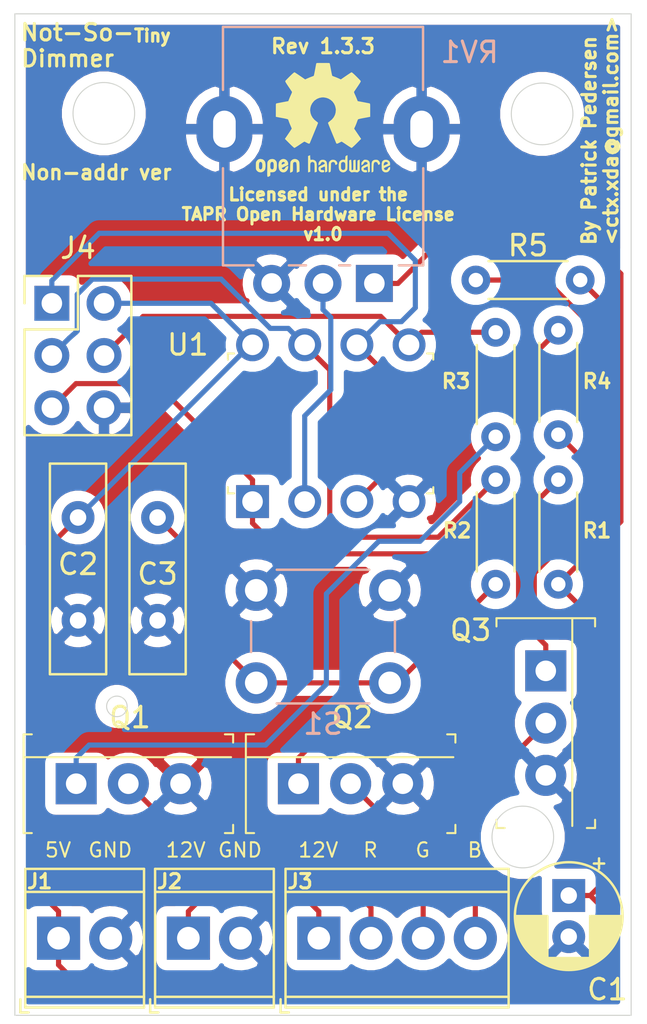
<source format=kicad_pcb>
(kicad_pcb (version 20171130) (host pcbnew 5.1.5-52549c5~86~ubuntu19.04.1)

  (general
    (thickness 1.6)
    (drawings 23)
    (tracks 120)
    (zones 0)
    (modules 19)
    (nets 17)
  )

  (page A4)
  (title_block
    (title "Not-So-Tiny Dimmer")
    (date 2020-04-30)
    (rev 1.3.3)
    (comment 2 https://tapr.org/the-tapr-open-hardware-license/)
    (comment 3 "License: TAPR Open Hardware License v1.0")
    (comment 4 "Author: Patrick Pedersen")
  )

  (layers
    (0 F.Cu signal)
    (31 B.Cu signal)
    (32 B.Adhes user)
    (33 F.Adhes user hide)
    (34 B.Paste user)
    (35 F.Paste user)
    (36 B.SilkS user)
    (37 F.SilkS user)
    (38 B.Mask user)
    (39 F.Mask user)
    (40 Dwgs.User user)
    (41 Cmts.User user)
    (42 Eco1.User user)
    (43 Eco2.User user)
    (44 Edge.Cuts user)
    (45 Margin user)
    (46 B.CrtYd user hide)
    (47 F.CrtYd user hide)
    (48 B.Fab user)
    (49 F.Fab user)
  )

  (setup
    (last_trace_width 0.25)
    (trace_clearance 0.2)
    (zone_clearance 0.508)
    (zone_45_only no)
    (trace_min 0.2)
    (via_size 0.8)
    (via_drill 0.4)
    (via_min_size 0.4)
    (via_min_drill 0.3)
    (uvia_size 0.3)
    (uvia_drill 0.1)
    (uvias_allowed no)
    (uvia_min_size 0.2)
    (uvia_min_drill 0.1)
    (edge_width 0.05)
    (segment_width 0.2)
    (pcb_text_width 0.3)
    (pcb_text_size 1.5 1.5)
    (mod_edge_width 0.12)
    (mod_text_size 1 1)
    (mod_text_width 0.15)
    (pad_size 2.72 3.24)
    (pad_drill 1.1)
    (pad_to_mask_clearance 0.051)
    (solder_mask_min_width 0.25)
    (aux_axis_origin 0 0)
    (visible_elements FFFFFF7F)
    (pcbplotparams
      (layerselection 0x010f0_ffffffff)
      (usegerberextensions true)
      (usegerberattributes false)
      (usegerberadvancedattributes false)
      (creategerberjobfile false)
      (excludeedgelayer true)
      (linewidth 0.100000)
      (plotframeref false)
      (viasonmask false)
      (mode 1)
      (useauxorigin false)
      (hpglpennumber 1)
      (hpglpenspeed 20)
      (hpglpendiameter 15.000000)
      (psnegative false)
      (psa4output false)
      (plotreference true)
      (plotvalue false)
      (plotinvisibletext false)
      (padsonsilk false)
      (subtractmaskfromsilk false)
      (outputformat 1)
      (mirror false)
      (drillshape 0)
      (scaleselection 1)
      (outputdirectory "gerbers/"))
  )

  (net 0 "")
  (net 1 +5V)
  (net 2 GND)
  (net 3 "Net-(C3-Pad1)")
  (net 4 MOSI-PB0)
  (net 5 MISO-PB1)
  (net 6 SCK-PB2)
  (net 7 RST-PB5)
  (net 8 "Net-(RV1-Pad2)")
  (net 9 "Net-(R5-Pad2)")
  (net 10 "Net-(Q1-Pad1)")
  (net 11 "Net-(Q2-Pad1)")
  (net 12 "Net-(Q3-Pad1)")
  (net 13 "Net-(J2-Pad1)")
  (net 14 "Net-(J3-Pad4)")
  (net 15 "Net-(J3-Pad3)")
  (net 16 "Net-(J3-Pad2)")

  (net_class Default "This is the default net class."
    (clearance 0.2)
    (trace_width 0.25)
    (via_dia 0.8)
    (via_drill 0.4)
    (uvia_dia 0.3)
    (uvia_drill 0.1)
    (add_net +5V)
    (add_net GND)
    (add_net MISO-PB1)
    (add_net MOSI-PB0)
    (add_net "Net-(C3-Pad1)")
    (add_net "Net-(J2-Pad1)")
    (add_net "Net-(J3-Pad2)")
    (add_net "Net-(J3-Pad3)")
    (add_net "Net-(J3-Pad4)")
    (add_net "Net-(Q1-Pad1)")
    (add_net "Net-(Q2-Pad1)")
    (add_net "Net-(Q3-Pad1)")
    (add_net "Net-(R5-Pad2)")
    (add_net "Net-(RV1-Pad2)")
    (add_net RST-PB5)
    (add_net SCK-PB2)
  )

  (module TerminalBlock_TE-Connectivity:TerminalBlock_TE_282834-2_1x02_P2.54mm_Horizontal (layer F.Cu) (tedit 5B1EC513) (tstamp 5EA07FBD)
    (at 142.7734 112.92)
    (descr "Terminal Block TE 282834-2, 2 pins, pitch 2.54mm, size 5.54x6.5mm^2, drill diamater 1.1mm, pad diameter 2.1mm, see http://www.te.com/commerce/DocumentDelivery/DDEController?Action=showdoc&DocId=Customer+Drawing%7F282834%7FC1%7Fpdf%7FEnglish%7FENG_CD_282834_C1.pdf, script-generated using https://github.com/pointhi/kicad-footprint-generator/scripts/TerminalBlock_TE-Connectivity")
    (tags "THT Terminal Block TE 282834-2 pitch 2.54mm size 5.54x6.5mm^2 drill 1.1mm pad 2.1mm")
    (path /5EA0A617)
    (fp_text reference J2 (at -0.9144 -2.7602) (layer F.SilkS)
      (effects (font (size 0.7 0.7) (thickness 0.15)))
    )
    (fp_text value Screw_Terminal_01x02 (at 1.27 4.37) (layer F.Fab) hide
      (effects (font (size 1 1) (thickness 0.15)))
    )
    (fp_text user %R (at 1.27 2) (layer F.Fab)
      (effects (font (size 1 1) (thickness 0.15)))
    )
    (fp_line (start 4.54 -3.75) (end -2 -3.75) (layer F.CrtYd) (width 0.05))
    (fp_line (start 4.54 3.75) (end 4.54 -3.75) (layer F.CrtYd) (width 0.05))
    (fp_line (start -2 3.75) (end 4.54 3.75) (layer F.CrtYd) (width 0.05))
    (fp_line (start -2 -3.75) (end -2 3.75) (layer F.CrtYd) (width 0.05))
    (fp_line (start -1.86 3.61) (end -1.46 3.61) (layer F.SilkS) (width 0.12))
    (fp_line (start -1.86 2.97) (end -1.86 3.61) (layer F.SilkS) (width 0.12))
    (fp_line (start 3.241 -0.835) (end 1.706 0.7) (layer F.Fab) (width 0.1))
    (fp_line (start 3.375 -0.7) (end 1.84 0.835) (layer F.Fab) (width 0.1))
    (fp_line (start 0.701 -0.835) (end -0.835 0.7) (layer F.Fab) (width 0.1))
    (fp_line (start 0.835 -0.7) (end -0.701 0.835) (layer F.Fab) (width 0.1))
    (fp_line (start 4.16 -3.37) (end 4.16 3.37) (layer F.SilkS) (width 0.12))
    (fp_line (start -1.62 -3.37) (end -1.62 3.37) (layer F.SilkS) (width 0.12))
    (fp_line (start -1.62 3.37) (end 4.16 3.37) (layer F.SilkS) (width 0.12))
    (fp_line (start -1.62 -3.37) (end 4.16 -3.37) (layer F.SilkS) (width 0.12))
    (fp_line (start -1.62 -2.25) (end 4.16 -2.25) (layer F.SilkS) (width 0.12))
    (fp_line (start -1.5 -2.25) (end 4.04 -2.25) (layer F.Fab) (width 0.1))
    (fp_line (start -1.62 2.85) (end 4.16 2.85) (layer F.SilkS) (width 0.12))
    (fp_line (start -1.5 2.85) (end 4.04 2.85) (layer F.Fab) (width 0.1))
    (fp_line (start -1.5 2.85) (end -1.5 -3.25) (layer F.Fab) (width 0.1))
    (fp_line (start -1.1 3.25) (end -1.5 2.85) (layer F.Fab) (width 0.1))
    (fp_line (start 4.04 3.25) (end -1.1 3.25) (layer F.Fab) (width 0.1))
    (fp_line (start 4.04 -3.25) (end 4.04 3.25) (layer F.Fab) (width 0.1))
    (fp_line (start -1.5 -3.25) (end 4.04 -3.25) (layer F.Fab) (width 0.1))
    (fp_circle (center 2.54 0) (end 3.64 0) (layer F.Fab) (width 0.1))
    (fp_circle (center 0 0) (end 1.1 0) (layer F.Fab) (width 0.1))
    (pad 2 thru_hole circle (at 2.54 0) (size 2.1 2.1) (drill 1.1) (layers *.Cu *.Mask)
      (net 2 GND))
    (pad 1 thru_hole rect (at 0 0) (size 2.1 2.1) (drill 1.1) (layers *.Cu *.Mask)
      (net 13 "Net-(J2-Pad1)"))
    (model ${KISYS3DMOD}/TerminalBlock_TE-Connectivity.3dshapes/TerminalBlock_TE_282834-2_1x02_P2.54mm_Horizontal.wrl
      (at (xyz 0 0 0))
      (scale (xyz 1 1 1))
      (rotate (xyz 0 0 0))
    )
  )

  (module TerminalBlock_TE-Connectivity:TerminalBlock_TE_282834-2_1x02_P2.54mm_Horizontal (layer F.Cu) (tedit 5B1EC513) (tstamp 5EA07D62)
    (at 136.455 112.92)
    (descr "Terminal Block TE 282834-2, 2 pins, pitch 2.54mm, size 5.54x6.5mm^2, drill diamater 1.1mm, pad diameter 2.1mm, see http://www.te.com/commerce/DocumentDelivery/DDEController?Action=showdoc&DocId=Customer+Drawing%7F282834%7FC1%7Fpdf%7FEnglish%7FENG_CD_282834_C1.pdf, script-generated using https://github.com/pointhi/kicad-footprint-generator/scripts/TerminalBlock_TE-Connectivity")
    (tags "THT Terminal Block TE 282834-2 pitch 2.54mm size 5.54x6.5mm^2 drill 1.1mm pad 2.1mm")
    (path /5EA094DC)
    (fp_text reference J1 (at -0.9206 -2.7602) (layer F.SilkS)
      (effects (font (size 0.7 0.7) (thickness 0.15)))
    )
    (fp_text value Screw_Terminal_01x02 (at 6.547 8.6444) (layer F.Fab) hide
      (effects (font (size 1 1) (thickness 0.15)))
    )
    (fp_text user %R (at 1.27 2) (layer F.Fab)
      (effects (font (size 1 1) (thickness 0.15)))
    )
    (fp_line (start 4.54 -3.75) (end -2 -3.75) (layer F.CrtYd) (width 0.05))
    (fp_line (start 4.54 3.75) (end 4.54 -3.75) (layer F.CrtYd) (width 0.05))
    (fp_line (start -2 3.75) (end 4.54 3.75) (layer F.CrtYd) (width 0.05))
    (fp_line (start -2 -3.75) (end -2 3.75) (layer F.CrtYd) (width 0.05))
    (fp_line (start -1.86 3.61) (end -1.46 3.61) (layer F.SilkS) (width 0.12))
    (fp_line (start -1.86 2.97) (end -1.86 3.61) (layer F.SilkS) (width 0.12))
    (fp_line (start 3.241 -0.835) (end 1.706 0.7) (layer F.Fab) (width 0.1))
    (fp_line (start 3.375 -0.7) (end 1.84 0.835) (layer F.Fab) (width 0.1))
    (fp_line (start 0.701 -0.835) (end -0.835 0.7) (layer F.Fab) (width 0.1))
    (fp_line (start 0.835 -0.7) (end -0.701 0.835) (layer F.Fab) (width 0.1))
    (fp_line (start 4.16 -3.37) (end 4.16 3.37) (layer F.SilkS) (width 0.12))
    (fp_line (start -1.62 -3.37) (end -1.62 3.37) (layer F.SilkS) (width 0.12))
    (fp_line (start -1.62 3.37) (end 4.16 3.37) (layer F.SilkS) (width 0.12))
    (fp_line (start -1.62 -3.37) (end 4.16 -3.37) (layer F.SilkS) (width 0.12))
    (fp_line (start -1.62 -2.25) (end 4.16 -2.25) (layer F.SilkS) (width 0.12))
    (fp_line (start -1.5 -2.25) (end 4.04 -2.25) (layer F.Fab) (width 0.1))
    (fp_line (start -1.62 2.85) (end 4.16 2.85) (layer F.SilkS) (width 0.12))
    (fp_line (start -1.5 2.85) (end 4.04 2.85) (layer F.Fab) (width 0.1))
    (fp_line (start -1.5 2.85) (end -1.5 -3.25) (layer F.Fab) (width 0.1))
    (fp_line (start -1.1 3.25) (end -1.5 2.85) (layer F.Fab) (width 0.1))
    (fp_line (start 4.04 3.25) (end -1.1 3.25) (layer F.Fab) (width 0.1))
    (fp_line (start 4.04 -3.25) (end 4.04 3.25) (layer F.Fab) (width 0.1))
    (fp_line (start -1.5 -3.25) (end 4.04 -3.25) (layer F.Fab) (width 0.1))
    (fp_circle (center 2.54 0) (end 3.64 0) (layer F.Fab) (width 0.1))
    (fp_circle (center 0 0) (end 1.1 0) (layer F.Fab) (width 0.1))
    (pad 2 thru_hole circle (at 2.54 0) (size 2.1 2.1) (drill 1.1) (layers *.Cu *.Mask)
      (net 2 GND))
    (pad 1 thru_hole rect (at 0 0) (size 2.1 2.1) (drill 1.1) (layers *.Cu *.Mask)
      (net 1 +5V))
    (model ${KISYS3DMOD}/TerminalBlock_TE-Connectivity.3dshapes/TerminalBlock_TE_282834-2_1x02_P2.54mm_Horizontal.wrl
      (at (xyz 0 0 0))
      (scale (xyz 1 1 1))
      (rotate (xyz 0 0 0))
    )
  )

  (module Resistor_THT:R_Axial_DIN0204_L3.6mm_D1.6mm_P5.08mm_Horizontal (layer F.Cu) (tedit 5AE5139B) (tstamp 5E9FEF01)
    (at 161.8488 80.9244 180)
    (descr "Resistor, Axial_DIN0204 series, Axial, Horizontal, pin pitch=5.08mm, 0.167W, length*diameter=3.6*1.6mm^2, http://cdn-reichelt.de/documents/datenblatt/B400/1_4W%23YAG.pdf")
    (tags "Resistor Axial_DIN0204 series Axial Horizontal pin pitch 5.08mm 0.167W length 3.6mm diameter 1.6mm")
    (path /5EBF6D71)
    (fp_text reference R5 (at 2.54 1.6764) (layer F.SilkS)
      (effects (font (size 1 1) (thickness 0.15)))
    )
    (fp_text value 1k (at 2.54 -1.6256) (layer F.Fab)
      (effects (font (size 0.7 0.7) (thickness 0.15)))
    )
    (fp_text user %R (at 2.54 0) (layer F.Fab)
      (effects (font (size 0.72 0.72) (thickness 0.108)))
    )
    (fp_line (start 6.03 -1.05) (end -0.95 -1.05) (layer F.CrtYd) (width 0.05))
    (fp_line (start 6.03 1.05) (end 6.03 -1.05) (layer F.CrtYd) (width 0.05))
    (fp_line (start -0.95 1.05) (end 6.03 1.05) (layer F.CrtYd) (width 0.05))
    (fp_line (start -0.95 -1.05) (end -0.95 1.05) (layer F.CrtYd) (width 0.05))
    (fp_line (start 0.62 0.92) (end 4.46 0.92) (layer F.SilkS) (width 0.12))
    (fp_line (start 0.62 -0.92) (end 4.46 -0.92) (layer F.SilkS) (width 0.12))
    (fp_line (start 5.08 0) (end 4.34 0) (layer F.Fab) (width 0.1))
    (fp_line (start 0 0) (end 0.74 0) (layer F.Fab) (width 0.1))
    (fp_line (start 4.34 -0.8) (end 0.74 -0.8) (layer F.Fab) (width 0.1))
    (fp_line (start 4.34 0.8) (end 4.34 -0.8) (layer F.Fab) (width 0.1))
    (fp_line (start 0.74 0.8) (end 4.34 0.8) (layer F.Fab) (width 0.1))
    (fp_line (start 0.74 -0.8) (end 0.74 0.8) (layer F.Fab) (width 0.1))
    (pad 2 thru_hole oval (at 5.08 0 180) (size 1.4 1.4) (drill 0.7) (layers *.Cu *.Mask)
      (net 9 "Net-(R5-Pad2)"))
    (pad 1 thru_hole circle (at 0 0 180) (size 1.4 1.4) (drill 0.7) (layers *.Cu *.Mask)
      (net 12 "Net-(Q3-Pad1)"))
    (model ${KISYS3DMOD}/Resistor_THT.3dshapes/R_Axial_DIN0204_L3.6mm_D1.6mm_P5.08mm_Horizontal.wrl
      (at (xyz 0 0 0))
      (scale (xyz 1 1 1))
      (rotate (xyz 0 0 0))
    )
  )

  (module Resistor_THT:R_Axial_DIN0204_L3.6mm_D1.6mm_P5.08mm_Horizontal (layer F.Cu) (tedit 5AE5139B) (tstamp 5E9FE69D)
    (at 160.782 88.4428 90)
    (descr "Resistor, Axial_DIN0204 series, Axial, Horizontal, pin pitch=5.08mm, 0.167W, length*diameter=3.6*1.6mm^2, http://cdn-reichelt.de/documents/datenblatt/B400/1_4W%23YAG.pdf")
    (tags "Resistor Axial_DIN0204 series Axial Horizontal pin pitch 5.08mm 0.167W length 3.6mm diameter 1.6mm")
    (path /5EBF6B6F)
    (fp_text reference R4 (at 2.5985 1.8796 180) (layer F.SilkS)
      (effects (font (size 0.7 0.7) (thickness 0.15)))
    )
    (fp_text value 1k (at 2.032 0 180) (layer F.Fab)
      (effects (font (size 0.7 0.7) (thickness 0.15)))
    )
    (fp_text user %R (at 3.2004 0 180) (layer F.Fab)
      (effects (font (size 0.72 0.72) (thickness 0.108)))
    )
    (fp_line (start 6.03 -1.05) (end -0.95 -1.05) (layer F.CrtYd) (width 0.05))
    (fp_line (start 6.03 1.05) (end 6.03 -1.05) (layer F.CrtYd) (width 0.05))
    (fp_line (start -0.95 1.05) (end 6.03 1.05) (layer F.CrtYd) (width 0.05))
    (fp_line (start -0.95 -1.05) (end -0.95 1.05) (layer F.CrtYd) (width 0.05))
    (fp_line (start 0.62 0.92) (end 4.46 0.92) (layer F.SilkS) (width 0.12))
    (fp_line (start 0.62 -0.92) (end 4.46 -0.92) (layer F.SilkS) (width 0.12))
    (fp_line (start 5.08 0) (end 4.34 0) (layer F.Fab) (width 0.1))
    (fp_line (start 0 0) (end 0.74 0) (layer F.Fab) (width 0.1))
    (fp_line (start 4.34 -0.8) (end 0.74 -0.8) (layer F.Fab) (width 0.1))
    (fp_line (start 4.34 0.8) (end 4.34 -0.8) (layer F.Fab) (width 0.1))
    (fp_line (start 0.74 0.8) (end 4.34 0.8) (layer F.Fab) (width 0.1))
    (fp_line (start 0.74 -0.8) (end 0.74 0.8) (layer F.Fab) (width 0.1))
    (pad 2 thru_hole oval (at 5.08 0 90) (size 1.4 1.4) (drill 0.7) (layers *.Cu *.Mask)
      (net 5 MISO-PB1))
    (pad 1 thru_hole circle (at 0 0 90) (size 1.4 1.4) (drill 0.7) (layers *.Cu *.Mask)
      (net 11 "Net-(Q2-Pad1)"))
    (model ${KISYS3DMOD}/Resistor_THT.3dshapes/R_Axial_DIN0204_L3.6mm_D1.6mm_P5.08mm_Horizontal.wrl
      (at (xyz 0 0 0))
      (scale (xyz 1 1 1))
      (rotate (xyz 0 0 0))
    )
  )

  (module Resistor_THT:R_Axial_DIN0204_L3.6mm_D1.6mm_P5.08mm_Horizontal (layer F.Cu) (tedit 5AE5139B) (tstamp 5E9FE68A)
    (at 157.734 88.5444 90)
    (descr "Resistor, Axial_DIN0204 series, Axial, Horizontal, pin pitch=5.08mm, 0.167W, length*diameter=3.6*1.6mm^2, http://cdn-reichelt.de/documents/datenblatt/B400/1_4W%23YAG.pdf")
    (tags "Resistor Axial_DIN0204 series Axial Horizontal pin pitch 5.08mm 0.167W length 3.6mm diameter 1.6mm")
    (path /5EBF600A)
    (fp_text reference R3 (at 2.7001 -1.9304 180) (layer F.SilkS)
      (effects (font (size 0.7 0.7) (thickness 0.15)))
    )
    (fp_text value 1k (at 2.1336 0 180) (layer F.Fab)
      (effects (font (size 0.7 0.7) (thickness 0.15)))
    )
    (fp_text user %R (at 3.302 0) (layer F.Fab)
      (effects (font (size 0.72 0.72) (thickness 0.108)))
    )
    (fp_line (start 6.03 -1.05) (end -0.95 -1.05) (layer F.CrtYd) (width 0.05))
    (fp_line (start 6.03 1.05) (end 6.03 -1.05) (layer F.CrtYd) (width 0.05))
    (fp_line (start -0.95 1.05) (end 6.03 1.05) (layer F.CrtYd) (width 0.05))
    (fp_line (start -0.95 -1.05) (end -0.95 1.05) (layer F.CrtYd) (width 0.05))
    (fp_line (start 0.62 0.92) (end 4.46 0.92) (layer F.SilkS) (width 0.12))
    (fp_line (start 0.62 -0.92) (end 4.46 -0.92) (layer F.SilkS) (width 0.12))
    (fp_line (start 5.08 0) (end 4.34 0) (layer F.Fab) (width 0.1))
    (fp_line (start 0 0) (end 0.74 0) (layer F.Fab) (width 0.1))
    (fp_line (start 4.34 -0.8) (end 0.74 -0.8) (layer F.Fab) (width 0.1))
    (fp_line (start 4.34 0.8) (end 4.34 -0.8) (layer F.Fab) (width 0.1))
    (fp_line (start 0.74 0.8) (end 4.34 0.8) (layer F.Fab) (width 0.1))
    (fp_line (start 0.74 -0.8) (end 0.74 0.8) (layer F.Fab) (width 0.1))
    (pad 2 thru_hole oval (at 5.08 0 90) (size 1.4 1.4) (drill 0.7) (layers *.Cu *.Mask)
      (net 4 MOSI-PB0))
    (pad 1 thru_hole circle (at 0 0 90) (size 1.4 1.4) (drill 0.7) (layers *.Cu *.Mask)
      (net 10 "Net-(Q1-Pad1)"))
    (model ${KISYS3DMOD}/Resistor_THT.3dshapes/R_Axial_DIN0204_L3.6mm_D1.6mm_P5.08mm_Horizontal.wrl
      (at (xyz 0 0 0))
      (scale (xyz 1 1 1))
      (rotate (xyz 0 0 0))
    )
  )

  (module digikey-footprints:TO-220-3 (layer F.Cu) (tedit 5AFA02CB) (tstamp 5EA0063E)
    (at 160.1724 99.9236 270)
    (descr http://www.st.com/content/ccc/resource/technical/document/datasheet/f9/ed/f5/44/26/b9/43/a4/CD00000911.pdf/files/CD00000911.pdf/jcr:content/translations/en.CD00000911.pdf)
    (path /5ECA78CA)
    (fp_text reference Q3 (at -1.977501 3.6576 180) (layer F.SilkS)
      (effects (font (size 1 1) (thickness 0.15)))
    )
    (fp_text value IRF630 (at 2.2606 3.048 90) (layer F.Fab)
      (effects (font (size 1 1) (thickness 0.15)))
    )
    (fp_line (start -2.46 2.25) (end 7.54 2.25) (layer F.Fab) (width 0.1))
    (fp_line (start -2.46 -2.25) (end 7.54 -2.25) (layer F.Fab) (width 0.1))
    (fp_line (start -2.46 -2.25) (end -2.46 2.25) (layer F.Fab) (width 0.1))
    (fp_line (start 7.54 2.25) (end 7.54 -2.25) (layer F.Fab) (width 0.1))
    (fp_text user %R (at 2.52 -0.01 90) (layer F.Fab)
      (effects (font (size 1 1) (thickness 0.15)))
    )
    (fp_line (start 7.64 -2.4) (end 7.64 -2) (layer F.SilkS) (width 0.1))
    (fp_line (start 7.24 -2.4) (end 7.64 -2.4) (layer F.SilkS) (width 0.1))
    (fp_line (start -2.56 -2.4) (end -2.16 -2.4) (layer F.SilkS) (width 0.1))
    (fp_line (start -2.56 -2.4) (end -2.56 -2) (layer F.SilkS) (width 0.1))
    (fp_line (start -2.56 2.4) (end -2.16 2.4) (layer F.SilkS) (width 0.1))
    (fp_line (start -2.56 2.4) (end -2.56 -2) (layer F.SilkS) (width 0.1))
    (fp_line (start 7.64 2.4) (end 7.24 2.4) (layer F.SilkS) (width 0.1))
    (fp_line (start 7.64 2.4) (end 7.64 2) (layer F.SilkS) (width 0.1))
    (fp_line (start 7.79 -2.5) (end 7.79 2.5) (layer F.CrtYd) (width 0.05))
    (fp_line (start -2.71 -2.5) (end -2.71 2.5) (layer F.CrtYd) (width 0.05))
    (fp_line (start -2.71 -2.5) (end 7.79 -2.5) (layer F.CrtYd) (width 0.05))
    (fp_line (start -2.71 2.5) (end 7.79 2.5) (layer F.CrtYd) (width 0.05))
    (fp_line (start -2.45 -1.3) (end 7.54 -1.3) (layer F.Fab) (width 0.1))
    (fp_line (start -2.56 -1.29) (end 7.54 -1.29) (layer F.SilkS) (width 0.1))
    (pad 3 thru_hole circle (at 5.08 0 270) (size 2 2) (drill 1) (layers *.Cu *.Mask)
      (net 2 GND))
    (pad 2 thru_hole circle (at 2.54 0 270) (size 2 2) (drill 1) (layers *.Cu *.Mask)
      (net 14 "Net-(J3-Pad4)"))
    (pad 1 thru_hole rect (at 0 0 270) (size 2 2) (drill 1) (layers *.Cu *.Mask)
      (net 12 "Net-(Q3-Pad1)"))
  )

  (module digikey-footprints:TO-220-3 (layer F.Cu) (tedit 5AFA02CB) (tstamp 5E9FE615)
    (at 148.1328 105.41)
    (descr http://www.st.com/content/ccc/resource/technical/document/datasheet/f9/ed/f5/44/26/b9/43/a4/CD00000911.pdf/files/CD00000911.pdf/jcr:content/translations/en.CD00000911.pdf)
    (path /5ECA63E8)
    (fp_text reference Q2 (at 2.62 -3.22) (layer F.SilkS)
      (effects (font (size 1 1) (thickness 0.15)))
    )
    (fp_text value IRF630 (at -0.889 -2.921) (layer F.Fab)
      (effects (font (size 0.7 0.7) (thickness 0.15)))
    )
    (fp_line (start -2.56 -1.29) (end 7.54 -1.29) (layer F.SilkS) (width 0.1))
    (fp_line (start -2.45 -1.3) (end 7.54 -1.3) (layer F.Fab) (width 0.1))
    (fp_line (start -2.71 2.5) (end 7.79 2.5) (layer F.CrtYd) (width 0.05))
    (fp_line (start -2.71 -2.5) (end 7.79 -2.5) (layer F.CrtYd) (width 0.05))
    (fp_line (start -2.71 -2.5) (end -2.71 2.5) (layer F.CrtYd) (width 0.05))
    (fp_line (start 7.79 -2.5) (end 7.79 2.5) (layer F.CrtYd) (width 0.05))
    (fp_line (start 7.64 2.4) (end 7.64 2) (layer F.SilkS) (width 0.1))
    (fp_line (start 7.64 2.4) (end 7.24 2.4) (layer F.SilkS) (width 0.1))
    (fp_line (start -2.56 2.4) (end -2.56 -2) (layer F.SilkS) (width 0.1))
    (fp_line (start -2.56 2.4) (end -2.16 2.4) (layer F.SilkS) (width 0.1))
    (fp_line (start -2.56 -2.4) (end -2.56 -2) (layer F.SilkS) (width 0.1))
    (fp_line (start -2.56 -2.4) (end -2.16 -2.4) (layer F.SilkS) (width 0.1))
    (fp_line (start 7.24 -2.4) (end 7.64 -2.4) (layer F.SilkS) (width 0.1))
    (fp_line (start 7.64 -2.4) (end 7.64 -2) (layer F.SilkS) (width 0.1))
    (fp_text user %R (at 2.52 -0.01) (layer F.Fab)
      (effects (font (size 1 1) (thickness 0.15)))
    )
    (fp_line (start 7.54 2.25) (end 7.54 -2.25) (layer F.Fab) (width 0.1))
    (fp_line (start -2.46 -2.25) (end -2.46 2.25) (layer F.Fab) (width 0.1))
    (fp_line (start -2.46 -2.25) (end 7.54 -2.25) (layer F.Fab) (width 0.1))
    (fp_line (start -2.46 2.25) (end 7.54 2.25) (layer F.Fab) (width 0.1))
    (pad 1 thru_hole rect (at 0 0) (size 2 2) (drill 1) (layers *.Cu *.Mask)
      (net 11 "Net-(Q2-Pad1)"))
    (pad 2 thru_hole circle (at 2.54 0) (size 2 2) (drill 1) (layers *.Cu *.Mask)
      (net 15 "Net-(J3-Pad3)"))
    (pad 3 thru_hole circle (at 5.08 0) (size 2 2) (drill 1) (layers *.Cu *.Mask)
      (net 2 GND))
  )

  (module digikey-footprints:TO-220-3 (layer F.Cu) (tedit 5AFA02CB) (tstamp 5E9FE5FB)
    (at 137.3124 105.41)
    (descr http://www.st.com/content/ccc/resource/technical/document/datasheet/f9/ed/f5/44/26/b9/43/a4/CD00000911.pdf/files/CD00000911.pdf/jcr:content/translations/en.CD00000911.pdf)
    (path /5EC684B6)
    (fp_text reference Q1 (at 2.62 -3.22) (layer F.SilkS)
      (effects (font (size 1 1) (thickness 0.15)))
    )
    (fp_text value IRF630 (at -0.889 -2.921) (layer F.Fab)
      (effects (font (size 0.7 0.7) (thickness 0.15)))
    )
    (fp_line (start -2.56 -1.29) (end 7.54 -1.29) (layer F.SilkS) (width 0.1))
    (fp_line (start -2.45 -1.3) (end 7.54 -1.3) (layer F.Fab) (width 0.1))
    (fp_line (start -2.71 2.5) (end 7.79 2.5) (layer F.CrtYd) (width 0.05))
    (fp_line (start -2.71 -2.5) (end 7.79 -2.5) (layer F.CrtYd) (width 0.05))
    (fp_line (start -2.71 -2.5) (end -2.71 2.5) (layer F.CrtYd) (width 0.05))
    (fp_line (start 7.79 -2.5) (end 7.79 2.5) (layer F.CrtYd) (width 0.05))
    (fp_line (start 7.64 2.4) (end 7.64 2) (layer F.SilkS) (width 0.1))
    (fp_line (start 7.64 2.4) (end 7.24 2.4) (layer F.SilkS) (width 0.1))
    (fp_line (start -2.56 2.4) (end -2.56 -2) (layer F.SilkS) (width 0.1))
    (fp_line (start -2.56 2.4) (end -2.16 2.4) (layer F.SilkS) (width 0.1))
    (fp_line (start -2.56 -2.4) (end -2.56 -2) (layer F.SilkS) (width 0.1))
    (fp_line (start -2.56 -2.4) (end -2.16 -2.4) (layer F.SilkS) (width 0.1))
    (fp_line (start 7.24 -2.4) (end 7.64 -2.4) (layer F.SilkS) (width 0.1))
    (fp_line (start 7.64 -2.4) (end 7.64 -2) (layer F.SilkS) (width 0.1))
    (fp_text user %R (at 2.52 -0.01) (layer F.Fab)
      (effects (font (size 1 1) (thickness 0.15)))
    )
    (fp_line (start 7.54 2.25) (end 7.54 -2.25) (layer F.Fab) (width 0.1))
    (fp_line (start -2.46 -2.25) (end -2.46 2.25) (layer F.Fab) (width 0.1))
    (fp_line (start -2.46 -2.25) (end 7.54 -2.25) (layer F.Fab) (width 0.1))
    (fp_line (start -2.46 2.25) (end 7.54 2.25) (layer F.Fab) (width 0.1))
    (pad 1 thru_hole rect (at 0 0) (size 2 2) (drill 1) (layers *.Cu *.Mask)
      (net 10 "Net-(Q1-Pad1)"))
    (pad 2 thru_hole circle (at 2.54 0) (size 2 2) (drill 1) (layers *.Cu *.Mask)
      (net 16 "Net-(J3-Pad2)"))
    (pad 3 thru_hole circle (at 5.08 0) (size 2 2) (drill 1) (layers *.Cu *.Mask)
      (net 2 GND))
  )

  (module TerminalBlock_TE-Connectivity:TerminalBlock_TE_282834-4_1x04_P2.54mm_Horizontal (layer F.Cu) (tedit 5B1EC513) (tstamp 5EA08245)
    (at 149.1234 112.92)
    (descr "Terminal Block TE 282834-4, 4 pins, pitch 2.54mm, size 10.620000000000001x6.5mm^2, drill diamater 1.1mm, pad diameter 2.1mm, see http://www.te.com/commerce/DocumentDelivery/DDEController?Action=showdoc&DocId=Customer+Drawing%7F282834%7FC1%7Fpdf%7FEnglish%7FENG_CD_282834_C1.pdf, script-generated using https://github.com/pointhi/kicad-footprint-generator/scripts/TerminalBlock_TE-Connectivity")
    (tags "THT Terminal Block TE 282834-4 pitch 2.54mm size 10.620000000000001x6.5mm^2 drill 1.1mm pad 2.1mm")
    (path /5EB9A631)
    (fp_text reference J3 (at -0.9108 -2.7602) (layer F.SilkS)
      (effects (font (size 0.7 0.7) (thickness 0.15)))
    )
    (fp_text value Screw_Terminal_01x04 (at 3.81 4.37) (layer F.Fab) hide
      (effects (font (size 1 1) (thickness 0.15)))
    )
    (fp_circle (center 0 0) (end 1.1 0) (layer F.Fab) (width 0.1))
    (fp_circle (center 2.54 0) (end 3.64 0) (layer F.Fab) (width 0.1))
    (fp_circle (center 5.08 0) (end 6.18 0) (layer F.Fab) (width 0.1))
    (fp_circle (center 7.62 0) (end 8.72 0) (layer F.Fab) (width 0.1))
    (fp_line (start -1.5 -3.25) (end 9.12 -3.25) (layer F.Fab) (width 0.1))
    (fp_line (start 9.12 -3.25) (end 9.12 3.25) (layer F.Fab) (width 0.1))
    (fp_line (start 9.12 3.25) (end -1.1 3.25) (layer F.Fab) (width 0.1))
    (fp_line (start -1.1 3.25) (end -1.5 2.85) (layer F.Fab) (width 0.1))
    (fp_line (start -1.5 2.85) (end -1.5 -3.25) (layer F.Fab) (width 0.1))
    (fp_line (start -1.5 2.85) (end 9.12 2.85) (layer F.Fab) (width 0.1))
    (fp_line (start -1.62 2.85) (end 9.241 2.85) (layer F.SilkS) (width 0.12))
    (fp_line (start -1.5 -2.25) (end 9.12 -2.25) (layer F.Fab) (width 0.1))
    (fp_line (start -1.62 -2.25) (end 9.241 -2.25) (layer F.SilkS) (width 0.12))
    (fp_line (start -1.62 -3.37) (end 9.241 -3.37) (layer F.SilkS) (width 0.12))
    (fp_line (start -1.62 3.37) (end 9.241 3.37) (layer F.SilkS) (width 0.12))
    (fp_line (start -1.62 -3.37) (end -1.62 3.37) (layer F.SilkS) (width 0.12))
    (fp_line (start 9.241 -3.37) (end 9.241 3.37) (layer F.SilkS) (width 0.12))
    (fp_line (start 0.835 -0.7) (end -0.701 0.835) (layer F.Fab) (width 0.1))
    (fp_line (start 0.701 -0.835) (end -0.835 0.7) (layer F.Fab) (width 0.1))
    (fp_line (start 3.375 -0.7) (end 1.84 0.835) (layer F.Fab) (width 0.1))
    (fp_line (start 3.241 -0.835) (end 1.706 0.7) (layer F.Fab) (width 0.1))
    (fp_line (start 5.915 -0.7) (end 4.38 0.835) (layer F.Fab) (width 0.1))
    (fp_line (start 5.781 -0.835) (end 4.246 0.7) (layer F.Fab) (width 0.1))
    (fp_line (start 8.455 -0.7) (end 6.92 0.835) (layer F.Fab) (width 0.1))
    (fp_line (start 8.321 -0.835) (end 6.786 0.7) (layer F.Fab) (width 0.1))
    (fp_line (start -1.86 2.97) (end -1.86 3.61) (layer F.SilkS) (width 0.12))
    (fp_line (start -1.86 3.61) (end -1.46 3.61) (layer F.SilkS) (width 0.12))
    (fp_line (start -2 -3.75) (end -2 3.75) (layer F.CrtYd) (width 0.05))
    (fp_line (start -2 3.75) (end 9.63 3.75) (layer F.CrtYd) (width 0.05))
    (fp_line (start 9.63 3.75) (end 9.63 -3.75) (layer F.CrtYd) (width 0.05))
    (fp_line (start 9.63 -3.75) (end -2 -3.75) (layer F.CrtYd) (width 0.05))
    (fp_text user %R (at 3.81 2) (layer F.Fab)
      (effects (font (size 1 1) (thickness 0.15)))
    )
    (pad 1 thru_hole rect (at 0 0) (size 2.1 2.1) (drill 1.1) (layers *.Cu *.Mask)
      (net 13 "Net-(J2-Pad1)"))
    (pad 2 thru_hole circle (at 2.54 0) (size 2.1 2.1) (drill 1.1) (layers *.Cu *.Mask)
      (net 16 "Net-(J3-Pad2)"))
    (pad 3 thru_hole circle (at 5.08 0) (size 2.1 2.1) (drill 1.1) (layers *.Cu *.Mask)
      (net 15 "Net-(J3-Pad3)"))
    (pad 4 thru_hole circle (at 7.62 0) (size 2.1 2.1) (drill 1.1) (layers *.Cu *.Mask)
      (net 14 "Net-(J3-Pad4)"))
    (model ${KISYS3DMOD}/TerminalBlock_TE-Connectivity.3dshapes/TerminalBlock_TE_282834-4_1x04_P2.54mm_Horizontal.wrl
      (at (xyz 0 0 0))
      (scale (xyz 1 1 1))
      (rotate (xyz 0 0 0))
    )
  )

  (module Capacitor_THT:C_Disc_D10.0mm_W2.5mm_P5.00mm (layer F.Cu) (tedit 5AE50EF0) (tstamp 5E9F6880)
    (at 141.2748 92.4685 270)
    (descr "C, Disc series, Radial, pin pitch=5.00mm, , diameter*width=10*2.5mm^2, Capacitor, http://cdn-reichelt.de/documents/datenblatt/B300/DS_KERKO_TC.pdf")
    (tags "C Disc series Radial pin pitch 5.00mm  diameter 10mm width 2.5mm Capacitor")
    (path /5E9FB50B)
    (fp_text reference C3 (at 2.7432 0 180) (layer F.SilkS)
      (effects (font (size 1 1) (thickness 0.15)))
    )
    (fp_text value 100nF (at -3.1875 0 180) (layer F.Fab)
      (effects (font (size 0.6 0.6) (thickness 0.15)))
    )
    (fp_text user %R (at 6.6802 0 180) (layer F.Fab)
      (effects (font (size 1 1) (thickness 0.15)))
    )
    (fp_line (start 7.75 -1.5) (end -2.75 -1.5) (layer F.CrtYd) (width 0.05))
    (fp_line (start 7.75 1.5) (end 7.75 -1.5) (layer F.CrtYd) (width 0.05))
    (fp_line (start -2.75 1.5) (end 7.75 1.5) (layer F.CrtYd) (width 0.05))
    (fp_line (start -2.75 -1.5) (end -2.75 1.5) (layer F.CrtYd) (width 0.05))
    (fp_line (start 7.62 -1.37) (end 7.62 1.37) (layer F.SilkS) (width 0.12))
    (fp_line (start -2.62 -1.37) (end -2.62 1.37) (layer F.SilkS) (width 0.12))
    (fp_line (start -2.62 1.37) (end 7.62 1.37) (layer F.SilkS) (width 0.12))
    (fp_line (start -2.62 -1.37) (end 7.62 -1.37) (layer F.SilkS) (width 0.12))
    (fp_line (start 7.5 -1.25) (end -2.5 -1.25) (layer F.Fab) (width 0.1))
    (fp_line (start 7.5 1.25) (end 7.5 -1.25) (layer F.Fab) (width 0.1))
    (fp_line (start -2.5 1.25) (end 7.5 1.25) (layer F.Fab) (width 0.1))
    (fp_line (start -2.5 -1.25) (end -2.5 1.25) (layer F.Fab) (width 0.1))
    (pad 2 thru_hole circle (at 5 0 270) (size 1.6 1.6) (drill 0.8) (layers *.Cu *.Mask)
      (net 2 GND))
    (pad 1 thru_hole circle (at 0 0 270) (size 1.6 1.6) (drill 0.8) (layers *.Cu *.Mask)
      (net 3 "Net-(C3-Pad1)"))
    (model ${KISYS3DMOD}/Capacitor_THT.3dshapes/C_Disc_D10.0mm_W2.5mm_P5.00mm.wrl
      (at (xyz 0 0 0))
      (scale (xyz 1 1 1))
      (rotate (xyz 0 0 0))
    )
  )

  (module Capacitor_THT:C_Disc_D10.0mm_W2.5mm_P5.00mm (layer F.Cu) (tedit 5AE50EF0) (tstamp 5E997BAA)
    (at 137.403 92.4685 270)
    (descr "C, Disc series, Radial, pin pitch=5.00mm, , diameter*width=10*2.5mm^2, Capacitor, http://cdn-reichelt.de/documents/datenblatt/B300/DS_KERKO_TC.pdf")
    (tags "C Disc series Radial pin pitch 5.00mm  diameter 10mm width 2.5mm Capacitor")
    (path /5E9C847F)
    (fp_text reference C2 (at 2.2735 0 180) (layer F.SilkS)
      (effects (font (size 1 1) (thickness 0.15)))
    )
    (fp_text value 100nF (at -3.1875 0 180) (layer F.Fab)
      (effects (font (size 0.6 0.6) (thickness 0.15)))
    )
    (fp_text user %R (at -1.6635 0 180) (layer F.Fab)
      (effects (font (size 1 1) (thickness 0.15)))
    )
    (fp_line (start 7.75 -1.5) (end -2.75 -1.5) (layer F.CrtYd) (width 0.05))
    (fp_line (start 7.75 1.5) (end 7.75 -1.5) (layer F.CrtYd) (width 0.05))
    (fp_line (start -2.75 1.5) (end 7.75 1.5) (layer F.CrtYd) (width 0.05))
    (fp_line (start -2.75 -1.5) (end -2.75 1.5) (layer F.CrtYd) (width 0.05))
    (fp_line (start 7.62 -1.37) (end 7.62 1.37) (layer F.SilkS) (width 0.12))
    (fp_line (start -2.62 -1.37) (end -2.62 1.37) (layer F.SilkS) (width 0.12))
    (fp_line (start -2.62 1.37) (end 7.62 1.37) (layer F.SilkS) (width 0.12))
    (fp_line (start -2.62 -1.37) (end 7.62 -1.37) (layer F.SilkS) (width 0.12))
    (fp_line (start 7.5 -1.25) (end -2.5 -1.25) (layer F.Fab) (width 0.1))
    (fp_line (start 7.5 1.25) (end 7.5 -1.25) (layer F.Fab) (width 0.1))
    (fp_line (start -2.5 1.25) (end 7.5 1.25) (layer F.Fab) (width 0.1))
    (fp_line (start -2.5 -1.25) (end -2.5 1.25) (layer F.Fab) (width 0.1))
    (pad 2 thru_hole circle (at 5 0 270) (size 1.6 1.6) (drill 0.8) (layers *.Cu *.Mask)
      (net 2 GND))
    (pad 1 thru_hole circle (at 0 0 270) (size 1.6 1.6) (drill 0.8) (layers *.Cu *.Mask)
      (net 1 +5V))
    (model ${KISYS3DMOD}/Capacitor_THT.3dshapes/C_Disc_D10.0mm_W2.5mm_P5.00mm.wrl
      (at (xyz 0 0 0))
      (scale (xyz 1 1 1))
      (rotate (xyz 0 0 0))
    )
  )

  (module Symbol:OSHW-Logo2_7.3x6mm_SilkScreen (layer F.Cu) (tedit 0) (tstamp 5E99E817)
    (at 149.328 73.13168)
    (descr "Open Source Hardware Symbol")
    (tags "Logo Symbol OSHW")
    (attr virtual)
    (fp_text reference REF** (at 0 0) (layer F.SilkS) hide
      (effects (font (size 1 1) (thickness 0.15)))
    )
    (fp_text value OSHW-Logo2_7.3x6mm_SilkScreen (at 0.75 0) (layer F.Fab) hide
      (effects (font (size 1 1) (thickness 0.15)))
    )
    (fp_poly (pts (xy 0.10391 -2.757652) (xy 0.182454 -2.757222) (xy 0.239298 -2.756058) (xy 0.278105 -2.753793)
      (xy 0.302538 -2.75006) (xy 0.316262 -2.744494) (xy 0.32294 -2.736727) (xy 0.326236 -2.726395)
      (xy 0.326556 -2.725057) (xy 0.331562 -2.700921) (xy 0.340829 -2.653299) (xy 0.353392 -2.587259)
      (xy 0.368287 -2.507872) (xy 0.384551 -2.420204) (xy 0.385119 -2.417125) (xy 0.40141 -2.331211)
      (xy 0.416652 -2.255304) (xy 0.429861 -2.193955) (xy 0.440054 -2.151718) (xy 0.446248 -2.133145)
      (xy 0.446543 -2.132816) (xy 0.464788 -2.123747) (xy 0.502405 -2.108633) (xy 0.551271 -2.090738)
      (xy 0.551543 -2.090642) (xy 0.613093 -2.067507) (xy 0.685657 -2.038035) (xy 0.754057 -2.008403)
      (xy 0.757294 -2.006938) (xy 0.868702 -1.956374) (xy 1.115399 -2.12484) (xy 1.191077 -2.176197)
      (xy 1.259631 -2.222111) (xy 1.317088 -2.25997) (xy 1.359476 -2.287163) (xy 1.382825 -2.301079)
      (xy 1.385042 -2.302111) (xy 1.40201 -2.297516) (xy 1.433701 -2.275345) (xy 1.481352 -2.234553)
      (xy 1.546198 -2.174095) (xy 1.612397 -2.109773) (xy 1.676214 -2.046388) (xy 1.733329 -1.988549)
      (xy 1.780305 -1.939825) (xy 1.813703 -1.90379) (xy 1.830085 -1.884016) (xy 1.830694 -1.882998)
      (xy 1.832505 -1.869428) (xy 1.825683 -1.847267) (xy 1.80854 -1.813522) (xy 1.779393 -1.7652)
      (xy 1.736555 -1.699308) (xy 1.679448 -1.614483) (xy 1.628766 -1.539823) (xy 1.583461 -1.47286)
      (xy 1.54615 -1.417484) (xy 1.519452 -1.37758) (xy 1.505985 -1.357038) (xy 1.505137 -1.355644)
      (xy 1.506781 -1.335962) (xy 1.519245 -1.297707) (xy 1.540048 -1.248111) (xy 1.547462 -1.232272)
      (xy 1.579814 -1.16171) (xy 1.614328 -1.081647) (xy 1.642365 -1.012371) (xy 1.662568 -0.960955)
      (xy 1.678615 -0.921881) (xy 1.687888 -0.901459) (xy 1.689041 -0.899886) (xy 1.706096 -0.897279)
      (xy 1.746298 -0.890137) (xy 1.804302 -0.879477) (xy 1.874763 -0.866315) (xy 1.952335 -0.851667)
      (xy 2.031672 -0.836551) (xy 2.107431 -0.821982) (xy 2.174264 -0.808978) (xy 2.226828 -0.798555)
      (xy 2.259776 -0.79173) (xy 2.267857 -0.789801) (xy 2.276205 -0.785038) (xy 2.282506 -0.774282)
      (xy 2.287045 -0.753902) (xy 2.290104 -0.720266) (xy 2.291967 -0.669745) (xy 2.292918 -0.598708)
      (xy 2.29324 -0.503524) (xy 2.293257 -0.464508) (xy 2.293257 -0.147201) (xy 2.217057 -0.132161)
      (xy 2.174663 -0.124005) (xy 2.1114 -0.112101) (xy 2.034962 -0.097884) (xy 1.953043 -0.08279)
      (xy 1.9304 -0.078645) (xy 1.854806 -0.063947) (xy 1.788953 -0.049495) (xy 1.738366 -0.036625)
      (xy 1.708574 -0.026678) (xy 1.703612 -0.023713) (xy 1.691426 -0.002717) (xy 1.673953 0.037967)
      (xy 1.654577 0.090322) (xy 1.650734 0.1016) (xy 1.625339 0.171523) (xy 1.593817 0.250418)
      (xy 1.562969 0.321266) (xy 1.562817 0.321595) (xy 1.511447 0.432733) (xy 1.680399 0.681253)
      (xy 1.849352 0.929772) (xy 1.632429 1.147058) (xy 1.566819 1.211726) (xy 1.506979 1.268733)
      (xy 1.456267 1.315033) (xy 1.418046 1.347584) (xy 1.395675 1.363343) (xy 1.392466 1.364343)
      (xy 1.373626 1.356469) (xy 1.33518 1.334578) (xy 1.28133 1.301267) (xy 1.216276 1.259131)
      (xy 1.14594 1.211943) (xy 1.074555 1.16381) (xy 1.010908 1.121928) (xy 0.959041 1.088871)
      (xy 0.922995 1.067218) (xy 0.906867 1.059543) (xy 0.887189 1.066037) (xy 0.849875 1.08315)
      (xy 0.802621 1.107326) (xy 0.797612 1.110013) (xy 0.733977 1.141927) (xy 0.690341 1.157579)
      (xy 0.663202 1.157745) (xy 0.649057 1.143204) (xy 0.648975 1.143) (xy 0.641905 1.125779)
      (xy 0.625042 1.084899) (xy 0.599695 1.023525) (xy 0.567171 0.944819) (xy 0.528778 0.851947)
      (xy 0.485822 0.748072) (xy 0.444222 0.647502) (xy 0.398504 0.536516) (xy 0.356526 0.433703)
      (xy 0.319548 0.342215) (xy 0.288827 0.265201) (xy 0.265622 0.205815) (xy 0.25119 0.167209)
      (xy 0.246743 0.1528) (xy 0.257896 0.136272) (xy 0.287069 0.10993) (xy 0.325971 0.080887)
      (xy 0.436757 -0.010961) (xy 0.523351 -0.116241) (xy 0.584716 -0.232734) (xy 0.619815 -0.358224)
      (xy 0.627608 -0.490493) (xy 0.621943 -0.551543) (xy 0.591078 -0.678205) (xy 0.53792 -0.790059)
      (xy 0.465767 -0.885999) (xy 0.377917 -0.964924) (xy 0.277665 -1.02573) (xy 0.16831 -1.067313)
      (xy 0.053147 -1.088572) (xy -0.064525 -1.088401) (xy -0.18141 -1.065699) (xy -0.294211 -1.019362)
      (xy -0.399631 -0.948287) (xy -0.443632 -0.908089) (xy -0.528021 -0.804871) (xy -0.586778 -0.692075)
      (xy -0.620296 -0.57299) (xy -0.628965 -0.450905) (xy -0.613177 -0.329107) (xy -0.573322 -0.210884)
      (xy -0.509793 -0.099525) (xy -0.422979 0.001684) (xy -0.325971 0.080887) (xy -0.285563 0.111162)
      (xy -0.257018 0.137219) (xy -0.246743 0.152825) (xy -0.252123 0.169843) (xy -0.267425 0.2105)
      (xy -0.291388 0.271642) (xy -0.322756 0.350119) (xy -0.360268 0.44278) (xy -0.402667 0.546472)
      (xy -0.444337 0.647526) (xy -0.49031 0.758607) (xy -0.532893 0.861541) (xy -0.570779 0.953165)
      (xy -0.60266 1.030316) (xy -0.627229 1.089831) (xy -0.64318 1.128544) (xy -0.64909 1.143)
      (xy -0.663052 1.157685) (xy -0.69006 1.157642) (xy -0.733587 1.142099) (xy -0.79711 1.110284)
      (xy -0.797612 1.110013) (xy -0.84544 1.085323) (xy -0.884103 1.067338) (xy -0.905905 1.059614)
      (xy -0.906867 1.059543) (xy -0.923279 1.067378) (xy -0.959513 1.089165) (xy -1.011526 1.122328)
      (xy -1.075275 1.164291) (xy -1.14594 1.211943) (xy -1.217884 1.260191) (xy -1.282726 1.302151)
      (xy -1.336265 1.335227) (xy -1.374303 1.356821) (xy -1.392467 1.364343) (xy -1.409192 1.354457)
      (xy -1.44282 1.326826) (xy -1.48999 1.284495) (xy -1.547342 1.230505) (xy -1.611516 1.167899)
      (xy -1.632503 1.146983) (xy -1.849501 0.929623) (xy -1.684332 0.68722) (xy -1.634136 0.612781)
      (xy -1.590081 0.545972) (xy -1.554638 0.490665) (xy -1.530281 0.450729) (xy -1.519478 0.430036)
      (xy -1.519162 0.428563) (xy -1.524857 0.409058) (xy -1.540174 0.369822) (xy -1.562463 0.31743)
      (xy -1.578107 0.282355) (xy -1.607359 0.215201) (xy -1.634906 0.147358) (xy -1.656263 0.090034)
      (xy -1.662065 0.072572) (xy -1.678548 0.025938) (xy -1.69466 -0.010095) (xy -1.70351 -0.023713)
      (xy -1.72304 -0.032048) (xy -1.765666 -0.043863) (xy -1.825855 -0.057819) (xy -1.898078 -0.072578)
      (xy -1.9304 -0.078645) (xy -2.012478 -0.093727) (xy -2.091205 -0.108331) (xy -2.158891 -0.12102)
      (xy -2.20784 -0.130358) (xy -2.217057 -0.132161) (xy -2.293257 -0.147201) (xy -2.293257 -0.464508)
      (xy -2.293086 -0.568846) (xy -2.292384 -0.647787) (xy -2.290866 -0.704962) (xy -2.288251 -0.744001)
      (xy -2.284254 -0.768535) (xy -2.278591 -0.782195) (xy -2.27098 -0.788611) (xy -2.267857 -0.789801)
      (xy -2.249022 -0.79402) (xy -2.207412 -0.802438) (xy -2.14837 -0.814039) (xy -2.077243 -0.827805)
      (xy -1.999375 -0.84272) (xy -1.920113 -0.857768) (xy -1.844802 -0.871931) (xy -1.778787 -0.884194)
      (xy -1.727413 -0.893539) (xy -1.696025 -0.89895) (xy -1.689041 -0.899886) (xy -1.682715 -0.912404)
      (xy -1.66871 -0.945754) (xy -1.649645 -0.993623) (xy -1.642366 -1.012371) (xy -1.613004 -1.084805)
      (xy -1.578429 -1.16483) (xy -1.547463 -1.232272) (xy -1.524677 -1.283841) (xy -1.509518 -1.326215)
      (xy -1.504458 -1.352166) (xy -1.505264 -1.355644) (xy -1.515959 -1.372064) (xy -1.54038 -1.408583)
      (xy -1.575905 -1.461313) (xy -1.619913 -1.526365) (xy -1.669783 -1.599849) (xy -1.679644 -1.614355)
      (xy -1.737508 -1.700296) (xy -1.780044 -1.765739) (xy -1.808946 -1.813696) (xy -1.82591 -1.84718)
      (xy -1.832633 -1.869205) (xy -1.83081 -1.882783) (xy -1.830764 -1.882869) (xy -1.816414 -1.900703)
      (xy -1.784677 -1.935183) (xy -1.73899 -1.982732) (xy -1.682796 -2.039778) (xy -1.619532 -2.102745)
      (xy -1.612398 -2.109773) (xy -1.53267 -2.18698) (xy -1.471143 -2.24367) (xy -1.426579 -2.28089)
      (xy -1.397743 -2.299685) (xy -1.385042 -2.302111) (xy -1.366506 -2.291529) (xy -1.328039 -2.267084)
      (xy -1.273614 -2.231388) (xy -1.207202 -2.187053) (xy -1.132775 -2.136689) (xy -1.115399 -2.12484)
      (xy -0.868703 -1.956374) (xy -0.757294 -2.006938) (xy -0.689543 -2.036405) (xy -0.616817 -2.066041)
      (xy -0.554297 -2.08967) (xy -0.551543 -2.090642) (xy -0.50264 -2.108543) (xy -0.464943 -2.12368)
      (xy -0.446575 -2.13279) (xy -0.446544 -2.132816) (xy -0.440715 -2.149283) (xy -0.430808 -2.189781)
      (xy -0.417805 -2.249758) (xy -0.402691 -2.32466) (xy -0.386448 -2.409936) (xy -0.385119 -2.417125)
      (xy -0.368825 -2.504986) (xy -0.353867 -2.58474) (xy -0.341209 -2.651319) (xy -0.331814 -2.699653)
      (xy -0.326646 -2.724675) (xy -0.326556 -2.725057) (xy -0.323411 -2.735701) (xy -0.317296 -2.743738)
      (xy -0.304547 -2.749533) (xy -0.2815 -2.753453) (xy -0.244491 -2.755865) (xy -0.189856 -2.757135)
      (xy -0.113933 -2.757629) (xy -0.013056 -2.757714) (xy 0 -2.757714) (xy 0.10391 -2.757652)) (layer F.SilkS) (width 0.01))
    (fp_poly (pts (xy 3.153595 1.966966) (xy 3.211021 2.004497) (xy 3.238719 2.038096) (xy 3.260662 2.099064)
      (xy 3.262405 2.147308) (xy 3.258457 2.211816) (xy 3.109686 2.276934) (xy 3.037349 2.310202)
      (xy 2.990084 2.336964) (xy 2.965507 2.360144) (xy 2.961237 2.382667) (xy 2.974889 2.407455)
      (xy 2.989943 2.423886) (xy 3.033746 2.450235) (xy 3.081389 2.452081) (xy 3.125145 2.431546)
      (xy 3.157289 2.390752) (xy 3.163038 2.376347) (xy 3.190576 2.331356) (xy 3.222258 2.312182)
      (xy 3.265714 2.295779) (xy 3.265714 2.357966) (xy 3.261872 2.400283) (xy 3.246823 2.435969)
      (xy 3.21528 2.476943) (xy 3.210592 2.482267) (xy 3.175506 2.51872) (xy 3.145347 2.538283)
      (xy 3.107615 2.547283) (xy 3.076335 2.55023) (xy 3.020385 2.550965) (xy 2.980555 2.54166)
      (xy 2.955708 2.527846) (xy 2.916656 2.497467) (xy 2.889625 2.464613) (xy 2.872517 2.423294)
      (xy 2.863238 2.367521) (xy 2.859693 2.291305) (xy 2.85941 2.252622) (xy 2.860372 2.206247)
      (xy 2.948007 2.206247) (xy 2.949023 2.231126) (xy 2.951556 2.2352) (xy 2.968274 2.229665)
      (xy 3.004249 2.215017) (xy 3.052331 2.19419) (xy 3.062386 2.189714) (xy 3.123152 2.158814)
      (xy 3.156632 2.131657) (xy 3.16399 2.10622) (xy 3.146391 2.080481) (xy 3.131856 2.069109)
      (xy 3.07941 2.046364) (xy 3.030322 2.050122) (xy 2.989227 2.077884) (xy 2.960758 2.127152)
      (xy 2.951631 2.166257) (xy 2.948007 2.206247) (xy 2.860372 2.206247) (xy 2.861285 2.162249)
      (xy 2.868196 2.095384) (xy 2.881884 2.046695) (xy 2.904096 2.010849) (xy 2.936574 1.982513)
      (xy 2.950733 1.973355) (xy 3.015053 1.949507) (xy 3.085473 1.948006) (xy 3.153595 1.966966)) (layer F.SilkS) (width 0.01))
    (fp_poly (pts (xy 2.6526 1.958752) (xy 2.669948 1.966334) (xy 2.711356 1.999128) (xy 2.746765 2.046547)
      (xy 2.768664 2.097151) (xy 2.772229 2.122098) (xy 2.760279 2.156927) (xy 2.734067 2.175357)
      (xy 2.705964 2.186516) (xy 2.693095 2.188572) (xy 2.686829 2.173649) (xy 2.674456 2.141175)
      (xy 2.669028 2.126502) (xy 2.63859 2.075744) (xy 2.59452 2.050427) (xy 2.53801 2.051206)
      (xy 2.533825 2.052203) (xy 2.503655 2.066507) (xy 2.481476 2.094393) (xy 2.466327 2.139287)
      (xy 2.45725 2.204615) (xy 2.453286 2.293804) (xy 2.452914 2.341261) (xy 2.45273 2.416071)
      (xy 2.451522 2.467069) (xy 2.448309 2.499471) (xy 2.442109 2.518495) (xy 2.43194 2.529356)
      (xy 2.416819 2.537272) (xy 2.415946 2.53767) (xy 2.386828 2.549981) (xy 2.372403 2.554514)
      (xy 2.370186 2.540809) (xy 2.368289 2.502925) (xy 2.366847 2.445715) (xy 2.365998 2.374027)
      (xy 2.365829 2.321565) (xy 2.366692 2.220047) (xy 2.37007 2.143032) (xy 2.377142 2.086023)
      (xy 2.389088 2.044526) (xy 2.40709 2.014043) (xy 2.432327 1.99008) (xy 2.457247 1.973355)
      (xy 2.517171 1.951097) (xy 2.586911 1.946076) (xy 2.6526 1.958752)) (layer F.SilkS) (width 0.01))
    (fp_poly (pts (xy 2.144876 1.956335) (xy 2.186667 1.975344) (xy 2.219469 1.998378) (xy 2.243503 2.024133)
      (xy 2.260097 2.057358) (xy 2.270577 2.1028) (xy 2.276271 2.165207) (xy 2.278507 2.249327)
      (xy 2.278743 2.304721) (xy 2.278743 2.520826) (xy 2.241774 2.53767) (xy 2.212656 2.549981)
      (xy 2.198231 2.554514) (xy 2.195472 2.541025) (xy 2.193282 2.504653) (xy 2.191942 2.451542)
      (xy 2.191657 2.409372) (xy 2.190434 2.348447) (xy 2.187136 2.300115) (xy 2.182321 2.270518)
      (xy 2.178496 2.264229) (xy 2.152783 2.270652) (xy 2.112418 2.287125) (xy 2.065679 2.309458)
      (xy 2.020845 2.333457) (xy 1.986193 2.35493) (xy 1.970002 2.369685) (xy 1.969938 2.369845)
      (xy 1.97133 2.397152) (xy 1.983818 2.423219) (xy 2.005743 2.444392) (xy 2.037743 2.451474)
      (xy 2.065092 2.450649) (xy 2.103826 2.450042) (xy 2.124158 2.459116) (xy 2.136369 2.483092)
      (xy 2.137909 2.487613) (xy 2.143203 2.521806) (xy 2.129047 2.542568) (xy 2.092148 2.552462)
      (xy 2.052289 2.554292) (xy 1.980562 2.540727) (xy 1.943432 2.521355) (xy 1.897576 2.475845)
      (xy 1.873256 2.419983) (xy 1.871073 2.360957) (xy 1.891629 2.305953) (xy 1.922549 2.271486)
      (xy 1.95342 2.252189) (xy 2.001942 2.227759) (xy 2.058485 2.202985) (xy 2.06791 2.199199)
      (xy 2.130019 2.171791) (xy 2.165822 2.147634) (xy 2.177337 2.123619) (xy 2.16658 2.096635)
      (xy 2.148114 2.075543) (xy 2.104469 2.049572) (xy 2.056446 2.047624) (xy 2.012406 2.067637)
      (xy 1.980709 2.107551) (xy 1.976549 2.117848) (xy 1.952327 2.155724) (xy 1.916965 2.183842)
      (xy 1.872343 2.206917) (xy 1.872343 2.141485) (xy 1.874969 2.101506) (xy 1.88623 2.069997)
      (xy 1.911199 2.036378) (xy 1.935169 2.010484) (xy 1.972441 1.973817) (xy 2.001401 1.954121)
      (xy 2.032505 1.94622) (xy 2.067713 1.944914) (xy 2.144876 1.956335)) (layer F.SilkS) (width 0.01))
    (fp_poly (pts (xy 1.779833 1.958663) (xy 1.782048 1.99685) (xy 1.783784 2.054886) (xy 1.784899 2.12818)
      (xy 1.785257 2.205055) (xy 1.785257 2.465196) (xy 1.739326 2.511127) (xy 1.707675 2.539429)
      (xy 1.67989 2.550893) (xy 1.641915 2.550168) (xy 1.62684 2.548321) (xy 1.579726 2.542948)
      (xy 1.540756 2.539869) (xy 1.531257 2.539585) (xy 1.499233 2.541445) (xy 1.453432 2.546114)
      (xy 1.435674 2.548321) (xy 1.392057 2.551735) (xy 1.362745 2.54432) (xy 1.33368 2.521427)
      (xy 1.323188 2.511127) (xy 1.277257 2.465196) (xy 1.277257 1.978602) (xy 1.314226 1.961758)
      (xy 1.346059 1.949282) (xy 1.364683 1.944914) (xy 1.369458 1.958718) (xy 1.373921 1.997286)
      (xy 1.377775 2.056356) (xy 1.380722 2.131663) (xy 1.382143 2.195286) (xy 1.386114 2.445657)
      (xy 1.420759 2.450556) (xy 1.452268 2.447131) (xy 1.467708 2.436041) (xy 1.472023 2.415308)
      (xy 1.475708 2.371145) (xy 1.478469 2.309146) (xy 1.480012 2.234909) (xy 1.480235 2.196706)
      (xy 1.480457 1.976783) (xy 1.526166 1.960849) (xy 1.558518 1.950015) (xy 1.576115 1.944962)
      (xy 1.576623 1.944914) (xy 1.578388 1.958648) (xy 1.580329 1.99673) (xy 1.582282 2.054482)
      (xy 1.584084 2.127227) (xy 1.585343 2.195286) (xy 1.589314 2.445657) (xy 1.6764 2.445657)
      (xy 1.680396 2.21724) (xy 1.684392 1.988822) (xy 1.726847 1.966868) (xy 1.758192 1.951793)
      (xy 1.776744 1.944951) (xy 1.777279 1.944914) (xy 1.779833 1.958663)) (layer F.SilkS) (width 0.01))
    (fp_poly (pts (xy 1.190117 2.065358) (xy 1.189933 2.173837) (xy 1.189219 2.257287) (xy 1.187675 2.319704)
      (xy 1.185001 2.365085) (xy 1.180894 2.397429) (xy 1.175055 2.420733) (xy 1.167182 2.438995)
      (xy 1.161221 2.449418) (xy 1.111855 2.505945) (xy 1.049264 2.541377) (xy 0.980013 2.55409)
      (xy 0.910668 2.542463) (xy 0.869375 2.521568) (xy 0.826025 2.485422) (xy 0.796481 2.441276)
      (xy 0.778655 2.383462) (xy 0.770463 2.306313) (xy 0.769302 2.249714) (xy 0.769458 2.245647)
      (xy 0.870857 2.245647) (xy 0.871476 2.31055) (xy 0.874314 2.353514) (xy 0.88084 2.381622)
      (xy 0.892523 2.401953) (xy 0.906483 2.417288) (xy 0.953365 2.44689) (xy 1.003701 2.449419)
      (xy 1.051276 2.424705) (xy 1.054979 2.421356) (xy 1.070783 2.403935) (xy 1.080693 2.383209)
      (xy 1.086058 2.352362) (xy 1.088228 2.304577) (xy 1.088571 2.251748) (xy 1.087827 2.185381)
      (xy 1.084748 2.141106) (xy 1.078061 2.112009) (xy 1.066496 2.091173) (xy 1.057013 2.080107)
      (xy 1.01296 2.052198) (xy 0.962224 2.048843) (xy 0.913796 2.070159) (xy 0.90445 2.078073)
      (xy 0.88854 2.095647) (xy 0.87861 2.116587) (xy 0.873278 2.147782) (xy 0.871163 2.196122)
      (xy 0.870857 2.245647) (xy 0.769458 2.245647) (xy 0.77281 2.158568) (xy 0.784726 2.090086)
      (xy 0.807135 2.0386) (xy 0.842124 1.998443) (xy 0.869375 1.977861) (xy 0.918907 1.955625)
      (xy 0.976316 1.945304) (xy 1.029682 1.948067) (xy 1.059543 1.959212) (xy 1.071261 1.962383)
      (xy 1.079037 1.950557) (xy 1.084465 1.918866) (xy 1.088571 1.870593) (xy 1.093067 1.816829)
      (xy 1.099313 1.784482) (xy 1.110676 1.765985) (xy 1.130528 1.75377) (xy 1.143 1.748362)
      (xy 1.190171 1.728601) (xy 1.190117 2.065358)) (layer F.SilkS) (width 0.01))
    (fp_poly (pts (xy 0.529926 1.949755) (xy 0.595858 1.974084) (xy 0.649273 2.017117) (xy 0.670164 2.047409)
      (xy 0.692939 2.102994) (xy 0.692466 2.143186) (xy 0.668562 2.170217) (xy 0.659717 2.174813)
      (xy 0.62153 2.189144) (xy 0.602028 2.185472) (xy 0.595422 2.161407) (xy 0.595086 2.148114)
      (xy 0.582992 2.09921) (xy 0.551471 2.064999) (xy 0.507659 2.048476) (xy 0.458695 2.052634)
      (xy 0.418894 2.074227) (xy 0.40545 2.086544) (xy 0.395921 2.101487) (xy 0.389485 2.124075)
      (xy 0.385317 2.159328) (xy 0.382597 2.212266) (xy 0.380502 2.287907) (xy 0.37996 2.311857)
      (xy 0.377981 2.39379) (xy 0.375731 2.451455) (xy 0.372357 2.489608) (xy 0.367006 2.513004)
      (xy 0.358824 2.526398) (xy 0.346959 2.534545) (xy 0.339362 2.538144) (xy 0.307102 2.550452)
      (xy 0.288111 2.554514) (xy 0.281836 2.540948) (xy 0.278006 2.499934) (xy 0.2766 2.430999)
      (xy 0.277598 2.333669) (xy 0.277908 2.318657) (xy 0.280101 2.229859) (xy 0.282693 2.165019)
      (xy 0.286382 2.119067) (xy 0.291864 2.086935) (xy 0.299835 2.063553) (xy 0.310993 2.043852)
      (xy 0.31683 2.03541) (xy 0.350296 1.998057) (xy 0.387727 1.969003) (xy 0.392309 1.966467)
      (xy 0.459426 1.946443) (xy 0.529926 1.949755)) (layer F.SilkS) (width 0.01))
    (fp_poly (pts (xy 0.039744 1.950968) (xy 0.096616 1.972087) (xy 0.097267 1.972493) (xy 0.13244 1.99838)
      (xy 0.158407 2.028633) (xy 0.17667 2.068058) (xy 0.188732 2.121462) (xy 0.196096 2.193651)
      (xy 0.200264 2.289432) (xy 0.200629 2.303078) (xy 0.205876 2.508842) (xy 0.161716 2.531678)
      (xy 0.129763 2.54711) (xy 0.11047 2.554423) (xy 0.109578 2.554514) (xy 0.106239 2.541022)
      (xy 0.103587 2.504626) (xy 0.101956 2.451452) (xy 0.1016 2.408393) (xy 0.101592 2.338641)
      (xy 0.098403 2.294837) (xy 0.087288 2.273944) (xy 0.063501 2.272925) (xy 0.022296 2.288741)
      (xy -0.039914 2.317815) (xy -0.085659 2.341963) (xy -0.109187 2.362913) (xy -0.116104 2.385747)
      (xy -0.116114 2.386877) (xy -0.104701 2.426212) (xy -0.070908 2.447462) (xy -0.019191 2.450539)
      (xy 0.018061 2.450006) (xy 0.037703 2.460735) (xy 0.049952 2.486505) (xy 0.057002 2.519337)
      (xy 0.046842 2.537966) (xy 0.043017 2.540632) (xy 0.007001 2.55134) (xy -0.043434 2.552856)
      (xy -0.095374 2.545759) (xy -0.132178 2.532788) (xy -0.183062 2.489585) (xy -0.211986 2.429446)
      (xy -0.217714 2.382462) (xy -0.213343 2.340082) (xy -0.197525 2.305488) (xy -0.166203 2.274763)
      (xy -0.115322 2.24399) (xy -0.040824 2.209252) (xy -0.036286 2.207288) (xy 0.030821 2.176287)
      (xy 0.072232 2.150862) (xy 0.089981 2.128014) (xy 0.086107 2.104745) (xy 0.062643 2.078056)
      (xy 0.055627 2.071914) (xy 0.00863 2.0481) (xy -0.040067 2.049103) (xy -0.082478 2.072451)
      (xy -0.110616 2.115675) (xy -0.113231 2.12416) (xy -0.138692 2.165308) (xy -0.170999 2.185128)
      (xy -0.217714 2.20477) (xy -0.217714 2.15395) (xy -0.203504 2.080082) (xy -0.161325 2.012327)
      (xy -0.139376 1.989661) (xy -0.089483 1.960569) (xy -0.026033 1.9474) (xy 0.039744 1.950968)) (layer F.SilkS) (width 0.01))
    (fp_poly (pts (xy -0.624114 1.851289) (xy -0.619861 1.910613) (xy -0.614975 1.945572) (xy -0.608205 1.96082)
      (xy -0.598298 1.961015) (xy -0.595086 1.959195) (xy -0.552356 1.946015) (xy -0.496773 1.946785)
      (xy -0.440263 1.960333) (xy -0.404918 1.977861) (xy -0.368679 2.005861) (xy -0.342187 2.037549)
      (xy -0.324001 2.077813) (xy -0.312678 2.131543) (xy -0.306778 2.203626) (xy -0.304857 2.298951)
      (xy -0.304823 2.317237) (xy -0.3048 2.522646) (xy -0.350509 2.53858) (xy -0.382973 2.54942)
      (xy -0.400785 2.554468) (xy -0.401309 2.554514) (xy -0.403063 2.540828) (xy -0.404556 2.503076)
      (xy -0.405674 2.446224) (xy -0.406303 2.375234) (xy -0.4064 2.332073) (xy -0.406602 2.246973)
      (xy -0.407642 2.185981) (xy -0.410169 2.144177) (xy -0.414836 2.116642) (xy -0.422293 2.098456)
      (xy -0.433189 2.084698) (xy -0.439993 2.078073) (xy -0.486728 2.051375) (xy -0.537728 2.049375)
      (xy -0.583999 2.071955) (xy -0.592556 2.080107) (xy -0.605107 2.095436) (xy -0.613812 2.113618)
      (xy -0.619369 2.139909) (xy -0.622474 2.179562) (xy -0.623824 2.237832) (xy -0.624114 2.318173)
      (xy -0.624114 2.522646) (xy -0.669823 2.53858) (xy -0.702287 2.54942) (xy -0.720099 2.554468)
      (xy -0.720623 2.554514) (xy -0.721963 2.540623) (xy -0.723172 2.501439) (xy -0.724199 2.4407)
      (xy -0.724998 2.362141) (xy -0.725519 2.269498) (xy -0.725714 2.166509) (xy -0.725714 1.769342)
      (xy -0.678543 1.749444) (xy -0.631371 1.729547) (xy -0.624114 1.851289)) (layer F.SilkS) (width 0.01))
    (fp_poly (pts (xy -1.831697 1.931239) (xy -1.774473 1.969735) (xy -1.730251 2.025335) (xy -1.703833 2.096086)
      (xy -1.69849 2.148162) (xy -1.699097 2.169893) (xy -1.704178 2.186531) (xy -1.718145 2.201437)
      (xy -1.745411 2.217973) (xy -1.790388 2.239498) (xy -1.857489 2.269374) (xy -1.857829 2.269524)
      (xy -1.919593 2.297813) (xy -1.970241 2.322933) (xy -2.004596 2.342179) (xy -2.017482 2.352848)
      (xy -2.017486 2.352934) (xy -2.006128 2.376166) (xy -1.979569 2.401774) (xy -1.949077 2.420221)
      (xy -1.93363 2.423886) (xy -1.891485 2.411212) (xy -1.855192 2.379471) (xy -1.837483 2.344572)
      (xy -1.820448 2.318845) (xy -1.787078 2.289546) (xy -1.747851 2.264235) (xy -1.713244 2.250471)
      (xy -1.706007 2.249714) (xy -1.697861 2.26216) (xy -1.69737 2.293972) (xy -1.703357 2.336866)
      (xy -1.714643 2.382558) (xy -1.73005 2.422761) (xy -1.730829 2.424322) (xy -1.777196 2.489062)
      (xy -1.837289 2.533097) (xy -1.905535 2.554711) (xy -1.976362 2.552185) (xy -2.044196 2.523804)
      (xy -2.047212 2.521808) (xy -2.100573 2.473448) (xy -2.13566 2.410352) (xy -2.155078 2.327387)
      (xy -2.157684 2.304078) (xy -2.162299 2.194055) (xy -2.156767 2.142748) (xy -2.017486 2.142748)
      (xy -2.015676 2.174753) (xy -2.005778 2.184093) (xy -1.981102 2.177105) (xy -1.942205 2.160587)
      (xy -1.898725 2.139881) (xy -1.897644 2.139333) (xy -1.860791 2.119949) (xy -1.846 2.107013)
      (xy -1.849647 2.093451) (xy -1.865005 2.075632) (xy -1.904077 2.049845) (xy -1.946154 2.04795)
      (xy -1.983897 2.066717) (xy -2.009966 2.102915) (xy -2.017486 2.142748) (xy -2.156767 2.142748)
      (xy -2.152806 2.106027) (xy -2.12845 2.036212) (xy -2.094544 1.987302) (xy -2.033347 1.937878)
      (xy -1.965937 1.913359) (xy -1.89712 1.911797) (xy -1.831697 1.931239)) (layer F.SilkS) (width 0.01))
    (fp_poly (pts (xy -2.958885 1.921962) (xy -2.890855 1.957733) (xy -2.840649 2.015301) (xy -2.822815 2.052312)
      (xy -2.808937 2.107882) (xy -2.801833 2.178096) (xy -2.80116 2.254727) (xy -2.806573 2.329552)
      (xy -2.81773 2.394342) (xy -2.834286 2.440873) (xy -2.839374 2.448887) (xy -2.899645 2.508707)
      (xy -2.971231 2.544535) (xy -3.048908 2.55502) (xy -3.127452 2.53881) (xy -3.149311 2.529092)
      (xy -3.191878 2.499143) (xy -3.229237 2.459433) (xy -3.232768 2.454397) (xy -3.247119 2.430124)
      (xy -3.256606 2.404178) (xy -3.26221 2.370022) (xy -3.264914 2.321119) (xy -3.265701 2.250935)
      (xy -3.265714 2.2352) (xy -3.265678 2.230192) (xy -3.120571 2.230192) (xy -3.119727 2.29643)
      (xy -3.116404 2.340386) (xy -3.109417 2.368779) (xy -3.097584 2.388325) (xy -3.091543 2.394857)
      (xy -3.056814 2.41968) (xy -3.023097 2.418548) (xy -2.989005 2.397016) (xy -2.968671 2.374029)
      (xy -2.956629 2.340478) (xy -2.949866 2.287569) (xy -2.949402 2.281399) (xy -2.948248 2.185513)
      (xy -2.960312 2.114299) (xy -2.98543 2.068194) (xy -3.02344 2.047635) (xy -3.037008 2.046514)
      (xy -3.072636 2.052152) (xy -3.097006 2.071686) (xy -3.111907 2.109042) (xy -3.119125 2.16815)
      (xy -3.120571 2.230192) (xy -3.265678 2.230192) (xy -3.265174 2.160413) (xy -3.262904 2.108159)
      (xy -3.257932 2.071949) (xy -3.249287 2.045299) (xy -3.235995 2.021722) (xy -3.233057 2.017338)
      (xy -3.183687 1.958249) (xy -3.129891 1.923947) (xy -3.064398 1.910331) (xy -3.042158 1.909665)
      (xy -2.958885 1.921962)) (layer F.SilkS) (width 0.01))
    (fp_poly (pts (xy -1.283907 1.92778) (xy -1.237328 1.954723) (xy -1.204943 1.981466) (xy -1.181258 2.009484)
      (xy -1.164941 2.043748) (xy -1.154661 2.089227) (xy -1.149086 2.150892) (xy -1.146884 2.233711)
      (xy -1.146629 2.293246) (xy -1.146629 2.512391) (xy -1.208314 2.540044) (xy -1.27 2.567697)
      (xy -1.277257 2.32767) (xy -1.280256 2.238028) (xy -1.283402 2.172962) (xy -1.287299 2.128026)
      (xy -1.292553 2.09877) (xy -1.299769 2.080748) (xy -1.30955 2.069511) (xy -1.312688 2.067079)
      (xy -1.360239 2.048083) (xy -1.408303 2.0556) (xy -1.436914 2.075543) (xy -1.448553 2.089675)
      (xy -1.456609 2.10822) (xy -1.461729 2.136334) (xy -1.464559 2.179173) (xy -1.465744 2.241895)
      (xy -1.465943 2.307261) (xy -1.465982 2.389268) (xy -1.467386 2.447316) (xy -1.472086 2.486465)
      (xy -1.482013 2.51178) (xy -1.499097 2.528323) (xy -1.525268 2.541156) (xy -1.560225 2.554491)
      (xy -1.598404 2.569007) (xy -1.593859 2.311389) (xy -1.592029 2.218519) (xy -1.589888 2.149889)
      (xy -1.586819 2.100711) (xy -1.582206 2.066198) (xy -1.575432 2.041562) (xy -1.565881 2.022016)
      (xy -1.554366 2.00477) (xy -1.49881 1.94968) (xy -1.43102 1.917822) (xy -1.357287 1.910191)
      (xy -1.283907 1.92778)) (layer F.SilkS) (width 0.01))
    (fp_poly (pts (xy -2.400256 1.919918) (xy -2.344799 1.947568) (xy -2.295852 1.99848) (xy -2.282371 2.017338)
      (xy -2.267686 2.042015) (xy -2.258158 2.068816) (xy -2.252707 2.104587) (xy -2.250253 2.156169)
      (xy -2.249714 2.224267) (xy -2.252148 2.317588) (xy -2.260606 2.387657) (xy -2.276826 2.439931)
      (xy -2.302546 2.479869) (xy -2.339503 2.512929) (xy -2.342218 2.514886) (xy -2.37864 2.534908)
      (xy -2.422498 2.544815) (xy -2.478276 2.547257) (xy -2.568952 2.547257) (xy -2.56899 2.635283)
      (xy -2.569834 2.684308) (xy -2.574976 2.713065) (xy -2.588413 2.730311) (xy -2.614142 2.744808)
      (xy -2.620321 2.747769) (xy -2.649236 2.761648) (xy -2.671624 2.770414) (xy -2.688271 2.771171)
      (xy -2.699964 2.761023) (xy -2.70749 2.737073) (xy -2.711634 2.696426) (xy -2.713185 2.636186)
      (xy -2.712929 2.553455) (xy -2.711651 2.445339) (xy -2.711252 2.413) (xy -2.709815 2.301524)
      (xy -2.708528 2.228603) (xy -2.569029 2.228603) (xy -2.568245 2.290499) (xy -2.56476 2.330997)
      (xy -2.556876 2.357708) (xy -2.542895 2.378244) (xy -2.533403 2.38826) (xy -2.494596 2.417567)
      (xy -2.460237 2.419952) (xy -2.424784 2.39575) (xy -2.423886 2.394857) (xy -2.409461 2.376153)
      (xy -2.400687 2.350732) (xy -2.396261 2.311584) (xy -2.394882 2.251697) (xy -2.394857 2.23843)
      (xy -2.398188 2.155901) (xy -2.409031 2.098691) (xy -2.42866 2.063766) (xy -2.45835 2.048094)
      (xy -2.475509 2.046514) (xy -2.516234 2.053926) (xy -2.544168 2.07833) (xy -2.560983 2.12298)
      (xy -2.56835 2.19113) (xy -2.569029 2.228603) (xy -2.708528 2.228603) (xy -2.708292 2.215245)
      (xy -2.706323 2.150333) (xy -2.70355 2.102958) (xy -2.699612 2.06929) (xy -2.694151 2.045498)
      (xy -2.686808 2.027753) (xy -2.677223 2.012224) (xy -2.673113 2.006381) (xy -2.618595 1.951185)
      (xy -2.549664 1.91989) (xy -2.469928 1.911165) (xy -2.400256 1.919918)) (layer F.SilkS) (width 0.01))
  )

  (module Capacitor_THT:CP_Radial_D5.0mm_P2.00mm (layer F.Cu) (tedit 5AE50EF0) (tstamp 5EA07E22)
    (at 161.29 110.8456 270)
    (descr "CP, Radial series, Radial, pin pitch=2.00mm, , diameter=5mm, Electrolytic Capacitor")
    (tags "CP Radial series Radial pin pitch 2.00mm  diameter 5mm Electrolytic Capacitor")
    (path /5E9CA3FB)
    (fp_text reference C1 (at 4.572 -1.8796 180) (layer F.SilkS)
      (effects (font (size 1 1) (thickness 0.15)))
    )
    (fp_text value 10uF (at -0.2921 3.843276 180) (layer F.Fab)
      (effects (font (size 0.8 0.8) (thickness 0.15)))
    )
    (fp_circle (center 1 0) (end 3.5 0) (layer F.Fab) (width 0.1))
    (fp_circle (center 1 0) (end 3.62 0) (layer F.SilkS) (width 0.12))
    (fp_circle (center 1 0) (end 3.75 0) (layer F.CrtYd) (width 0.05))
    (fp_line (start -1.133605 -1.0875) (end -0.633605 -1.0875) (layer F.Fab) (width 0.1))
    (fp_line (start -0.883605 -1.3375) (end -0.883605 -0.8375) (layer F.Fab) (width 0.1))
    (fp_line (start 1 1.04) (end 1 2.58) (layer F.SilkS) (width 0.12))
    (fp_line (start 1 -2.58) (end 1 -1.04) (layer F.SilkS) (width 0.12))
    (fp_line (start 1.04 1.04) (end 1.04 2.58) (layer F.SilkS) (width 0.12))
    (fp_line (start 1.04 -2.58) (end 1.04 -1.04) (layer F.SilkS) (width 0.12))
    (fp_line (start 1.08 -2.579) (end 1.08 -1.04) (layer F.SilkS) (width 0.12))
    (fp_line (start 1.08 1.04) (end 1.08 2.579) (layer F.SilkS) (width 0.12))
    (fp_line (start 1.12 -2.578) (end 1.12 -1.04) (layer F.SilkS) (width 0.12))
    (fp_line (start 1.12 1.04) (end 1.12 2.578) (layer F.SilkS) (width 0.12))
    (fp_line (start 1.16 -2.576) (end 1.16 -1.04) (layer F.SilkS) (width 0.12))
    (fp_line (start 1.16 1.04) (end 1.16 2.576) (layer F.SilkS) (width 0.12))
    (fp_line (start 1.2 -2.573) (end 1.2 -1.04) (layer F.SilkS) (width 0.12))
    (fp_line (start 1.2 1.04) (end 1.2 2.573) (layer F.SilkS) (width 0.12))
    (fp_line (start 1.24 -2.569) (end 1.24 -1.04) (layer F.SilkS) (width 0.12))
    (fp_line (start 1.24 1.04) (end 1.24 2.569) (layer F.SilkS) (width 0.12))
    (fp_line (start 1.28 -2.565) (end 1.28 -1.04) (layer F.SilkS) (width 0.12))
    (fp_line (start 1.28 1.04) (end 1.28 2.565) (layer F.SilkS) (width 0.12))
    (fp_line (start 1.32 -2.561) (end 1.32 -1.04) (layer F.SilkS) (width 0.12))
    (fp_line (start 1.32 1.04) (end 1.32 2.561) (layer F.SilkS) (width 0.12))
    (fp_line (start 1.36 -2.556) (end 1.36 -1.04) (layer F.SilkS) (width 0.12))
    (fp_line (start 1.36 1.04) (end 1.36 2.556) (layer F.SilkS) (width 0.12))
    (fp_line (start 1.4 -2.55) (end 1.4 -1.04) (layer F.SilkS) (width 0.12))
    (fp_line (start 1.4 1.04) (end 1.4 2.55) (layer F.SilkS) (width 0.12))
    (fp_line (start 1.44 -2.543) (end 1.44 -1.04) (layer F.SilkS) (width 0.12))
    (fp_line (start 1.44 1.04) (end 1.44 2.543) (layer F.SilkS) (width 0.12))
    (fp_line (start 1.48 -2.536) (end 1.48 -1.04) (layer F.SilkS) (width 0.12))
    (fp_line (start 1.48 1.04) (end 1.48 2.536) (layer F.SilkS) (width 0.12))
    (fp_line (start 1.52 -2.528) (end 1.52 -1.04) (layer F.SilkS) (width 0.12))
    (fp_line (start 1.52 1.04) (end 1.52 2.528) (layer F.SilkS) (width 0.12))
    (fp_line (start 1.56 -2.52) (end 1.56 -1.04) (layer F.SilkS) (width 0.12))
    (fp_line (start 1.56 1.04) (end 1.56 2.52) (layer F.SilkS) (width 0.12))
    (fp_line (start 1.6 -2.511) (end 1.6 -1.04) (layer F.SilkS) (width 0.12))
    (fp_line (start 1.6 1.04) (end 1.6 2.511) (layer F.SilkS) (width 0.12))
    (fp_line (start 1.64 -2.501) (end 1.64 -1.04) (layer F.SilkS) (width 0.12))
    (fp_line (start 1.64 1.04) (end 1.64 2.501) (layer F.SilkS) (width 0.12))
    (fp_line (start 1.68 -2.491) (end 1.68 -1.04) (layer F.SilkS) (width 0.12))
    (fp_line (start 1.68 1.04) (end 1.68 2.491) (layer F.SilkS) (width 0.12))
    (fp_line (start 1.721 -2.48) (end 1.721 -1.04) (layer F.SilkS) (width 0.12))
    (fp_line (start 1.721 1.04) (end 1.721 2.48) (layer F.SilkS) (width 0.12))
    (fp_line (start 1.761 -2.468) (end 1.761 -1.04) (layer F.SilkS) (width 0.12))
    (fp_line (start 1.761 1.04) (end 1.761 2.468) (layer F.SilkS) (width 0.12))
    (fp_line (start 1.801 -2.455) (end 1.801 -1.04) (layer F.SilkS) (width 0.12))
    (fp_line (start 1.801 1.04) (end 1.801 2.455) (layer F.SilkS) (width 0.12))
    (fp_line (start 1.841 -2.442) (end 1.841 -1.04) (layer F.SilkS) (width 0.12))
    (fp_line (start 1.841 1.04) (end 1.841 2.442) (layer F.SilkS) (width 0.12))
    (fp_line (start 1.881 -2.428) (end 1.881 -1.04) (layer F.SilkS) (width 0.12))
    (fp_line (start 1.881 1.04) (end 1.881 2.428) (layer F.SilkS) (width 0.12))
    (fp_line (start 1.921 -2.414) (end 1.921 -1.04) (layer F.SilkS) (width 0.12))
    (fp_line (start 1.921 1.04) (end 1.921 2.414) (layer F.SilkS) (width 0.12))
    (fp_line (start 1.961 -2.398) (end 1.961 -1.04) (layer F.SilkS) (width 0.12))
    (fp_line (start 1.961 1.04) (end 1.961 2.398) (layer F.SilkS) (width 0.12))
    (fp_line (start 2.001 -2.382) (end 2.001 -1.04) (layer F.SilkS) (width 0.12))
    (fp_line (start 2.001 1.04) (end 2.001 2.382) (layer F.SilkS) (width 0.12))
    (fp_line (start 2.041 -2.365) (end 2.041 -1.04) (layer F.SilkS) (width 0.12))
    (fp_line (start 2.041 1.04) (end 2.041 2.365) (layer F.SilkS) (width 0.12))
    (fp_line (start 2.081 -2.348) (end 2.081 -1.04) (layer F.SilkS) (width 0.12))
    (fp_line (start 2.081 1.04) (end 2.081 2.348) (layer F.SilkS) (width 0.12))
    (fp_line (start 2.121 -2.329) (end 2.121 -1.04) (layer F.SilkS) (width 0.12))
    (fp_line (start 2.121 1.04) (end 2.121 2.329) (layer F.SilkS) (width 0.12))
    (fp_line (start 2.161 -2.31) (end 2.161 -1.04) (layer F.SilkS) (width 0.12))
    (fp_line (start 2.161 1.04) (end 2.161 2.31) (layer F.SilkS) (width 0.12))
    (fp_line (start 2.201 -2.29) (end 2.201 -1.04) (layer F.SilkS) (width 0.12))
    (fp_line (start 2.201 1.04) (end 2.201 2.29) (layer F.SilkS) (width 0.12))
    (fp_line (start 2.241 -2.268) (end 2.241 -1.04) (layer F.SilkS) (width 0.12))
    (fp_line (start 2.241 1.04) (end 2.241 2.268) (layer F.SilkS) (width 0.12))
    (fp_line (start 2.281 -2.247) (end 2.281 -1.04) (layer F.SilkS) (width 0.12))
    (fp_line (start 2.281 1.04) (end 2.281 2.247) (layer F.SilkS) (width 0.12))
    (fp_line (start 2.321 -2.224) (end 2.321 -1.04) (layer F.SilkS) (width 0.12))
    (fp_line (start 2.321 1.04) (end 2.321 2.224) (layer F.SilkS) (width 0.12))
    (fp_line (start 2.361 -2.2) (end 2.361 -1.04) (layer F.SilkS) (width 0.12))
    (fp_line (start 2.361 1.04) (end 2.361 2.2) (layer F.SilkS) (width 0.12))
    (fp_line (start 2.401 -2.175) (end 2.401 -1.04) (layer F.SilkS) (width 0.12))
    (fp_line (start 2.401 1.04) (end 2.401 2.175) (layer F.SilkS) (width 0.12))
    (fp_line (start 2.441 -2.149) (end 2.441 -1.04) (layer F.SilkS) (width 0.12))
    (fp_line (start 2.441 1.04) (end 2.441 2.149) (layer F.SilkS) (width 0.12))
    (fp_line (start 2.481 -2.122) (end 2.481 -1.04) (layer F.SilkS) (width 0.12))
    (fp_line (start 2.481 1.04) (end 2.481 2.122) (layer F.SilkS) (width 0.12))
    (fp_line (start 2.521 -2.095) (end 2.521 -1.04) (layer F.SilkS) (width 0.12))
    (fp_line (start 2.521 1.04) (end 2.521 2.095) (layer F.SilkS) (width 0.12))
    (fp_line (start 2.561 -2.065) (end 2.561 -1.04) (layer F.SilkS) (width 0.12))
    (fp_line (start 2.561 1.04) (end 2.561 2.065) (layer F.SilkS) (width 0.12))
    (fp_line (start 2.601 -2.035) (end 2.601 -1.04) (layer F.SilkS) (width 0.12))
    (fp_line (start 2.601 1.04) (end 2.601 2.035) (layer F.SilkS) (width 0.12))
    (fp_line (start 2.641 -2.004) (end 2.641 -1.04) (layer F.SilkS) (width 0.12))
    (fp_line (start 2.641 1.04) (end 2.641 2.004) (layer F.SilkS) (width 0.12))
    (fp_line (start 2.681 -1.971) (end 2.681 -1.04) (layer F.SilkS) (width 0.12))
    (fp_line (start 2.681 1.04) (end 2.681 1.971) (layer F.SilkS) (width 0.12))
    (fp_line (start 2.721 -1.937) (end 2.721 -1.04) (layer F.SilkS) (width 0.12))
    (fp_line (start 2.721 1.04) (end 2.721 1.937) (layer F.SilkS) (width 0.12))
    (fp_line (start 2.761 -1.901) (end 2.761 -1.04) (layer F.SilkS) (width 0.12))
    (fp_line (start 2.761 1.04) (end 2.761 1.901) (layer F.SilkS) (width 0.12))
    (fp_line (start 2.801 -1.864) (end 2.801 -1.04) (layer F.SilkS) (width 0.12))
    (fp_line (start 2.801 1.04) (end 2.801 1.864) (layer F.SilkS) (width 0.12))
    (fp_line (start 2.841 -1.826) (end 2.841 -1.04) (layer F.SilkS) (width 0.12))
    (fp_line (start 2.841 1.04) (end 2.841 1.826) (layer F.SilkS) (width 0.12))
    (fp_line (start 2.881 -1.785) (end 2.881 -1.04) (layer F.SilkS) (width 0.12))
    (fp_line (start 2.881 1.04) (end 2.881 1.785) (layer F.SilkS) (width 0.12))
    (fp_line (start 2.921 -1.743) (end 2.921 -1.04) (layer F.SilkS) (width 0.12))
    (fp_line (start 2.921 1.04) (end 2.921 1.743) (layer F.SilkS) (width 0.12))
    (fp_line (start 2.961 -1.699) (end 2.961 -1.04) (layer F.SilkS) (width 0.12))
    (fp_line (start 2.961 1.04) (end 2.961 1.699) (layer F.SilkS) (width 0.12))
    (fp_line (start 3.001 -1.653) (end 3.001 -1.04) (layer F.SilkS) (width 0.12))
    (fp_line (start 3.001 1.04) (end 3.001 1.653) (layer F.SilkS) (width 0.12))
    (fp_line (start 3.041 -1.605) (end 3.041 1.605) (layer F.SilkS) (width 0.12))
    (fp_line (start 3.081 -1.554) (end 3.081 1.554) (layer F.SilkS) (width 0.12))
    (fp_line (start 3.121 -1.5) (end 3.121 1.5) (layer F.SilkS) (width 0.12))
    (fp_line (start 3.161 -1.443) (end 3.161 1.443) (layer F.SilkS) (width 0.12))
    (fp_line (start 3.201 -1.383) (end 3.201 1.383) (layer F.SilkS) (width 0.12))
    (fp_line (start 3.241 -1.319) (end 3.241 1.319) (layer F.SilkS) (width 0.12))
    (fp_line (start 3.281 -1.251) (end 3.281 1.251) (layer F.SilkS) (width 0.12))
    (fp_line (start 3.321 -1.178) (end 3.321 1.178) (layer F.SilkS) (width 0.12))
    (fp_line (start 3.361 -1.098) (end 3.361 1.098) (layer F.SilkS) (width 0.12))
    (fp_line (start 3.401 -1.011) (end 3.401 1.011) (layer F.SilkS) (width 0.12))
    (fp_line (start 3.441 -0.915) (end 3.441 0.915) (layer F.SilkS) (width 0.12))
    (fp_line (start 3.481 -0.805) (end 3.481 0.805) (layer F.SilkS) (width 0.12))
    (fp_line (start 3.521 -0.677) (end 3.521 0.677) (layer F.SilkS) (width 0.12))
    (fp_line (start 3.561 -0.518) (end 3.561 0.518) (layer F.SilkS) (width 0.12))
    (fp_line (start 3.601 -0.284) (end 3.601 0.284) (layer F.SilkS) (width 0.12))
    (fp_line (start -1.804775 -1.475) (end -1.304775 -1.475) (layer F.SilkS) (width 0.12))
    (fp_line (start -1.554775 -1.725) (end -1.554775 -1.225) (layer F.SilkS) (width 0.12))
    (fp_text user %R (at 1 0 90) (layer F.Fab)
      (effects (font (size 1 1) (thickness 0.15)))
    )
    (pad 1 thru_hole rect (at 0 0 270) (size 1.6 1.6) (drill 0.8) (layers *.Cu *.Mask)
      (net 1 +5V))
    (pad 2 thru_hole circle (at 2 0 270) (size 1.6 1.6) (drill 0.8) (layers *.Cu *.Mask)
      (net 2 GND))
    (model ${KISYS3DMOD}/Capacitor_THT.3dshapes/CP_Radial_D5.0mm_P2.00mm.wrl
      (at (xyz 0 0 0))
      (scale (xyz 1 1 1))
      (rotate (xyz 0 0 0))
    )
  )

  (module Resistor_THT:R_Axial_DIN0204_L3.6mm_D1.6mm_P5.08mm_Horizontal (layer F.Cu) (tedit 5AE5139B) (tstamp 5E9FF2F4)
    (at 160.782 95.7125 90)
    (descr "Resistor, Axial_DIN0204 series, Axial, Horizontal, pin pitch=5.08mm, 0.167W, length*diameter=3.6*1.6mm^2, http://cdn-reichelt.de/documents/datenblatt/B400/1_4W%23YAG.pdf")
    (tags "Resistor Axial_DIN0204 series Axial Horizontal pin pitch 5.08mm 0.167W length 3.6mm diameter 1.6mm")
    (path /5EB0B5D0)
    (fp_text reference R1 (at 2.6075 1.8796 180) (layer F.SilkS)
      (effects (font (size 0.7 0.7) (thickness 0.15)))
    )
    (fp_text value 10k (at 2.1135 0 180) (layer F.Fab)
      (effects (font (size 0.6 0.6) (thickness 0.15)))
    )
    (fp_text user %R (at 3.3835 0 180) (layer F.Fab)
      (effects (font (size 0.72 0.72) (thickness 0.108)))
    )
    (fp_line (start 6.03 -1.05) (end -0.95 -1.05) (layer F.CrtYd) (width 0.05))
    (fp_line (start 6.03 1.05) (end 6.03 -1.05) (layer F.CrtYd) (width 0.05))
    (fp_line (start -0.95 1.05) (end 6.03 1.05) (layer F.CrtYd) (width 0.05))
    (fp_line (start -0.95 -1.05) (end -0.95 1.05) (layer F.CrtYd) (width 0.05))
    (fp_line (start 0.62 0.92) (end 4.46 0.92) (layer F.SilkS) (width 0.12))
    (fp_line (start 0.62 -0.92) (end 4.46 -0.92) (layer F.SilkS) (width 0.12))
    (fp_line (start 5.08 0) (end 4.34 0) (layer F.Fab) (width 0.1))
    (fp_line (start 0 0) (end 0.74 0) (layer F.Fab) (width 0.1))
    (fp_line (start 4.34 -0.8) (end 0.74 -0.8) (layer F.Fab) (width 0.1))
    (fp_line (start 4.34 0.8) (end 4.34 -0.8) (layer F.Fab) (width 0.1))
    (fp_line (start 0.74 0.8) (end 4.34 0.8) (layer F.Fab) (width 0.1))
    (fp_line (start 0.74 -0.8) (end 0.74 0.8) (layer F.Fab) (width 0.1))
    (pad 2 thru_hole oval (at 5.08 0 90) (size 1.4 1.4) (drill 0.7) (layers *.Cu *.Mask)
      (net 7 RST-PB5))
    (pad 1 thru_hole circle (at 0 0 90) (size 1.4 1.4) (drill 0.7) (layers *.Cu *.Mask)
      (net 1 +5V))
    (model ${KISYS3DMOD}/Resistor_THT.3dshapes/R_Axial_DIN0204_L3.6mm_D1.6mm_P5.08mm_Horizontal.wrl
      (at (xyz 0 0 0))
      (scale (xyz 1 1 1))
      (rotate (xyz 0 0 0))
    )
  )

  (module Resistor_THT:R_Axial_DIN0204_L3.6mm_D1.6mm_P5.08mm_Horizontal (layer F.Cu) (tedit 5AE5139B) (tstamp 5E9FF362)
    (at 157.734 95.7125 90)
    (descr "Resistor, Axial_DIN0204 series, Axial, Horizontal, pin pitch=5.08mm, 0.167W, length*diameter=3.6*1.6mm^2, http://cdn-reichelt.de/documents/datenblatt/B400/1_4W%23YAG.pdf")
    (tags "Resistor Axial_DIN0204 series Axial Horizontal pin pitch 5.08mm 0.167W length 3.6mm diameter 1.6mm")
    (path /5E9F7182)
    (fp_text reference R2 (at 2.6075 -1.8796 180) (layer F.SilkS)
      (effects (font (size 0.7 0.7) (thickness 0.15)))
    )
    (fp_text value 1k (at 2.1135 0 180) (layer F.Fab)
      (effects (font (size 0.6 0.6) (thickness 0.15)))
    )
    (fp_text user %R (at 3.3835 0 180) (layer F.Fab)
      (effects (font (size 0.72 0.72) (thickness 0.108)))
    )
    (fp_line (start 6.03 -1.05) (end -0.95 -1.05) (layer F.CrtYd) (width 0.05))
    (fp_line (start 6.03 1.05) (end 6.03 -1.05) (layer F.CrtYd) (width 0.05))
    (fp_line (start -0.95 1.05) (end 6.03 1.05) (layer F.CrtYd) (width 0.05))
    (fp_line (start -0.95 -1.05) (end -0.95 1.05) (layer F.CrtYd) (width 0.05))
    (fp_line (start 0.62 0.92) (end 4.46 0.92) (layer F.SilkS) (width 0.12))
    (fp_line (start 0.62 -0.92) (end 4.46 -0.92) (layer F.SilkS) (width 0.12))
    (fp_line (start 5.08 0) (end 4.34 0) (layer F.Fab) (width 0.1))
    (fp_line (start 0 0) (end 0.74 0) (layer F.Fab) (width 0.1))
    (fp_line (start 4.34 -0.8) (end 0.74 -0.8) (layer F.Fab) (width 0.1))
    (fp_line (start 4.34 0.8) (end 4.34 -0.8) (layer F.Fab) (width 0.1))
    (fp_line (start 0.74 0.8) (end 4.34 0.8) (layer F.Fab) (width 0.1))
    (fp_line (start 0.74 -0.8) (end 0.74 0.8) (layer F.Fab) (width 0.1))
    (pad 2 thru_hole oval (at 5.08 0 90) (size 1.4 1.4) (drill 0.7) (layers *.Cu *.Mask)
      (net 6 SCK-PB2))
    (pad 1 thru_hole circle (at 0 0 90) (size 1.4 1.4) (drill 0.7) (layers *.Cu *.Mask)
      (net 3 "Net-(C3-Pad1)"))
    (model ${KISYS3DMOD}/Resistor_THT.3dshapes/R_Axial_DIN0204_L3.6mm_D1.6mm_P5.08mm_Horizontal.wrl
      (at (xyz 0 0 0))
      (scale (xyz 1 1 1))
      (rotate (xyz 0 0 0))
    )
  )

  (module Potentiometer_THT:Potentiometer_Alpha_RD901F-40-00D_Single_Vertical (layer B.Cu) (tedit 5EAB1A29) (tstamp 5E996B27)
    (at 151.828 81.0895 90)
    (descr "Potentiometer, vertical, 9mm, single, http://www.taiwanalpha.com.tw/downloads?target=products&id=113")
    (tags "potentiometer vertical 9mm single")
    (path /5E865E0F)
    (fp_text reference RV1 (at 11.2395 4.636 180) (layer B.SilkS)
      (effects (font (size 1 1) (thickness 0.15)) (justify mirror))
    )
    (fp_text value 10k (at 0 -9.86 90) (layer B.Fab)
      (effects (font (size 1 1) (thickness 0.15)) (justify mirror))
    )
    (fp_text user %R (at 7.62 -2.54 270) (layer B.Fab)
      (effects (font (size 1 1) (thickness 0.15)) (justify mirror))
    )
    (fp_line (start -1.15 -8.91) (end 12.6 -8.91) (layer B.CrtYd) (width 0.05))
    (fp_line (start -1.15 3.91) (end -1.15 -8.91) (layer B.CrtYd) (width 0.05))
    (fp_line (start 12.6 3.91) (end -1.15 3.91) (layer B.CrtYd) (width 0.05))
    (fp_line (start 12.6 -8.91) (end 12.6 3.91) (layer B.CrtYd) (width 0.05))
    (fp_line (start 12.47 -7.37) (end 12.47 2.37) (layer B.SilkS) (width 0.12))
    (fp_line (start 0.88 -7.37) (end 0.88 -5.88) (layer B.SilkS) (width 0.12))
    (fp_line (start 9.41 -7.37) (end 12.47 -7.37) (layer B.SilkS) (width 0.12))
    (fp_line (start 0.88 2.38) (end 5.6 2.38) (layer B.SilkS) (width 0.12))
    (fp_circle (center 7.5 -2.5) (end 7.5 1) (layer B.Fab) (width 0.1))
    (fp_line (start 1 -7.25) (end 1 2.25) (layer B.Fab) (width 0.1))
    (fp_line (start 12.35 -7.25) (end 12.35 2.25) (layer B.Fab) (width 0.1))
    (fp_line (start 1 2.25) (end 12.35 2.25) (layer B.Fab) (width 0.1))
    (fp_line (start 1 -7.25) (end 12.35 -7.25) (layer B.Fab) (width 0.1))
    (fp_line (start 9.41 2.37) (end 12.47 2.37) (layer B.SilkS) (width 0.12))
    (fp_line (start 0.88 -7.37) (end 5.6 -7.37) (layer B.SilkS) (width 0.12))
    (fp_line (start 0.88 1.19) (end 0.88 2.37) (layer B.SilkS) (width 0.12))
    (fp_line (start 0.88 -1.71) (end 0.88 -1.18) (layer B.SilkS) (width 0.12))
    (fp_line (start 0.88 -4.16) (end 0.88 -3.33) (layer B.SilkS) (width 0.12))
    (pad 1 thru_hole rect (at 0 0) (size 1.8 1.8) (drill 1) (layers *.Cu *.Mask)
      (net 1 +5V))
    (pad 2 thru_hole circle (at 0 -2.5) (size 1.8 1.8) (drill 1) (layers *.Cu *.Mask)
      (net 8 "Net-(RV1-Pad2)"))
    (pad 3 thru_hole circle (at 0 -5) (size 1.8 1.8) (drill 1) (layers *.Cu *.Mask)
      (net 2 GND))
    (pad "" thru_hole oval (at 7.5 -7.3) (size 2.72 3.24) (drill oval 1.1 1.8) (layers *.Cu *.Mask)
      (net 2 GND))
    (pad "" thru_hole oval (at 7.5 2.3) (size 2.72 3.24) (drill oval 1.1 1.8) (layers *.Cu *.Mask)
      (net 2 GND))
    (model ${KISYS3DMOD}/Potentiometer_THT.3dshapes/Potentiometer_Alpha_RD901F-40-00D_Single_Vertical.wrl
      (at (xyz 0 0 0))
      (scale (xyz 1 1 1))
      (rotate (xyz 0 0 0))
    )
  )

  (module digikey-footprints:DIP-8_W7.62mm (layer F.Cu) (tedit 5B86B3A2) (tstamp 5E99AC76)
    (at 145.8976 91.694 90)
    (descr http://media.digikey.com/pdf/Data%20Sheets/Lite-On%20PDFs/6N137%20Series.pdf)
    (path /5E854FF7)
    (fp_text reference U1 (at 7.62 -3.1496 180) (layer F.SilkS)
      (effects (font (size 1 1) (thickness 0.15)))
    )
    (fp_text value ATTINYx5 (at 2.3495 12.6619 180) (layer F.Fab)
      (effects (font (size 1 1) (thickness 0.15)))
    )
    (fp_line (start -1.05 8.89) (end 8.67 8.89) (layer F.CrtYd) (width 0.1))
    (fp_line (start -1.05 -1.29) (end -1.05 8.89) (layer F.CrtYd) (width 0.1))
    (fp_line (start 8.67 -1.29) (end 8.67 8.89) (layer F.CrtYd) (width 0.1))
    (fp_line (start -1.05 -1.29) (end 8.67 -1.29) (layer F.CrtYd) (width 0.1))
    (fp_line (start 0.4 -0.9) (end 0.4 -1.2) (layer F.SilkS) (width 0.1))
    (fp_line (start 0.4 -1.2) (end 0.7 -1.2) (layer F.SilkS) (width 0.1))
    (fp_line (start 7.2 -0.9) (end 7.2 -1.2) (layer F.SilkS) (width 0.1))
    (fp_line (start 7.2 -1.2) (end 6.9 -1.2) (layer F.SilkS) (width 0.1))
    (fp_line (start 7.2 8.5) (end 7.2 8.8) (layer F.SilkS) (width 0.1))
    (fp_line (start 7.2 8.8) (end 6.9 8.8) (layer F.SilkS) (width 0.1))
    (fp_line (start 0.4 8.5) (end 0.4 8.8) (layer F.SilkS) (width 0.1))
    (fp_line (start 0.4 8.8) (end 0.7 8.8) (layer F.SilkS) (width 0.1))
    (fp_line (start 0.55 8.64) (end 7.05 8.64) (layer F.Fab) (width 0.1))
    (fp_line (start 0.55 -1.04) (end 7.05 -1.04) (layer F.Fab) (width 0.1))
    (fp_line (start 7.05 -1.04) (end 7.05 8.64) (layer F.Fab) (width 0.1))
    (fp_line (start 0.55 -1.04) (end 0.55 8.64) (layer F.Fab) (width 0.1))
    (fp_text user REF** (at 3.94 3.49 180) (layer F.Fab)
      (effects (font (size 1 1) (thickness 0.1)))
    )
    (pad 1 thru_hole rect (at 0 0 90) (size 1.6 1.6) (drill 1) (layers *.Cu *.Mask)
      (net 7 RST-PB5))
    (pad 2 thru_hole circle (at 0 2.54 90) (size 1.6 1.6) (drill 1) (layers *.Cu *.Mask)
      (net 8 "Net-(RV1-Pad2)"))
    (pad 3 thru_hole circle (at 0 5.08 90) (size 1.6 1.6) (drill 1) (layers *.Cu *.Mask)
      (net 9 "Net-(R5-Pad2)"))
    (pad 4 thru_hole circle (at 0 7.62 90) (size 1.6 1.6) (drill 1) (layers *.Cu *.Mask)
      (net 2 GND))
    (pad 5 thru_hole circle (at 7.62 7.62 90) (size 1.6 1.6) (drill 1) (layers *.Cu *.Mask)
      (net 4 MOSI-PB0))
    (pad 6 thru_hole circle (at 7.62 5.08 90) (size 1.6 1.6) (drill 1) (layers *.Cu *.Mask)
      (net 5 MISO-PB1))
    (pad 7 thru_hole circle (at 7.62 2.54 90) (size 1.6 1.6) (drill 1) (layers *.Cu *.Mask)
      (net 6 SCK-PB2))
    (pad 8 thru_hole circle (at 7.62 0 90) (size 1.6 1.6) (drill 1) (layers *.Cu *.Mask)
      (net 1 +5V))
    (model ${KISYS3DMOD}/Housings_DIP.3dshapes/DIP-8_W7.62mm.wrl
      (at (xyz 0 0 0))
      (scale (xyz 1 1 1))
      (rotate (xyz 0 0 0))
    )
  )

  (module Connector_PinHeader_2.54mm:PinHeader_2x03_P2.54mm_Vertical (layer F.Cu) (tedit 59FED5CC) (tstamp 5E9956AD)
    (at 136.128 82.0547)
    (descr "Through hole straight pin header, 2x03, 2.54mm pitch, double rows")
    (tags "Through hole pin header THT 2x03 2.54mm double row")
    (path /5EAC515A)
    (fp_text reference J4 (at 1.275 -2.6797) (layer F.SilkS)
      (effects (font (size 1 1) (thickness 0.15)))
    )
    (fp_text value Conn_02x03_Odd_Even (at 2.175 -2.0447) (layer F.Fab) hide
      (effects (font (size 0.8 0.8) (thickness 0.15)))
    )
    (fp_text user %R (at 1.27 2.54 90) (layer F.Fab)
      (effects (font (size 1 1) (thickness 0.15)))
    )
    (fp_line (start 4.35 -1.8) (end -1.8 -1.8) (layer F.CrtYd) (width 0.05))
    (fp_line (start 4.35 6.85) (end 4.35 -1.8) (layer F.CrtYd) (width 0.05))
    (fp_line (start -1.8 6.85) (end 4.35 6.85) (layer F.CrtYd) (width 0.05))
    (fp_line (start -1.8 -1.8) (end -1.8 6.85) (layer F.CrtYd) (width 0.05))
    (fp_line (start -1.33 -1.33) (end 0 -1.33) (layer F.SilkS) (width 0.12))
    (fp_line (start -1.33 0) (end -1.33 -1.33) (layer F.SilkS) (width 0.12))
    (fp_line (start 1.27 -1.33) (end 3.87 -1.33) (layer F.SilkS) (width 0.12))
    (fp_line (start 1.27 1.27) (end 1.27 -1.33) (layer F.SilkS) (width 0.12))
    (fp_line (start -1.33 1.27) (end 1.27 1.27) (layer F.SilkS) (width 0.12))
    (fp_line (start 3.87 -1.33) (end 3.87 6.41) (layer F.SilkS) (width 0.12))
    (fp_line (start -1.33 1.27) (end -1.33 6.41) (layer F.SilkS) (width 0.12))
    (fp_line (start -1.33 6.41) (end 3.87 6.41) (layer F.SilkS) (width 0.12))
    (fp_line (start -1.27 0) (end 0 -1.27) (layer F.Fab) (width 0.1))
    (fp_line (start -1.27 6.35) (end -1.27 0) (layer F.Fab) (width 0.1))
    (fp_line (start 3.81 6.35) (end -1.27 6.35) (layer F.Fab) (width 0.1))
    (fp_line (start 3.81 -1.27) (end 3.81 6.35) (layer F.Fab) (width 0.1))
    (fp_line (start 0 -1.27) (end 3.81 -1.27) (layer F.Fab) (width 0.1))
    (pad 6 thru_hole oval (at 2.54 5.08) (size 1.7 1.7) (drill 1) (layers *.Cu *.Mask)
      (net 2 GND))
    (pad 5 thru_hole oval (at 0 5.08) (size 1.7 1.7) (drill 1) (layers *.Cu *.Mask)
      (net 7 RST-PB5))
    (pad 4 thru_hole oval (at 2.54 2.54) (size 1.7 1.7) (drill 1) (layers *.Cu *.Mask)
      (net 4 MOSI-PB0))
    (pad 3 thru_hole oval (at 0 2.54) (size 1.7 1.7) (drill 1) (layers *.Cu *.Mask)
      (net 6 SCK-PB2))
    (pad 2 thru_hole oval (at 2.54 0) (size 1.7 1.7) (drill 1) (layers *.Cu *.Mask)
      (net 1 +5V))
    (pad 1 thru_hole rect (at 0 0) (size 1.7 1.7) (drill 1) (layers *.Cu *.Mask)
      (net 5 MISO-PB1))
    (model ${KISYS3DMOD}/Connector_PinHeader_2.54mm.3dshapes/PinHeader_2x03_P2.54mm_Vertical.wrl
      (at (xyz 0 0 0))
      (scale (xyz 1 1 1))
      (rotate (xyz 0 0 0))
    )
  )

  (module Button_Switch_THT:SW_PUSH_6mm (layer B.Cu) (tedit 5A02FE31) (tstamp 5E99ACEB)
    (at 146.078 100.5078)
    (descr https://www.omron.com/ecb/products/pdf/en-b3f.pdf)
    (tags "tact sw push 6mm")
    (path /5E8584FE)
    (fp_text reference S1 (at 3.25 2) (layer B.SilkS)
      (effects (font (size 1 1) (thickness 0.15)) (justify mirror))
    )
    (fp_text value "Push Button" (at 3.75 -6.7) (layer B.Fab)
      (effects (font (size 1 1) (thickness 0.15)) (justify mirror))
    )
    (fp_text user %R (at 3.25 -2.25) (layer B.Fab)
      (effects (font (size 1 1) (thickness 0.15)) (justify mirror))
    )
    (fp_line (start 3.25 0.75) (end 6.25 0.75) (layer B.Fab) (width 0.1))
    (fp_line (start 6.25 0.75) (end 6.25 -5.25) (layer B.Fab) (width 0.1))
    (fp_line (start 6.25 -5.25) (end 0.25 -5.25) (layer B.Fab) (width 0.1))
    (fp_line (start 0.25 -5.25) (end 0.25 0.75) (layer B.Fab) (width 0.1))
    (fp_line (start 0.25 0.75) (end 3.25 0.75) (layer B.Fab) (width 0.1))
    (fp_line (start 7.75 -6) (end 8 -6) (layer B.CrtYd) (width 0.05))
    (fp_line (start 8 -6) (end 8 -5.75) (layer B.CrtYd) (width 0.05))
    (fp_line (start 7.75 1.5) (end 8 1.5) (layer B.CrtYd) (width 0.05))
    (fp_line (start 8 1.5) (end 8 1.25) (layer B.CrtYd) (width 0.05))
    (fp_line (start -1.5 1.25) (end -1.5 1.5) (layer B.CrtYd) (width 0.05))
    (fp_line (start -1.5 1.5) (end -1.25 1.5) (layer B.CrtYd) (width 0.05))
    (fp_line (start -1.5 -5.75) (end -1.5 -6) (layer B.CrtYd) (width 0.05))
    (fp_line (start -1.5 -6) (end -1.25 -6) (layer B.CrtYd) (width 0.05))
    (fp_line (start -1.25 1.5) (end 7.75 1.5) (layer B.CrtYd) (width 0.05))
    (fp_line (start -1.5 -5.75) (end -1.5 1.25) (layer B.CrtYd) (width 0.05))
    (fp_line (start 7.75 -6) (end -1.25 -6) (layer B.CrtYd) (width 0.05))
    (fp_line (start 8 1.25) (end 8 -5.75) (layer B.CrtYd) (width 0.05))
    (fp_line (start 1 -5.5) (end 5.5 -5.5) (layer B.SilkS) (width 0.12))
    (fp_line (start -0.25 -1.5) (end -0.25 -3) (layer B.SilkS) (width 0.12))
    (fp_line (start 5.5 1) (end 1 1) (layer B.SilkS) (width 0.12))
    (fp_line (start 6.75 -3) (end 6.75 -1.5) (layer B.SilkS) (width 0.12))
    (fp_circle (center 3.25 -2.25) (end 1.25 -2.5) (layer B.Fab) (width 0.1))
    (pad 2 thru_hole circle (at 0 -4.5 270) (size 2 2) (drill 1.1) (layers *.Cu *.Mask)
      (net 2 GND))
    (pad 1 thru_hole circle (at 0 0 270) (size 2 2) (drill 1.1) (layers *.Cu *.Mask)
      (net 3 "Net-(C3-Pad1)"))
    (pad 2 thru_hole circle (at 6.5 -4.5 270) (size 2 2) (drill 1.1) (layers *.Cu *.Mask)
      (net 2 GND))
    (pad 1 thru_hole circle (at 6.5 0 270) (size 2 2) (drill 1.1) (layers *.Cu *.Mask)
      (net 3 "Net-(C3-Pad1)"))
    (model ${KISYS3DMOD}/Button_Switch_THT.3dshapes/SW_PUSH_6mm.wrl
      (at (xyz 0 0 0))
      (scale (xyz 1 1 1))
      (rotate (xyz 0 0 0))
    )
  )

  (gr_text GND (at 145.288 108.6358) (layer F.SilkS) (tstamp 5EA0821C)
    (effects (font (size 0.7 0.7) (thickness 0.1)))
  )
  (gr_text B (at 156.718 108.6358) (layer F.SilkS) (tstamp 5EA08219)
    (effects (font (size 0.7 0.7) (thickness 0.1)))
  )
  (gr_text G (at 154.178 108.6358) (layer F.SilkS) (tstamp 5EA08216)
    (effects (font (size 0.7 0.7) (thickness 0.1)))
  )
  (gr_text R (at 151.638 108.6358) (layer F.SilkS) (tstamp 5EA08213)
    (effects (font (size 0.7 0.7) (thickness 0.1)))
  )
  (gr_text 12V (at 149.098 108.6358) (layer F.SilkS) (tstamp 5EA08210)
    (effects (font (size 0.7 0.7) (thickness 0.1)))
  )
  (gr_text 12V (at 142.6464 108.6358) (layer F.SilkS) (tstamp 5EA0820D)
    (effects (font (size 0.7 0.7) (thickness 0.1)))
  )
  (gr_text GND (at 138.9696 108.6358) (layer F.SilkS) (tstamp 5EA0820A)
    (effects (font (size 0.7 0.7) (thickness 0.1)))
  )
  (gr_text 5V (at 136.4296 108.6358) (layer F.SilkS) (tstamp 5EA08207)
    (effects (font (size 0.7 0.7) (thickness 0.1)))
  )
  (gr_circle (center 139.2936 101.6508) (end 139.7936 101.6508) (layer Edge.Cuts) (width 0.05) (tstamp 5EA003D6))
  (gr_circle (center 159.0548 108.0008) (end 160.5548 108.0008) (layer Edge.Cuts) (width 0.05) (tstamp 5EA07F27))
  (gr_text "Non-addr ver" (at 134.5438 75.692) (layer F.SilkS)
    (effects (font (size 0.7 0.7) (thickness 0.15)) (justify left))
  )
  (gr_text "Licensed under the \nTAPR Open Hardware License \nv1.0" (at 149.328 77.72908) (layer F.SilkS) (tstamp 5E99E8CC)
    (effects (font (size 0.6 0.6) (thickness 0.15)))
  )
  (gr_text "Rev 1.3.3" (at 149.328 69.56044) (layer F.SilkS)
    (effects (font (size 0.7 0.7) (thickness 0.15)))
  )
  (gr_text "By Patrick Pedersen\n<ctx.xda@gmail.com>" (at 162.814 79.2988 90) (layer F.SilkS) (tstamp 5E99E885)
    (effects (font (size 0.66 0.66) (thickness 0.15)) (justify left))
  )
  (gr_text Dimmer (at 134.550423 70.1548) (layer F.SilkS) (tstamp 5E9FEDDB)
    (effects (font (size 0.8 0.8) (thickness 0.15)) (justify left))
  )
  (gr_text Tiny (at 141.0208 69.04588) (layer F.SilkS)
    (effects (font (size 0.6 0.6) (thickness 0.15)))
  )
  (gr_text Not-So- (at 137.36828 68.88988) (layer F.SilkS) (tstamp 5E9FEDD8)
    (effects (font (size 0.8 0.8) (thickness 0.15)))
  )
  (gr_circle (center 159.9946 72.8472) (end 161.4946 72.8472) (layer Edge.Cuts) (width 0.05) (tstamp 5EAB1ACB))
  (gr_circle (center 138.6586 72.8218) (end 140.1586 72.8218) (layer Edge.Cuts) (width 0.05) (tstamp 5EAB1ACE))
  (gr_line (start 134.328 116.67) (end 164.328 116.67) (layer Edge.Cuts) (width 0.05) (tstamp 5E995B00))
  (gr_line (start 164.328 67.9831) (end 164.328 116.67) (layer Edge.Cuts) (width 0.05))
  (gr_line (start 134.328 67.9831) (end 164.328 67.9831) (layer Edge.Cuts) (width 0.05))
  (gr_line (start 134.328 67.9831) (end 134.328 116.67) (layer Edge.Cuts) (width 0.05) (tstamp 5EA07D29))

  (segment (start 143.8783 82.0547) (end 145.8976 84.074) (width 0.25) (layer B.Cu) (net 1))
  (segment (start 138.668 82.0547) (end 143.8783 82.0547) (width 0.25) (layer B.Cu) (net 1))
  (segment (start 145.7975 84.074) (end 145.8976 84.074) (width 0.25) (layer B.Cu) (net 1))
  (segment (start 137.403 92.4685) (end 145.7975 84.074) (width 0.25) (layer B.Cu) (net 1))
  (segment (start 152.978 81.0895) (end 155.4799 78.5876) (width 0.25) (layer F.Cu) (net 1))
  (segment (start 151.828 81.0895) (end 152.978 81.0895) (width 0.25) (layer F.Cu) (net 1))
  (segment (start 161.798 78.5876) (end 163.83 80.6196) (width 0.25) (layer F.Cu) (net 1))
  (segment (start 155.4799 78.5876) (end 161.798 78.5876) (width 0.25) (layer F.Cu) (net 1))
  (segment (start 163.83 92.6645) (end 160.782 95.7125) (width 0.25) (layer F.Cu) (net 1))
  (segment (start 163.83 80.6196) (end 163.83 92.6645) (width 0.25) (layer F.Cu) (net 1))
  (segment (start 135.255 94.6165) (end 137.403 92.4685) (width 0.25) (layer F.Cu) (net 1))
  (segment (start 163.068 97.9985) (end 160.782 95.7125) (width 0.25) (layer F.Cu) (net 1))
  (segment (start 162.34 110.8456) (end 161.29 110.8456) (width 0.25) (layer F.Cu) (net 1))
  (segment (start 163.068 110.1176) (end 162.34 110.8456) (width 0.25) (layer F.Cu) (net 1))
  (segment (start 163.068 97.9985) (end 163.068 110.1176) (width 0.25) (layer F.Cu) (net 1))
  (segment (start 162.34 110.8456) (end 163.0934 111.599) (width 0.25) (layer F.Cu) (net 1))
  (segment (start 163.0934 111.599) (end 163.0934 113.7158) (width 0.25) (layer F.Cu) (net 1))
  (segment (start 163.0934 113.7158) (end 161.7472 115.062) (width 0.25) (layer F.Cu) (net 1))
  (segment (start 137.297 115.062) (end 136.455 114.22) (width 0.25) (layer F.Cu) (net 1))
  (segment (start 136.455 114.22) (end 136.455 112.92) (width 0.25) (layer F.Cu) (net 1))
  (segment (start 161.7472 115.062) (end 137.297 115.062) (width 0.25) (layer F.Cu) (net 1))
  (segment (start 135.255 110.42) (end 135.255 94.6165) (width 0.25) (layer F.Cu) (net 1))
  (segment (start 136.455 111.62) (end 135.255 110.42) (width 0.25) (layer F.Cu) (net 1))
  (segment (start 136.455 112.92) (end 136.455 111.62) (width 0.25) (layer F.Cu) (net 1))
  (segment (start 151.163787 100.5078) (end 146.078 100.5078) (width 0.25) (layer F.Cu) (net 3))
  (segment (start 152.578 100.5078) (end 151.163787 100.5078) (width 0.25) (layer F.Cu) (net 3))
  (segment (start 146.078 100.5078) (end 143.9164 98.3462) (width 0.25) (layer F.Cu) (net 3))
  (segment (start 143.9164 95.1101) (end 141.2748 92.4685) (width 0.25) (layer F.Cu) (net 3))
  (segment (start 143.9164 98.3462) (end 143.9164 95.1101) (width 0.25) (layer F.Cu) (net 3))
  (segment (start 152.9387 100.5078) (end 152.578 100.5078) (width 0.25) (layer F.Cu) (net 3))
  (segment (start 157.734 95.7125) (end 152.9387 100.5078) (width 0.25) (layer F.Cu) (net 3))
  (segment (start 153.5176 84.074) (end 152.1333 82.6897) (width 0.25) (layer F.Cu) (net 4))
  (segment (start 140.573 82.6897) (end 138.668 84.5947) (width 0.25) (layer F.Cu) (net 4))
  (segment (start 152.1333 82.6897) (end 140.573 82.6897) (width 0.25) (layer F.Cu) (net 4))
  (segment (start 154.1272 83.4644) (end 153.5176 84.074) (width 0.25) (layer F.Cu) (net 4))
  (segment (start 157.734 83.4644) (end 154.1272 83.4644) (width 0.25) (layer F.Cu) (net 4))
  (segment (start 152.102601 82.948999) (end 153.144001 82.948999) (width 0.25) (layer B.Cu) (net 5))
  (segment (start 150.9776 84.074) (end 152.102601 82.948999) (width 0.25) (layer B.Cu) (net 5))
  (segment (start 153.144001 82.948999) (end 153.8224 82.2706) (width 0.25) (layer B.Cu) (net 5))
  (segment (start 153.8224 82.2706) (end 153.8224 79.9719) (width 0.25) (layer B.Cu) (net 5))
  (segment (start 153.8224 79.9719) (end 152.5016 78.6511) (width 0.25) (layer B.Cu) (net 5))
  (segment (start 136.128 80.9547) (end 136.128 82.0547) (width 0.25) (layer B.Cu) (net 5))
  (segment (start 138.4316 78.6511) (end 136.128 80.9547) (width 0.25) (layer B.Cu) (net 5))
  (segment (start 152.5016 78.6511) (end 138.4316 78.6511) (width 0.25) (layer B.Cu) (net 5))
  (segment (start 160.782 83.3628) (end 158.2928 85.852) (width 0.25) (layer F.Cu) (net 5))
  (segment (start 152.7556 85.852) (end 150.9776 84.074) (width 0.25) (layer F.Cu) (net 5))
  (segment (start 158.2928 85.852) (end 152.7556 85.852) (width 0.25) (layer F.Cu) (net 5))
  (segment (start 136.977999 83.744701) (end 136.128 84.5947) (width 0.25) (layer B.Cu) (net 6))
  (segment (start 144.368301 80.879699) (end 138.103999 80.879699) (width 0.25) (layer B.Cu) (net 6))
  (segment (start 146.762603 83.274001) (end 144.368301 80.879699) (width 0.25) (layer B.Cu) (net 6))
  (segment (start 147.637601 83.274001) (end 146.762603 83.274001) (width 0.25) (layer B.Cu) (net 6))
  (segment (start 148.4376 84.074) (end 147.637601 83.274001) (width 0.25) (layer B.Cu) (net 6))
  (segment (start 138.103999 80.879699) (end 137.3632 81.620498) (width 0.25) (layer B.Cu) (net 6))
  (segment (start 137.3632 83.4009) (end 137.2997 83.4644) (width 0.25) (layer B.Cu) (net 6))
  (segment (start 137.3632 81.620498) (end 137.3632 83.4009) (width 0.25) (layer B.Cu) (net 6))
  (segment (start 137.303001 83.419699) (end 137.2997 83.4644) (width 0.25) (layer B.Cu) (net 6))
  (segment (start 137.2997 83.4644) (end 136.977999 83.744701) (width 0.25) (layer B.Cu) (net 6))
  (segment (start 157.734 90.6325) (end 154.94 93.4265) (width 0.25) (layer F.Cu) (net 6))
  (segment (start 154.94 93.4265) (end 150.6781 93.4265) (width 0.25) (layer F.Cu) (net 6))
  (segment (start 150.6781 93.4265) (end 149.6568 92.4052) (width 0.25) (layer F.Cu) (net 6))
  (segment (start 149.6568 85.2932) (end 148.4376 84.074) (width 0.25) (layer F.Cu) (net 6))
  (segment (start 149.6568 92.4052) (end 149.6568 85.2932) (width 0.25) (layer F.Cu) (net 6))
  (segment (start 136.977999 86.284701) (end 136.128 87.1347) (width 0.25) (layer F.Cu) (net 7))
  (segment (start 137.303001 85.959699) (end 136.977999 86.284701) (width 0.25) (layer F.Cu) (net 7))
  (segment (start 141.213299 85.959699) (end 137.303001 85.959699) (width 0.25) (layer F.Cu) (net 7))
  (segment (start 145.8976 90.644) (end 141.213299 85.959699) (width 0.25) (layer F.Cu) (net 7))
  (segment (start 145.8976 91.694) (end 145.8976 90.644) (width 0.25) (layer F.Cu) (net 7))
  (segment (start 160.782 90.6325) (end 157.1805 94.234) (width 0.25) (layer F.Cu) (net 7))
  (segment (start 145.8976 92.744) (end 145.8976 91.694) (width 0.25) (layer F.Cu) (net 7))
  (segment (start 147.3876 94.234) (end 145.8976 92.744) (width 0.25) (layer F.Cu) (net 7))
  (segment (start 157.1805 94.234) (end 147.3876 94.234) (width 0.25) (layer F.Cu) (net 7))
  (segment (start 148.4376 91.694) (end 148.4376 87.5284) (width 0.25) (layer B.Cu) (net 8))
  (segment (start 148.4376 87.5284) (end 149.7076 86.2584) (width 0.25) (layer B.Cu) (net 8))
  (segment (start 149.328 82.362292) (end 149.328 81.0895) (width 0.25) (layer B.Cu) (net 8))
  (segment (start 149.7076 82.741892) (end 149.328 82.362292) (width 0.25) (layer B.Cu) (net 8))
  (segment (start 149.7076 86.2584) (end 149.7076 82.741892) (width 0.25) (layer B.Cu) (net 8))
  (segment (start 156.7688 80.9244) (end 160.1724 80.9244) (width 0.25) (layer F.Cu) (net 9))
  (segment (start 160.1724 80.9244) (end 162.306 83.058) (width 0.25) (layer F.Cu) (net 9))
  (segment (start 162.306 83.058) (end 162.306 83.82) (width 0.25) (layer F.Cu) (net 9))
  (segment (start 162.306 83.82) (end 159.258 86.868) (width 0.25) (layer F.Cu) (net 9))
  (segment (start 155.8036 86.868) (end 150.9776 91.694) (width 0.25) (layer F.Cu) (net 9))
  (segment (start 159.258 86.868) (end 155.8036 86.868) (width 0.25) (layer F.Cu) (net 9))
  (segment (start 152.0444 93.6244) (end 154.051 93.6244) (width 0.25) (layer B.Cu) (net 10))
  (segment (start 154.051 93.6244) (end 155.9814 91.694) (width 0.25) (layer B.Cu) (net 10))
  (segment (start 155.9814 90.297) (end 157.734 88.5444) (width 0.25) (layer B.Cu) (net 10))
  (segment (start 155.9814 91.694) (end 155.9814 90.297) (width 0.25) (layer B.Cu) (net 10))
  (segment (start 137.3124 104.16) (end 137.942 103.5304) (width 0.25) (layer B.Cu) (net 10))
  (segment (start 137.3124 105.41) (end 137.3124 104.16) (width 0.25) (layer B.Cu) (net 10))
  (segment (start 137.942 103.5304) (end 146.5326 103.5304) (width 0.25) (layer B.Cu) (net 10))
  (segment (start 149.4917 100.5713) (end 149.4917 96.1771) (width 0.25) (layer B.Cu) (net 10))
  (segment (start 146.5326 103.5304) (end 149.4917 100.5713) (width 0.25) (layer B.Cu) (net 10))
  (segment (start 149.4917 96.1771) (end 152.0444 93.6244) (width 0.25) (layer B.Cu) (net 10))
  (segment (start 148.864 103.4288) (end 148.1328 104.16) (width 0.25) (layer F.Cu) (net 11))
  (segment (start 152.7048 103.4288) (end 148.864 103.4288) (width 0.25) (layer F.Cu) (net 11))
  (segment (start 148.1328 104.16) (end 148.1328 105.41) (width 0.25) (layer F.Cu) (net 11))
  (segment (start 162.4584 90.1192) (end 162.4584 91.186) (width 0.25) (layer F.Cu) (net 11))
  (segment (start 160.782 88.4428) (end 162.4584 90.1192) (width 0.25) (layer F.Cu) (net 11))
  (segment (start 162.4584 91.186) (end 158.847399 94.797001) (width 0.25) (layer F.Cu) (net 11))
  (segment (start 158.847399 94.797001) (end 158.847399 97.286201) (width 0.25) (layer F.Cu) (net 11))
  (segment (start 158.847399 97.286201) (end 152.7048 103.4288) (width 0.25) (layer F.Cu) (net 11))
  (segment (start 161.8488 80.9244) (end 163.1696 82.2452) (width 0.25) (layer F.Cu) (net 12))
  (segment (start 160.04681 94.742) (end 163.1696 91.61921) (width 0.25) (layer F.Cu) (net 12))
  (segment (start 163.1696 91.61921) (end 163.1696 82.2452) (width 0.25) (layer F.Cu) (net 12))
  (segment (start 160.04681 94.742) (end 159.6136 95.17521) (width 0.25) (layer F.Cu) (net 12))
  (segment (start 159.6136 98.1148) (end 160.1724 98.6736) (width 0.25) (layer F.Cu) (net 12))
  (segment (start 160.1724 98.6736) (end 160.1724 99.9236) (width 0.25) (layer F.Cu) (net 12))
  (segment (start 159.6136 95.17521) (end 159.6136 98.1148) (width 0.25) (layer F.Cu) (net 12))
  (segment (start 142.7734 111.62) (end 143.3954 110.998) (width 0.25) (layer F.Cu) (net 13))
  (segment (start 142.7734 112.92) (end 142.7734 111.62) (width 0.25) (layer F.Cu) (net 13))
  (segment (start 148.5014 110.998) (end 149.1234 111.62) (width 0.25) (layer F.Cu) (net 13))
  (segment (start 149.1234 111.62) (end 149.1234 112.92) (width 0.25) (layer F.Cu) (net 13))
  (segment (start 143.3954 110.998) (end 148.5014 110.998) (width 0.25) (layer F.Cu) (net 13))
  (segment (start 156.7434 105.8926) (end 160.1724 102.4636) (width 0.25) (layer F.Cu) (net 14))
  (segment (start 156.7434 112.92) (end 156.7434 105.8926) (width 0.25) (layer F.Cu) (net 14))
  (segment (start 154.2034 108.9406) (end 150.6728 105.41) (width 0.25) (layer F.Cu) (net 15))
  (segment (start 154.2034 112.92) (end 154.2034 108.9406) (width 0.25) (layer F.Cu) (net 15))
  (segment (start 139.8524 105.41) (end 144.653 110.2106) (width 0.25) (layer F.Cu) (net 16))
  (segment (start 151.6634 111.435076) (end 151.6634 112.92) (width 0.25) (layer F.Cu) (net 16))
  (segment (start 150.438924 110.2106) (end 151.6634 111.435076) (width 0.25) (layer F.Cu) (net 16))
  (segment (start 144.653 110.2106) (end 150.438924 110.2106) (width 0.25) (layer F.Cu) (net 16))

  (zone (net 2) (net_name GND) (layer B.Cu) (tstamp 5EB1CE31) (hatch edge 0.508)
    (connect_pads (clearance 0.508))
    (min_thickness 0.254)
    (fill yes (arc_segments 32) (thermal_gap 0.508) (thermal_bridge_width 0.508))
    (polygon
      (pts
        (xy 165.1 117.094) (xy 133.604 117.094) (xy 133.604 67.31) (xy 165.1 67.31)
      )
    )
    (filled_polygon
      (pts
        (xy 163.668001 116.01) (xy 134.988 116.01) (xy 134.988 114.44924) (xy 135.050506 114.500537) (xy 135.16082 114.559502)
        (xy 135.280518 114.595812) (xy 135.405 114.608072) (xy 137.505 114.608072) (xy 137.629482 114.595812) (xy 137.74918 114.559502)
        (xy 137.859494 114.500537) (xy 137.956185 114.421185) (xy 138.035537 114.324494) (xy 138.068451 114.262918) (xy 138.105339 114.360579)
        (xy 138.403477 114.506463) (xy 138.724346 114.59138) (xy 139.055617 114.612066) (xy 139.384557 114.567728) (xy 139.698527 114.460069)
        (xy 139.884661 114.360579) (xy 139.986461 114.091066) (xy 138.995 113.099605) (xy 138.980858 113.113748) (xy 138.801253 112.934143)
        (xy 138.815395 112.92) (xy 139.174605 112.92) (xy 140.166066 113.911461) (xy 140.435579 113.809661) (xy 140.581463 113.511523)
        (xy 140.66638 113.190654) (xy 140.687066 112.859383) (xy 140.642728 112.530443) (xy 140.535069 112.216473) (xy 140.435579 112.030339)
        (xy 140.166066 111.928539) (xy 139.174605 112.92) (xy 138.815395 112.92) (xy 138.801253 112.905858) (xy 138.980858 112.726253)
        (xy 138.995 112.740395) (xy 139.865395 111.87) (xy 141.085328 111.87) (xy 141.085328 113.97) (xy 141.097588 114.094482)
        (xy 141.133898 114.21418) (xy 141.192863 114.324494) (xy 141.272215 114.421185) (xy 141.368906 114.500537) (xy 141.47922 114.559502)
        (xy 141.598918 114.595812) (xy 141.7234 114.608072) (xy 143.8234 114.608072) (xy 143.947882 114.595812) (xy 144.06758 114.559502)
        (xy 144.177894 114.500537) (xy 144.274585 114.421185) (xy 144.353937 114.324494) (xy 144.386851 114.262918) (xy 144.423739 114.360579)
        (xy 144.721877 114.506463) (xy 145.042746 114.59138) (xy 145.374017 114.612066) (xy 145.702957 114.567728) (xy 146.016927 114.460069)
        (xy 146.203061 114.360579) (xy 146.304861 114.091066) (xy 145.3134 113.099605) (xy 145.299258 113.113748) (xy 145.119653 112.934143)
        (xy 145.133795 112.92) (xy 145.493005 112.92) (xy 146.484466 113.911461) (xy 146.753979 113.809661) (xy 146.899863 113.511523)
        (xy 146.98478 113.190654) (xy 147.005466 112.859383) (xy 146.961128 112.530443) (xy 146.853469 112.216473) (xy 146.753979 112.030339)
        (xy 146.484466 111.928539) (xy 145.493005 112.92) (xy 145.133795 112.92) (xy 145.119653 112.905858) (xy 145.299258 112.726253)
        (xy 145.3134 112.740395) (xy 146.183795 111.87) (xy 147.435328 111.87) (xy 147.435328 113.97) (xy 147.447588 114.094482)
        (xy 147.483898 114.21418) (xy 147.542863 114.324494) (xy 147.622215 114.421185) (xy 147.718906 114.500537) (xy 147.82922 114.559502)
        (xy 147.948918 114.595812) (xy 148.0734 114.608072) (xy 150.1734 114.608072) (xy 150.297882 114.595812) (xy 150.41758 114.559502)
        (xy 150.527894 114.500537) (xy 150.624585 114.421185) (xy 150.703937 114.324494) (xy 150.711442 114.310454) (xy 150.865253 114.413228)
        (xy 151.171904 114.540246) (xy 151.497442 114.605) (xy 151.829358 114.605) (xy 152.154896 114.540246) (xy 152.461547 114.413228)
        (xy 152.737525 114.228825) (xy 152.9334 114.03295) (xy 153.129275 114.228825) (xy 153.405253 114.413228) (xy 153.711904 114.540246)
        (xy 154.037442 114.605) (xy 154.369358 114.605) (xy 154.694896 114.540246) (xy 155.001547 114.413228) (xy 155.277525 114.228825)
        (xy 155.4734 114.03295) (xy 155.669275 114.228825) (xy 155.945253 114.413228) (xy 156.251904 114.540246) (xy 156.577442 114.605)
        (xy 156.909358 114.605) (xy 157.234896 114.540246) (xy 157.541547 114.413228) (xy 157.817525 114.228825) (xy 158.052225 113.994125)
        (xy 158.156342 113.838302) (xy 160.476903 113.838302) (xy 160.548486 114.082271) (xy 160.803996 114.203171) (xy 161.078184 114.2719)
        (xy 161.360512 114.285817) (xy 161.64013 114.244387) (xy 161.906292 114.149203) (xy 162.031514 114.082271) (xy 162.103097 113.838302)
        (xy 161.29 113.025205) (xy 160.476903 113.838302) (xy 158.156342 113.838302) (xy 158.236628 113.718147) (xy 158.363646 113.411496)
        (xy 158.4284 113.085958) (xy 158.4284 112.754042) (xy 158.363646 112.428504) (xy 158.236628 112.121853) (xy 158.052225 111.845875)
        (xy 157.817525 111.611175) (xy 157.541547 111.426772) (xy 157.234896 111.299754) (xy 156.909358 111.235) (xy 156.577442 111.235)
        (xy 156.251904 111.299754) (xy 155.945253 111.426772) (xy 155.669275 111.611175) (xy 155.4734 111.80705) (xy 155.277525 111.611175)
        (xy 155.001547 111.426772) (xy 154.694896 111.299754) (xy 154.369358 111.235) (xy 154.037442 111.235) (xy 153.711904 111.299754)
        (xy 153.405253 111.426772) (xy 153.129275 111.611175) (xy 152.9334 111.80705) (xy 152.737525 111.611175) (xy 152.461547 111.426772)
        (xy 152.154896 111.299754) (xy 151.829358 111.235) (xy 151.497442 111.235) (xy 151.171904 111.299754) (xy 150.865253 111.426772)
        (xy 150.711442 111.529546) (xy 150.703937 111.515506) (xy 150.624585 111.418815) (xy 150.527894 111.339463) (xy 150.41758 111.280498)
        (xy 150.297882 111.244188) (xy 150.1734 111.231928) (xy 148.0734 111.231928) (xy 147.948918 111.244188) (xy 147.82922 111.280498)
        (xy 147.718906 111.339463) (xy 147.622215 111.418815) (xy 147.542863 111.515506) (xy 147.483898 111.62582) (xy 147.447588 111.745518)
        (xy 147.435328 111.87) (xy 146.183795 111.87) (xy 146.304861 111.748934) (xy 146.203061 111.479421) (xy 145.904923 111.333537)
        (xy 145.584054 111.24862) (xy 145.252783 111.227934) (xy 144.923843 111.272272) (xy 144.609873 111.379931) (xy 144.423739 111.479421)
        (xy 144.386851 111.577082) (xy 144.353937 111.515506) (xy 144.274585 111.418815) (xy 144.177894 111.339463) (xy 144.06758 111.280498)
        (xy 143.947882 111.244188) (xy 143.8234 111.231928) (xy 141.7234 111.231928) (xy 141.598918 111.244188) (xy 141.47922 111.280498)
        (xy 141.368906 111.339463) (xy 141.272215 111.418815) (xy 141.192863 111.515506) (xy 141.133898 111.62582) (xy 141.097588 111.745518)
        (xy 141.085328 111.87) (xy 139.865395 111.87) (xy 139.986461 111.748934) (xy 139.884661 111.479421) (xy 139.586523 111.333537)
        (xy 139.265654 111.24862) (xy 138.934383 111.227934) (xy 138.605443 111.272272) (xy 138.291473 111.379931) (xy 138.105339 111.479421)
        (xy 138.068451 111.577082) (xy 138.035537 111.515506) (xy 137.956185 111.418815) (xy 137.859494 111.339463) (xy 137.74918 111.280498)
        (xy 137.629482 111.244188) (xy 137.505 111.231928) (xy 135.405 111.231928) (xy 135.280518 111.244188) (xy 135.16082 111.280498)
        (xy 135.050506 111.339463) (xy 134.988 111.39076) (xy 134.988 107.787123) (xy 156.885297 107.787123) (xy 156.885297 108.214477)
        (xy 156.96867 108.633621) (xy 157.132212 109.028445) (xy 157.369637 109.383777) (xy 157.671823 109.685963) (xy 158.027155 109.923388)
        (xy 158.421979 110.08693) (xy 158.841123 110.170303) (xy 159.268477 110.170303) (xy 159.687621 110.08693) (xy 159.854672 110.017735)
        (xy 159.851928 110.0456) (xy 159.851928 111.6456) (xy 159.864188 111.770082) (xy 159.900498 111.88978) (xy 159.959463 112.000094)
        (xy 160.038815 112.096785) (xy 160.051758 112.107407) (xy 159.932429 112.359596) (xy 159.8637 112.633784) (xy 159.849783 112.916112)
        (xy 159.891213 113.19573) (xy 159.986397 113.461892) (xy 160.053329 113.587114) (xy 160.297298 113.658697) (xy 161.110395 112.8456)
        (xy 161.096253 112.831458) (xy 161.275858 112.651853) (xy 161.29 112.665995) (xy 161.304143 112.651853) (xy 161.483748 112.831458)
        (xy 161.469605 112.8456) (xy 162.282702 113.658697) (xy 162.526671 113.587114) (xy 162.647571 113.331604) (xy 162.7163 113.057416)
        (xy 162.730217 112.775088) (xy 162.688787 112.49547) (xy 162.593603 112.229308) (xy 162.528384 112.107291) (xy 162.541185 112.096785)
        (xy 162.620537 112.000094) (xy 162.679502 111.88978) (xy 162.715812 111.770082) (xy 162.728072 111.6456) (xy 162.728072 110.0456)
        (xy 162.715812 109.921118) (xy 162.679502 109.80142) (xy 162.620537 109.691106) (xy 162.541185 109.594415) (xy 162.444494 109.515063)
        (xy 162.33418 109.456098) (xy 162.214482 109.419788) (xy 162.09 109.407528) (xy 160.716212 109.407528) (xy 160.739963 109.383777)
        (xy 160.977388 109.028445) (xy 161.14093 108.633621) (xy 161.224303 108.214477) (xy 161.224303 107.787123) (xy 161.14093 107.367979)
        (xy 160.977388 106.973155) (xy 160.739963 106.617823) (xy 160.680147 106.558007) (xy 160.858488 106.496395) (xy 161.032444 106.403414)
        (xy 161.128208 106.139013) (xy 160.1724 105.183205) (xy 160.158258 105.197348) (xy 159.978653 105.017743) (xy 159.992795 105.0036)
        (xy 160.352005 105.0036) (xy 161.307813 105.959408) (xy 161.572214 105.863644) (xy 161.713104 105.574029) (xy 161.794784 105.262492)
        (xy 161.814118 104.941005) (xy 161.770361 104.621925) (xy 161.665195 104.317512) (xy 161.572214 104.143556) (xy 161.307813 104.047792)
        (xy 160.352005 105.0036) (xy 159.992795 105.0036) (xy 159.036987 104.047792) (xy 158.772586 104.143556) (xy 158.631696 104.433171)
        (xy 158.550016 104.744708) (xy 158.530682 105.066195) (xy 158.574439 105.385275) (xy 158.679605 105.689688) (xy 158.763544 105.846728)
        (xy 158.421979 105.91467) (xy 158.027155 106.078212) (xy 157.671823 106.315637) (xy 157.369637 106.617823) (xy 157.132212 106.973155)
        (xy 156.96867 107.367979) (xy 156.885297 107.787123) (xy 134.988 107.787123) (xy 134.988 104.41) (xy 135.674328 104.41)
        (xy 135.674328 106.41) (xy 135.686588 106.534482) (xy 135.722898 106.65418) (xy 135.781863 106.764494) (xy 135.861215 106.861185)
        (xy 135.957906 106.940537) (xy 136.06822 106.999502) (xy 136.187918 107.035812) (xy 136.3124 107.048072) (xy 138.3124 107.048072)
        (xy 138.436882 107.035812) (xy 138.55658 106.999502) (xy 138.666894 106.940537) (xy 138.763585 106.861185) (xy 138.842937 106.764494)
        (xy 138.867591 106.71837) (xy 139.077937 106.858918) (xy 139.375488 106.982168) (xy 139.691367 107.045) (xy 140.013433 107.045)
        (xy 140.329312 106.982168) (xy 140.626863 106.858918) (xy 140.894652 106.679987) (xy 141.029226 106.545413) (xy 141.436592 106.545413)
        (xy 141.532356 106.809814) (xy 141.821971 106.950704) (xy 142.133508 107.032384) (xy 142.454995 107.051718) (xy 142.774075 107.007961)
        (xy 143.078488 106.902795) (xy 143.252444 106.809814) (xy 143.348208 106.545413) (xy 142.3924 105.589605) (xy 141.436592 106.545413)
        (xy 141.029226 106.545413) (xy 141.122387 106.452252) (xy 141.19512 106.3434) (xy 141.256987 106.365808) (xy 142.212795 105.41)
        (xy 142.198653 105.395858) (xy 142.378258 105.216253) (xy 142.3924 105.230395) (xy 142.406543 105.216253) (xy 142.586148 105.395858)
        (xy 142.572005 105.41) (xy 143.527813 106.365808) (xy 143.792214 106.270044) (xy 143.933104 105.980429) (xy 144.014784 105.668892)
        (xy 144.034118 105.347405) (xy 143.990361 105.028325) (xy 143.885195 104.723912) (xy 143.792214 104.549956) (xy 143.527815 104.454193)
        (xy 143.643483 104.338525) (xy 143.595358 104.2904) (xy 146.495278 104.2904) (xy 146.506399 104.291495) (xy 146.494728 104.41)
        (xy 146.494728 106.41) (xy 146.506988 106.534482) (xy 146.543298 106.65418) (xy 146.602263 106.764494) (xy 146.681615 106.861185)
        (xy 146.778306 106.940537) (xy 146.88862 106.999502) (xy 147.008318 107.035812) (xy 147.1328 107.048072) (xy 149.1328 107.048072)
        (xy 149.257282 107.035812) (xy 149.37698 106.999502) (xy 149.487294 106.940537) (xy 149.583985 106.861185) (xy 149.663337 106.764494)
        (xy 149.687991 106.71837) (xy 149.898337 106.858918) (xy 150.195888 106.982168) (xy 150.511767 107.045) (xy 150.833833 107.045)
        (xy 151.149712 106.982168) (xy 151.447263 106.858918) (xy 151.715052 106.679987) (xy 151.849626 106.545413) (xy 152.256992 106.545413)
        (xy 152.352756 106.809814) (xy 152.642371 106.950704) (xy 152.953908 107.032384) (xy 153.275395 107.051718) (xy 153.594475 107.007961)
        (xy 153.898888 106.902795) (xy 154.072844 106.809814) (xy 154.168608 106.545413) (xy 153.2128 105.589605) (xy 152.256992 106.545413)
        (xy 151.849626 106.545413) (xy 151.942787 106.452252) (xy 152.01552 106.3434) (xy 152.077387 106.365808) (xy 153.033195 105.41)
        (xy 153.392405 105.41) (xy 154.348213 106.365808) (xy 154.612614 106.270044) (xy 154.753504 105.980429) (xy 154.835184 105.668892)
        (xy 154.854518 105.347405) (xy 154.810761 105.028325) (xy 154.705595 104.723912) (xy 154.612614 104.549956) (xy 154.348213 104.454192)
        (xy 153.392405 105.41) (xy 153.033195 105.41) (xy 152.077387 104.454192) (xy 152.01552 104.4766) (xy 151.942787 104.367748)
        (xy 151.849626 104.274587) (xy 152.256992 104.274587) (xy 153.2128 105.230395) (xy 154.168608 104.274587) (xy 154.072844 104.010186)
        (xy 153.783229 103.869296) (xy 153.471692 103.787616) (xy 153.150205 103.768282) (xy 152.831125 103.812039) (xy 152.526712 103.917205)
        (xy 152.352756 104.010186) (xy 152.256992 104.274587) (xy 151.849626 104.274587) (xy 151.715052 104.140013) (xy 151.447263 103.961082)
        (xy 151.149712 103.837832) (xy 150.833833 103.775) (xy 150.511767 103.775) (xy 150.195888 103.837832) (xy 149.898337 103.961082)
        (xy 149.687991 104.10163) (xy 149.663337 104.055506) (xy 149.583985 103.958815) (xy 149.487294 103.879463) (xy 149.37698 103.820498)
        (xy 149.257282 103.784188) (xy 149.1328 103.771928) (xy 147.365873 103.771928) (xy 150.002704 101.135098) (xy 150.031701 101.111301)
        (xy 150.126674 100.995576) (xy 150.197246 100.863547) (xy 150.240703 100.720286) (xy 150.2517 100.608633) (xy 150.2517 100.608624)
        (xy 150.255376 100.571301) (xy 150.2517 100.533978) (xy 150.2517 100.346767) (xy 150.943 100.346767) (xy 150.943 100.668833)
        (xy 151.005832 100.984712) (xy 151.129082 101.282263) (xy 151.308013 101.550052) (xy 151.535748 101.777787) (xy 151.803537 101.956718)
        (xy 152.101088 102.079968) (xy 152.416967 102.1428) (xy 152.739033 102.1428) (xy 153.054912 102.079968) (xy 153.352463 101.956718)
        (xy 153.620252 101.777787) (xy 153.847987 101.550052) (xy 154.026918 101.282263) (xy 154.150168 100.984712) (xy 154.213 100.668833)
        (xy 154.213 100.346767) (xy 154.150168 100.030888) (xy 154.026918 99.733337) (xy 153.847987 99.465548) (xy 153.620252 99.237813)
        (xy 153.352463 99.058882) (xy 153.054912 98.935632) (xy 152.994423 98.9236) (xy 158.534328 98.9236) (xy 158.534328 100.9236)
        (xy 158.546588 101.048082) (xy 158.582898 101.16778) (xy 158.641863 101.278094) (xy 158.721215 101.374785) (xy 158.817906 101.454137)
        (xy 158.86403 101.478791) (xy 158.723482 101.689137) (xy 158.600232 101.986688) (xy 158.5374 102.302567) (xy 158.5374 102.624633)
        (xy 158.600232 102.940512) (xy 158.723482 103.238063) (xy 158.902413 103.505852) (xy 159.130148 103.733587) (xy 159.239 103.80632)
        (xy 159.216592 103.868187) (xy 160.1724 104.823995) (xy 161.128208 103.868187) (xy 161.1058 103.80632) (xy 161.214652 103.733587)
        (xy 161.442387 103.505852) (xy 161.621318 103.238063) (xy 161.744568 102.940512) (xy 161.8074 102.624633) (xy 161.8074 102.302567)
        (xy 161.744568 101.986688) (xy 161.621318 101.689137) (xy 161.48077 101.478791) (xy 161.526894 101.454137) (xy 161.623585 101.374785)
        (xy 161.702937 101.278094) (xy 161.761902 101.16778) (xy 161.798212 101.048082) (xy 161.810472 100.9236) (xy 161.810472 98.9236)
        (xy 161.798212 98.799118) (xy 161.761902 98.67942) (xy 161.702937 98.569106) (xy 161.623585 98.472415) (xy 161.526894 98.393063)
        (xy 161.41658 98.334098) (xy 161.296882 98.297788) (xy 161.1724 98.285528) (xy 159.1724 98.285528) (xy 159.047918 98.297788)
        (xy 158.92822 98.334098) (xy 158.817906 98.393063) (xy 158.721215 98.472415) (xy 158.641863 98.569106) (xy 158.582898 98.67942)
        (xy 158.546588 98.799118) (xy 158.534328 98.9236) (xy 152.994423 98.9236) (xy 152.739033 98.8728) (xy 152.416967 98.8728)
        (xy 152.101088 98.935632) (xy 151.803537 99.058882) (xy 151.535748 99.237813) (xy 151.308013 99.465548) (xy 151.129082 99.733337)
        (xy 151.005832 100.030888) (xy 150.943 100.346767) (xy 150.2517 100.346767) (xy 150.2517 97.143213) (xy 151.622192 97.143213)
        (xy 151.717956 97.407614) (xy 152.007571 97.548504) (xy 152.319108 97.630184) (xy 152.640595 97.649518) (xy 152.959675 97.605761)
        (xy 153.264088 97.500595) (xy 153.438044 97.407614) (xy 153.533808 97.143213) (xy 152.578 96.187405) (xy 151.622192 97.143213)
        (xy 150.2517 97.143213) (xy 150.2517 96.491901) (xy 150.953116 95.790486) (xy 150.936282 96.070395) (xy 150.980039 96.389475)
        (xy 151.085205 96.693888) (xy 151.178186 96.867844) (xy 151.442587 96.963608) (xy 152.398395 96.0078) (xy 152.757605 96.0078)
        (xy 153.713413 96.963608) (xy 153.977814 96.867844) (xy 154.118704 96.578229) (xy 154.200384 96.266692) (xy 154.219718 95.945205)
        (xy 154.175961 95.626125) (xy 154.160377 95.581014) (xy 156.399 95.581014) (xy 156.399 95.843986) (xy 156.450304 96.101905)
        (xy 156.550939 96.344859) (xy 156.697038 96.563513) (xy 156.882987 96.749462) (xy 157.101641 96.895561) (xy 157.344595 96.996196)
        (xy 157.602514 97.0475) (xy 157.865486 97.0475) (xy 158.123405 96.996196) (xy 158.366359 96.895561) (xy 158.585013 96.749462)
        (xy 158.770962 96.563513) (xy 158.917061 96.344859) (xy 159.017696 96.101905) (xy 159.069 95.843986) (xy 159.069 95.581014)
        (xy 159.447 95.581014) (xy 159.447 95.843986) (xy 159.498304 96.101905) (xy 159.598939 96.344859) (xy 159.745038 96.563513)
        (xy 159.930987 96.749462) (xy 160.149641 96.895561) (xy 160.392595 96.996196) (xy 160.650514 97.0475) (xy 160.913486 97.0475)
        (xy 161.171405 96.996196) (xy 161.414359 96.895561) (xy 161.633013 96.749462) (xy 161.818962 96.563513) (xy 161.965061 96.344859)
        (xy 162.065696 96.101905) (xy 162.117 95.843986) (xy 162.117 95.581014) (xy 162.065696 95.323095) (xy 161.965061 95.080141)
        (xy 161.818962 94.861487) (xy 161.633013 94.675538) (xy 161.414359 94.529439) (xy 161.171405 94.428804) (xy 160.913486 94.3775)
        (xy 160.650514 94.3775) (xy 160.392595 94.428804) (xy 160.149641 94.529439) (xy 159.930987 94.675538) (xy 159.745038 94.861487)
        (xy 159.598939 95.080141) (xy 159.498304 95.323095) (xy 159.447 95.581014) (xy 159.069 95.581014) (xy 159.017696 95.323095)
        (xy 158.917061 95.080141) (xy 158.770962 94.861487) (xy 158.585013 94.675538) (xy 158.366359 94.529439) (xy 158.123405 94.428804)
        (xy 157.865486 94.3775) (xy 157.602514 94.3775) (xy 157.344595 94.428804) (xy 157.101641 94.529439) (xy 156.882987 94.675538)
        (xy 156.697038 94.861487) (xy 156.550939 95.080141) (xy 156.450304 95.323095) (xy 156.399 95.581014) (xy 154.160377 95.581014)
        (xy 154.070795 95.321712) (xy 153.977814 95.147756) (xy 153.713413 95.051992) (xy 152.757605 96.0078) (xy 152.398395 96.0078)
        (xy 152.384253 95.993658) (xy 152.563858 95.814053) (xy 152.578 95.828195) (xy 153.533808 94.872387) (xy 153.438044 94.607986)
        (xy 153.148429 94.467096) (xy 152.836892 94.385416) (xy 152.819998 94.3844) (xy 154.013678 94.3844) (xy 154.051 94.388076)
        (xy 154.088322 94.3844) (xy 154.088333 94.3844) (xy 154.199986 94.373403) (xy 154.343247 94.329946) (xy 154.475276 94.259374)
        (xy 154.591001 94.164401) (xy 154.614804 94.135397) (xy 156.492404 92.257798) (xy 156.521401 92.234001) (xy 156.616374 92.118276)
        (xy 156.686946 91.986247) (xy 156.730403 91.842986) (xy 156.7414 91.731333) (xy 156.7414 91.731323) (xy 156.745076 91.694)
        (xy 156.7414 91.656677) (xy 156.7414 91.527875) (xy 156.882987 91.669462) (xy 157.101641 91.815561) (xy 157.344595 91.916196)
        (xy 157.602514 91.9675) (xy 157.865486 91.9675) (xy 158.123405 91.916196) (xy 158.366359 91.815561) (xy 158.585013 91.669462)
        (xy 158.770962 91.483513) (xy 158.917061 91.264859) (xy 159.017696 91.021905) (xy 159.069 90.763986) (xy 159.069 90.501014)
        (xy 159.017696 90.243095) (xy 158.917061 90.000141) (xy 158.770962 89.781487) (xy 158.585013 89.595538) (xy 158.574405 89.58845)
        (xy 158.585013 89.581362) (xy 158.770962 89.395413) (xy 158.917061 89.176759) (xy 159.017696 88.933805) (xy 159.069 88.675886)
        (xy 159.069 88.412914) (xy 159.048791 88.311314) (xy 159.447 88.311314) (xy 159.447 88.574286) (xy 159.498304 88.832205)
        (xy 159.598939 89.075159) (xy 159.745038 89.293813) (xy 159.930987 89.479762) (xy 160.017623 89.53765) (xy 159.930987 89.595538)
        (xy 159.745038 89.781487) (xy 159.598939 90.000141) (xy 159.498304 90.243095) (xy 159.447 90.501014) (xy 159.447 90.763986)
        (xy 159.498304 91.021905) (xy 159.598939 91.264859) (xy 159.745038 91.483513) (xy 159.930987 91.669462) (xy 160.149641 91.815561)
        (xy 160.392595 91.916196) (xy 160.650514 91.9675) (xy 160.913486 91.9675) (xy 161.171405 91.916196) (xy 161.414359 91.815561)
        (xy 161.633013 91.669462) (xy 161.818962 91.483513) (xy 161.965061 91.264859) (xy 162.065696 91.021905) (xy 162.117 90.763986)
        (xy 162.117 90.501014) (xy 162.065696 90.243095) (xy 161.965061 90.000141) (xy 161.818962 89.781487) (xy 161.633013 89.595538)
        (xy 161.546377 89.53765) (xy 161.633013 89.479762) (xy 161.818962 89.293813) (xy 161.965061 89.075159) (xy 162.065696 88.832205)
        (xy 162.117 88.574286) (xy 162.117 88.311314) (xy 162.065696 88.053395) (xy 161.965061 87.810441) (xy 161.818962 87.591787)
        (xy 161.633013 87.405838) (xy 161.414359 87.259739) (xy 161.171405 87.159104) (xy 160.913486 87.1078) (xy 160.650514 87.1078)
        (xy 160.392595 87.159104) (xy 160.149641 87.259739) (xy 159.930987 87.405838) (xy 159.745038 87.591787) (xy 159.598939 87.810441)
        (xy 159.498304 88.053395) (xy 159.447 88.311314) (xy 159.048791 88.311314) (xy 159.017696 88.154995) (xy 158.917061 87.912041)
        (xy 158.770962 87.693387) (xy 158.585013 87.507438) (xy 158.366359 87.361339) (xy 158.123405 87.260704) (xy 157.865486 87.2094)
        (xy 157.602514 87.2094) (xy 157.344595 87.260704) (xy 157.101641 87.361339) (xy 156.882987 87.507438) (xy 156.697038 87.693387)
        (xy 156.550939 87.912041) (xy 156.450304 88.154995) (xy 156.399 88.412914) (xy 156.399 88.675886) (xy 156.420355 88.783243)
        (xy 155.470398 89.733201) (xy 155.4414 89.756999) (xy 155.417602 89.785997) (xy 155.417601 89.785998) (xy 155.346426 89.872724)
        (xy 155.275854 90.004754) (xy 155.232398 90.148015) (xy 155.217724 90.297) (xy 155.221401 90.334332) (xy 155.2214 91.379198)
        (xy 154.956817 91.643782) (xy 154.957817 91.623488) (xy 154.916387 91.34387) (xy 154.821203 91.077708) (xy 154.754271 90.952486)
        (xy 154.510302 90.880903) (xy 153.697205 91.694) (xy 153.711348 91.708143) (xy 153.531743 91.887748) (xy 153.5176 91.873605)
        (xy 152.704503 92.686702) (xy 152.756641 92.8644) (xy 152.081723 92.8644) (xy 152.0444 92.860724) (xy 152.007077 92.8644)
        (xy 152.007067 92.8644) (xy 151.895414 92.875397) (xy 151.752153 92.918854) (xy 151.620123 92.989426) (xy 151.577341 93.024537)
        (xy 151.504399 93.084399) (xy 151.480601 93.113397) (xy 148.980698 95.613301) (xy 148.9517 95.637099) (xy 148.927902 95.666097)
        (xy 148.927901 95.666098) (xy 148.856726 95.752824) (xy 148.786154 95.884854) (xy 148.742698 96.028115) (xy 148.728024 96.1771)
        (xy 148.731701 96.214432) (xy 148.7317 100.256498) (xy 146.217799 102.7704) (xy 139.659288 102.7704) (xy 139.849848 102.691467)
        (xy 140.042184 102.562952) (xy 140.205752 102.399384) (xy 140.334267 102.207048) (xy 140.42279 101.993336) (xy 140.467918 101.76646)
        (xy 140.467918 101.53514) (xy 140.42279 101.308264) (xy 140.334267 101.094552) (xy 140.205752 100.902216) (xy 140.042184 100.738648)
        (xy 139.849848 100.610133) (xy 139.636136 100.52161) (xy 139.40926 100.476482) (xy 139.17794 100.476482) (xy 138.951064 100.52161)
        (xy 138.737352 100.610133) (xy 138.545016 100.738648) (xy 138.381448 100.902216) (xy 138.252933 101.094552) (xy 138.16441 101.308264)
        (xy 138.119282 101.53514) (xy 138.119282 101.76646) (xy 138.16441 101.993336) (xy 138.252933 102.207048) (xy 138.381448 102.399384)
        (xy 138.545016 102.562952) (xy 138.737352 102.691467) (xy 138.927912 102.7704) (xy 137.979323 102.7704) (xy 137.942 102.766724)
        (xy 137.904677 102.7704) (xy 137.904667 102.7704) (xy 137.793014 102.781397) (xy 137.649753 102.824854) (xy 137.517724 102.895426)
        (xy 137.401999 102.990399) (xy 137.3782 103.019398) (xy 136.801398 103.596201) (xy 136.7724 103.619999) (xy 136.748602 103.648997)
        (xy 136.748601 103.648998) (xy 136.677426 103.735724) (xy 136.658074 103.771928) (xy 136.3124 103.771928) (xy 136.187918 103.784188)
        (xy 136.06822 103.820498) (xy 135.957906 103.879463) (xy 135.861215 103.958815) (xy 135.781863 104.055506) (xy 135.722898 104.16582)
        (xy 135.686588 104.285518) (xy 135.674328 104.41) (xy 134.988 104.41) (xy 134.988 100.346767) (xy 144.443 100.346767)
        (xy 144.443 100.668833) (xy 144.505832 100.984712) (xy 144.629082 101.282263) (xy 144.808013 101.550052) (xy 145.035748 101.777787)
        (xy 145.303537 101.956718) (xy 145.601088 102.079968) (xy 145.916967 102.1428) (xy 146.239033 102.1428) (xy 146.554912 102.079968)
        (xy 146.852463 101.956718) (xy 147.120252 101.777787) (xy 147.347987 101.550052) (xy 147.526918 101.282263) (xy 147.650168 100.984712)
        (xy 147.713 100.668833) (xy 147.713 100.346767) (xy 147.650168 100.030888) (xy 147.526918 99.733337) (xy 147.347987 99.465548)
        (xy 147.120252 99.237813) (xy 146.852463 99.058882) (xy 146.554912 98.935632) (xy 146.239033 98.8728) (xy 145.916967 98.8728)
        (xy 145.601088 98.935632) (xy 145.303537 99.058882) (xy 145.035748 99.237813) (xy 144.808013 99.465548) (xy 144.629082 99.733337)
        (xy 144.505832 100.030888) (xy 144.443 100.346767) (xy 134.988 100.346767) (xy 134.988 98.461202) (xy 136.589903 98.461202)
        (xy 136.661486 98.705171) (xy 136.916996 98.826071) (xy 137.191184 98.8948) (xy 137.473512 98.908717) (xy 137.75313 98.867287)
        (xy 138.019292 98.772103) (xy 138.144514 98.705171) (xy 138.216097 98.461202) (xy 140.461703 98.461202) (xy 140.533286 98.705171)
        (xy 140.788796 98.826071) (xy 141.062984 98.8948) (xy 141.345312 98.908717) (xy 141.62493 98.867287) (xy 141.891092 98.772103)
        (xy 142.016314 98.705171) (xy 142.087897 98.461202) (xy 141.2748 97.648105) (xy 140.461703 98.461202) (xy 138.216097 98.461202)
        (xy 137.403 97.648105) (xy 136.589903 98.461202) (xy 134.988 98.461202) (xy 134.988 97.539012) (xy 135.962783 97.539012)
        (xy 136.004213 97.81863) (xy 136.099397 98.084792) (xy 136.166329 98.210014) (xy 136.410298 98.281597) (xy 137.223395 97.4685)
        (xy 137.582605 97.4685) (xy 138.395702 98.281597) (xy 138.639671 98.210014) (xy 138.760571 97.954504) (xy 138.8293 97.680316)
        (xy 138.836265 97.539012) (xy 139.834583 97.539012) (xy 139.876013 97.81863) (xy 139.971197 98.084792) (xy 140.038129 98.210014)
        (xy 140.282098 98.281597) (xy 141.095195 97.4685) (xy 141.454405 97.4685) (xy 142.267502 98.281597) (xy 142.511471 98.210014)
        (xy 142.632371 97.954504) (xy 142.7011 97.680316) (xy 142.715017 97.397988) (xy 142.677268 97.143213) (xy 145.122192 97.143213)
        (xy 145.217956 97.407614) (xy 145.507571 97.548504) (xy 145.819108 97.630184) (xy 146.140595 97.649518) (xy 146.459675 97.605761)
        (xy 146.764088 97.500595) (xy 146.938044 97.407614) (xy 147.033808 97.143213) (xy 146.078 96.187405) (xy 145.122192 97.143213)
        (xy 142.677268 97.143213) (xy 142.673587 97.11837) (xy 142.578403 96.852208) (xy 142.511471 96.726986) (xy 142.267502 96.655403)
        (xy 141.454405 97.4685) (xy 141.095195 97.4685) (xy 140.282098 96.655403) (xy 140.038129 96.726986) (xy 139.917229 96.982496)
        (xy 139.8485 97.256684) (xy 139.834583 97.539012) (xy 138.836265 97.539012) (xy 138.843217 97.397988) (xy 138.801787 97.11837)
        (xy 138.706603 96.852208) (xy 138.639671 96.726986) (xy 138.395702 96.655403) (xy 137.582605 97.4685) (xy 137.223395 97.4685)
        (xy 136.410298 96.655403) (xy 136.166329 96.726986) (xy 136.045429 96.982496) (xy 135.9767 97.256684) (xy 135.962783 97.539012)
        (xy 134.988 97.539012) (xy 134.988 96.475798) (xy 136.589903 96.475798) (xy 137.403 97.288895) (xy 138.216097 96.475798)
        (xy 140.461703 96.475798) (xy 141.2748 97.288895) (xy 142.087897 96.475798) (xy 142.016314 96.231829) (xy 141.760804 96.110929)
        (xy 141.599098 96.070395) (xy 144.436282 96.070395) (xy 144.480039 96.389475) (xy 144.585205 96.693888) (xy 144.678186 96.867844)
        (xy 144.942587 96.963608) (xy 145.898395 96.0078) (xy 146.257605 96.0078) (xy 147.213413 96.963608) (xy 147.477814 96.867844)
        (xy 147.618704 96.578229) (xy 147.700384 96.266692) (xy 147.719718 95.945205) (xy 147.675961 95.626125) (xy 147.570795 95.321712)
        (xy 147.477814 95.147756) (xy 147.213413 95.051992) (xy 146.257605 96.0078) (xy 145.898395 96.0078) (xy 144.942587 95.051992)
        (xy 144.678186 95.147756) (xy 144.537296 95.437371) (xy 144.455616 95.748908) (xy 144.436282 96.070395) (xy 141.599098 96.070395)
        (xy 141.486616 96.0422) (xy 141.204288 96.028283) (xy 140.92467 96.069713) (xy 140.658508 96.164897) (xy 140.533286 96.231829)
        (xy 140.461703 96.475798) (xy 138.216097 96.475798) (xy 138.144514 96.231829) (xy 137.889004 96.110929) (xy 137.614816 96.0422)
        (xy 137.332488 96.028283) (xy 137.05287 96.069713) (xy 136.786708 96.164897) (xy 136.661486 96.231829) (xy 136.589903 96.475798)
        (xy 134.988 96.475798) (xy 134.988 94.872387) (xy 145.122192 94.872387) (xy 146.078 95.828195) (xy 147.033808 94.872387)
        (xy 146.938044 94.607986) (xy 146.648429 94.467096) (xy 146.336892 94.385416) (xy 146.015405 94.366082) (xy 145.696325 94.409839)
        (xy 145.391912 94.515005) (xy 145.217956 94.607986) (xy 145.122192 94.872387) (xy 134.988 94.872387) (xy 134.988 88.094807)
        (xy 135.181368 88.288175) (xy 135.424589 88.45069) (xy 135.694842 88.562632) (xy 135.98174 88.6197) (xy 136.27426 88.6197)
        (xy 136.561158 88.562632) (xy 136.831411 88.45069) (xy 137.074632 88.288175) (xy 137.281475 88.081332) (xy 137.3991 87.905294)
        (xy 137.570412 88.134969) (xy 137.786645 88.329878) (xy 138.036748 88.478857) (xy 138.311109 88.576181) (xy 138.541 88.455514)
        (xy 138.541 87.2617) (xy 138.795 87.2617) (xy 138.795 88.455514) (xy 139.024891 88.576181) (xy 139.299252 88.478857)
        (xy 139.549355 88.329878) (xy 139.765588 88.134969) (xy 139.939641 87.90162) (xy 140.064825 87.638799) (xy 140.109476 87.49159)
        (xy 139.988155 87.2617) (xy 138.795 87.2617) (xy 138.541 87.2617) (xy 138.521 87.2617) (xy 138.521 87.0077)
        (xy 138.541 87.0077) (xy 138.541 86.9877) (xy 138.795 86.9877) (xy 138.795 87.0077) (xy 139.988155 87.0077)
        (xy 140.109476 86.77781) (xy 140.064825 86.630601) (xy 139.939641 86.36778) (xy 139.765588 86.134431) (xy 139.549355 85.939522)
        (xy 139.432466 85.869895) (xy 139.614632 85.748175) (xy 139.821475 85.541332) (xy 139.98399 85.298111) (xy 140.095932 85.027858)
        (xy 140.153 84.74096) (xy 140.153 84.44844) (xy 140.095932 84.161542) (xy 139.98399 83.891289) (xy 139.821475 83.648068)
        (xy 139.614632 83.441225) (xy 139.44024 83.3247) (xy 139.614632 83.208175) (xy 139.821475 83.001332) (xy 139.946178 82.8147)
        (xy 143.563499 82.8147) (xy 144.498912 83.750114) (xy 144.4626 83.932665) (xy 144.4626 84.215335) (xy 144.482304 84.314394)
        (xy 137.726887 91.069812) (xy 137.544335 91.0335) (xy 137.261665 91.0335) (xy 136.984426 91.088647) (xy 136.723273 91.19682)
        (xy 136.488241 91.353863) (xy 136.288363 91.553741) (xy 136.13132 91.788773) (xy 136.023147 92.049926) (xy 135.968 92.327165)
        (xy 135.968 92.609835) (xy 136.023147 92.887074) (xy 136.13132 93.148227) (xy 136.288363 93.383259) (xy 136.488241 93.583137)
        (xy 136.723273 93.74018) (xy 136.984426 93.848353) (xy 137.261665 93.9035) (xy 137.544335 93.9035) (xy 137.821574 93.848353)
        (xy 138.082727 93.74018) (xy 138.317759 93.583137) (xy 138.517637 93.383259) (xy 138.67468 93.148227) (xy 138.782853 92.887074)
        (xy 138.838 92.609835) (xy 138.838 92.327165) (xy 139.8398 92.327165) (xy 139.8398 92.609835) (xy 139.894947 92.887074)
        (xy 140.00312 93.148227) (xy 140.160163 93.383259) (xy 140.360041 93.583137) (xy 140.595073 93.74018) (xy 140.856226 93.848353)
        (xy 141.133465 93.9035) (xy 141.416135 93.9035) (xy 141.693374 93.848353) (xy 141.954527 93.74018) (xy 142.189559 93.583137)
        (xy 142.389437 93.383259) (xy 142.54648 93.148227) (xy 142.654653 92.887074) (xy 142.7098 92.609835) (xy 142.7098 92.327165)
        (xy 142.654653 92.049926) (xy 142.54648 91.788773) (xy 142.389437 91.553741) (xy 142.189559 91.353863) (xy 141.954527 91.19682)
        (xy 141.693374 91.088647) (xy 141.416135 91.0335) (xy 141.133465 91.0335) (xy 140.856226 91.088647) (xy 140.595073 91.19682)
        (xy 140.360041 91.353863) (xy 140.160163 91.553741) (xy 140.00312 91.788773) (xy 139.894947 92.049926) (xy 139.8398 92.327165)
        (xy 138.838 92.327165) (xy 138.801688 92.144613) (xy 145.490222 85.45608) (xy 145.756265 85.509) (xy 146.038935 85.509)
        (xy 146.316174 85.453853) (xy 146.577327 85.34568) (xy 146.812359 85.188637) (xy 147.012237 84.988759) (xy 147.1676 84.756241)
        (xy 147.322963 84.988759) (xy 147.522841 85.188637) (xy 147.757873 85.34568) (xy 148.019026 85.453853) (xy 148.296265 85.509)
        (xy 148.578935 85.509) (xy 148.856174 85.453853) (xy 148.9476 85.415983) (xy 148.9476 85.943598) (xy 147.926598 86.964601)
        (xy 147.8976 86.988399) (xy 147.873802 87.017397) (xy 147.873801 87.017398) (xy 147.802626 87.104124) (xy 147.732054 87.236154)
        (xy 147.718463 87.28096) (xy 147.688598 87.379414) (xy 147.677601 87.491067) (xy 147.673924 87.5284) (xy 147.677601 87.565732)
        (xy 147.6776 90.475956) (xy 147.522841 90.579363) (xy 147.324243 90.777961) (xy 147.323412 90.769518) (xy 147.287102 90.64982)
        (xy 147.228137 90.539506) (xy 147.148785 90.442815) (xy 147.052094 90.363463) (xy 146.94178 90.304498) (xy 146.822082 90.268188)
        (xy 146.6976 90.255928) (xy 145.0976 90.255928) (xy 144.973118 90.268188) (xy 144.85342 90.304498) (xy 144.743106 90.363463)
        (xy 144.646415 90.442815) (xy 144.567063 90.539506) (xy 144.508098 90.64982) (xy 144.471788 90.769518) (xy 144.459528 90.894)
        (xy 144.459528 92.494) (xy 144.471788 92.618482) (xy 144.508098 92.73818) (xy 144.567063 92.848494) (xy 144.646415 92.945185)
        (xy 144.743106 93.024537) (xy 144.85342 93.083502) (xy 144.973118 93.119812) (xy 145.0976 93.132072) (xy 146.6976 93.132072)
        (xy 146.822082 93.119812) (xy 146.94178 93.083502) (xy 147.052094 93.024537) (xy 147.148785 92.945185) (xy 147.228137 92.848494)
        (xy 147.287102 92.73818) (xy 147.323412 92.618482) (xy 147.324243 92.610039) (xy 147.522841 92.808637) (xy 147.757873 92.96568)
        (xy 148.019026 93.073853) (xy 148.296265 93.129) (xy 148.578935 93.129) (xy 148.856174 93.073853) (xy 149.117327 92.96568)
        (xy 149.352359 92.808637) (xy 149.552237 92.608759) (xy 149.7076 92.376241) (xy 149.862963 92.608759) (xy 150.062841 92.808637)
        (xy 150.297873 92.96568) (xy 150.559026 93.073853) (xy 150.836265 93.129) (xy 151.118935 93.129) (xy 151.396174 93.073853)
        (xy 151.657327 92.96568) (xy 151.892359 92.808637) (xy 152.092237 92.608759) (xy 152.248515 92.374872) (xy 152.280929 92.435514)
        (xy 152.524898 92.507097) (xy 153.337995 91.694) (xy 152.524898 90.880903) (xy 152.280929 90.952486) (xy 152.250406 91.016992)
        (xy 152.24928 91.014273) (xy 152.092237 90.779241) (xy 152.014294 90.701298) (xy 152.704503 90.701298) (xy 153.5176 91.514395)
        (xy 154.330697 90.701298) (xy 154.259114 90.457329) (xy 154.003604 90.336429) (xy 153.729416 90.2677) (xy 153.447088 90.253783)
        (xy 153.16747 90.295213) (xy 152.901308 90.390397) (xy 152.776086 90.457329) (xy 152.704503 90.701298) (xy 152.014294 90.701298)
        (xy 151.892359 90.579363) (xy 151.657327 90.42232) (xy 151.396174 90.314147) (xy 151.118935 90.259) (xy 150.836265 90.259)
        (xy 150.559026 90.314147) (xy 150.297873 90.42232) (xy 150.062841 90.579363) (xy 149.862963 90.779241) (xy 149.7076 91.011759)
        (xy 149.552237 90.779241) (xy 149.352359 90.579363) (xy 149.1976 90.475957) (xy 149.1976 87.843201) (xy 150.218604 86.822198)
        (xy 150.247601 86.798401) (xy 150.342574 86.682676) (xy 150.413146 86.550647) (xy 150.456603 86.407386) (xy 150.4676 86.295733)
        (xy 150.4676 86.295724) (xy 150.471276 86.258401) (xy 150.4676 86.221078) (xy 150.4676 85.415983) (xy 150.559026 85.453853)
        (xy 150.836265 85.509) (xy 151.118935 85.509) (xy 151.396174 85.453853) (xy 151.657327 85.34568) (xy 151.892359 85.188637)
        (xy 152.092237 84.988759) (xy 152.2476 84.756241) (xy 152.402963 84.988759) (xy 152.602841 85.188637) (xy 152.837873 85.34568)
        (xy 153.099026 85.453853) (xy 153.376265 85.509) (xy 153.658935 85.509) (xy 153.936174 85.453853) (xy 154.197327 85.34568)
        (xy 154.432359 85.188637) (xy 154.632237 84.988759) (xy 154.78928 84.753727) (xy 154.897453 84.492574) (xy 154.9526 84.215335)
        (xy 154.9526 83.932665) (xy 154.897453 83.655426) (xy 154.78928 83.394273) (xy 154.748282 83.332914) (xy 156.399 83.332914)
        (xy 156.399 83.595886) (xy 156.450304 83.853805) (xy 156.550939 84.096759) (xy 156.697038 84.315413) (xy 156.882987 84.501362)
        (xy 157.101641 84.647461) (xy 157.344595 84.748096) (xy 157.602514 84.7994) (xy 157.865486 84.7994) (xy 158.123405 84.748096)
        (xy 158.366359 84.647461) (xy 158.585013 84.501362) (xy 158.770962 84.315413) (xy 158.917061 84.096759) (xy 159.017696 83.853805)
        (xy 159.069 83.595886) (xy 159.069 83.332914) (xy 159.048791 83.231314) (xy 159.447 83.231314) (xy 159.447 83.494286)
        (xy 159.498304 83.752205) (xy 159.598939 83.995159) (xy 159.745038 84.213813) (xy 159.930987 84.399762) (xy 160.149641 84.545861)
        (xy 160.392595 84.646496) (xy 160.650514 84.6978) (xy 160.913486 84.6978) (xy 161.171405 84.646496) (xy 161.414359 84.545861)
        (xy 161.633013 84.399762) (xy 161.818962 84.213813) (xy 161.965061 83.995159) (xy 162.065696 83.752205) (xy 162.117 83.494286)
        (xy 162.117 83.231314) (xy 162.065696 82.973395) (xy 161.965061 82.730441) (xy 161.818962 82.511787) (xy 161.633013 82.325838)
        (xy 161.452564 82.205266) (xy 161.459395 82.208096) (xy 161.717314 82.2594) (xy 161.980286 82.2594) (xy 162.238205 82.208096)
        (xy 162.481159 82.107461) (xy 162.699813 81.961362) (xy 162.885762 81.775413) (xy 163.031861 81.556759) (xy 163.132496 81.313805)
        (xy 163.1838 81.055886) (xy 163.1838 80.792914) (xy 163.132496 80.534995) (xy 163.031861 80.292041) (xy 162.885762 80.073387)
        (xy 162.699813 79.887438) (xy 162.481159 79.741339) (xy 162.238205 79.640704) (xy 161.980286 79.5894) (xy 161.717314 79.5894)
        (xy 161.459395 79.640704) (xy 161.216441 79.741339) (xy 160.997787 79.887438) (xy 160.811838 80.073387) (xy 160.665739 80.292041)
        (xy 160.565104 80.534995) (xy 160.5138 80.792914) (xy 160.5138 81.055886) (xy 160.565104 81.313805) (xy 160.665739 81.556759)
        (xy 160.811838 81.775413) (xy 160.997787 81.961362) (xy 161.178236 82.081934) (xy 161.171405 82.079104) (xy 160.913486 82.0278)
        (xy 160.650514 82.0278) (xy 160.392595 82.079104) (xy 160.149641 82.179739) (xy 159.930987 82.325838) (xy 159.745038 82.511787)
        (xy 159.598939 82.730441) (xy 159.498304 82.973395) (xy 159.447 83.231314) (xy 159.048791 83.231314) (xy 159.017696 83.074995)
        (xy 158.917061 82.832041) (xy 158.770962 82.613387) (xy 158.585013 82.427438) (xy 158.366359 82.281339) (xy 158.123405 82.180704)
        (xy 157.865486 82.1294) (xy 157.602514 82.1294) (xy 157.344595 82.180704) (xy 157.101641 82.281339) (xy 156.882987 82.427438)
        (xy 156.697038 82.613387) (xy 156.550939 82.832041) (xy 156.450304 83.074995) (xy 156.399 83.332914) (xy 154.748282 83.332914)
        (xy 154.632237 83.159241) (xy 154.432359 82.959363) (xy 154.298129 82.869673) (xy 154.333404 82.834398) (xy 154.362401 82.810601)
        (xy 154.403726 82.760246) (xy 154.457374 82.694877) (xy 154.527946 82.562847) (xy 154.527946 82.562846) (xy 154.571403 82.419586)
        (xy 154.5824 82.307933) (xy 154.5824 82.307924) (xy 154.586076 82.270601) (xy 154.5824 82.233278) (xy 154.5824 80.792914)
        (xy 155.4338 80.792914) (xy 155.4338 81.055886) (xy 155.485104 81.313805) (xy 155.585739 81.556759) (xy 155.731838 81.775413)
        (xy 155.917787 81.961362) (xy 156.136441 82.107461) (xy 156.379395 82.208096) (xy 156.637314 82.2594) (xy 156.900286 82.2594)
        (xy 157.158205 82.208096) (xy 157.401159 82.107461) (xy 157.619813 81.961362) (xy 157.805762 81.775413) (xy 157.951861 81.556759)
        (xy 158.052496 81.313805) (xy 158.1038 81.055886) (xy 158.1038 80.792914) (xy 158.052496 80.534995) (xy 157.951861 80.292041)
        (xy 157.805762 80.073387) (xy 157.619813 79.887438) (xy 157.401159 79.741339) (xy 157.158205 79.640704) (xy 156.900286 79.5894)
        (xy 156.637314 79.5894) (xy 156.379395 79.640704) (xy 156.136441 79.741339) (xy 155.917787 79.887438) (xy 155.731838 80.073387)
        (xy 155.585739 80.292041) (xy 155.485104 80.534995) (xy 155.4338 80.792914) (xy 154.5824 80.792914) (xy 154.5824 80.009222)
        (xy 154.586076 79.971899) (xy 154.5824 79.934576) (xy 154.5824 79.934567) (xy 154.571403 79.822914) (xy 154.527946 79.679653)
        (xy 154.457374 79.547624) (xy 154.362401 79.431899) (xy 154.333403 79.408101) (xy 153.065404 78.140103) (xy 153.041601 78.111099)
        (xy 152.925876 78.016126) (xy 152.793847 77.945554) (xy 152.650586 77.902097) (xy 152.538933 77.8911) (xy 152.538922 77.8911)
        (xy 152.5016 77.887424) (xy 152.464278 77.8911) (xy 138.468922 77.8911) (xy 138.431599 77.887424) (xy 138.394276 77.8911)
        (xy 138.394267 77.8911) (xy 138.282614 77.902097) (xy 138.139353 77.945554) (xy 138.007324 78.016126) (xy 137.891599 78.111099)
        (xy 137.867801 78.140097) (xy 135.617003 80.390896) (xy 135.587999 80.414699) (xy 135.554578 80.455423) (xy 135.493026 80.530424)
        (xy 135.473674 80.566628) (xy 135.278 80.566628) (xy 135.153518 80.578888) (xy 135.03382 80.615198) (xy 134.988 80.63969)
        (xy 134.988 72.608123) (xy 136.489097 72.608123) (xy 136.489097 73.035477) (xy 136.57247 73.454621) (xy 136.736012 73.849445)
        (xy 136.973437 74.204777) (xy 137.275623 74.506963) (xy 137.630955 74.744388) (xy 138.025779 74.90793) (xy 138.444923 74.991303)
        (xy 138.872277 74.991303) (xy 139.291421 74.90793) (xy 139.686245 74.744388) (xy 140.041577 74.506963) (xy 140.343763 74.204777)
        (xy 140.581188 73.849445) (xy 140.636255 73.7165) (xy 142.533 73.7165) (xy 142.533 73.9765) (xy 142.59611 74.363265)
        (xy 142.733461 74.730286) (xy 142.939775 75.063459) (xy 143.207124 75.34998) (xy 143.525233 75.578839) (xy 143.881878 75.74124)
        (xy 144.09111 75.796075) (xy 144.401 75.681353) (xy 144.401 73.7165) (xy 144.655 73.7165) (xy 144.655 75.681353)
        (xy 144.96489 75.796075) (xy 145.174122 75.74124) (xy 145.530767 75.578839) (xy 145.848876 75.34998) (xy 146.116225 75.063459)
        (xy 146.322539 74.730286) (xy 146.45989 74.363265) (xy 146.523 73.9765) (xy 146.523 73.7165) (xy 152.133 73.7165)
        (xy 152.133 73.9765) (xy 152.19611 74.363265) (xy 152.333461 74.730286) (xy 152.539775 75.063459) (xy 152.807124 75.34998)
        (xy 153.125233 75.578839) (xy 153.481878 75.74124) (xy 153.69111 75.796075) (xy 154.001 75.681353) (xy 154.001 73.7165)
        (xy 154.255 73.7165) (xy 154.255 75.681353) (xy 154.56489 75.796075) (xy 154.774122 75.74124) (xy 155.130767 75.578839)
        (xy 155.448876 75.34998) (xy 155.716225 75.063459) (xy 155.922539 74.730286) (xy 156.05989 74.363265) (xy 156.123 73.9765)
        (xy 156.123 73.7165) (xy 154.255 73.7165) (xy 154.001 73.7165) (xy 152.133 73.7165) (xy 146.523 73.7165)
        (xy 144.655 73.7165) (xy 144.401 73.7165) (xy 142.533 73.7165) (xy 140.636255 73.7165) (xy 140.74473 73.454621)
        (xy 140.79488 73.2025) (xy 142.533 73.2025) (xy 142.533 73.4625) (xy 144.401 73.4625) (xy 144.401 71.497647)
        (xy 144.655 71.497647) (xy 144.655 73.4625) (xy 146.523 73.4625) (xy 146.523 73.2025) (xy 152.133 73.2025)
        (xy 152.133 73.4625) (xy 154.001 73.4625) (xy 154.001 71.497647) (xy 154.255 71.497647) (xy 154.255 73.4625)
        (xy 156.123 73.4625) (xy 156.123 73.2025) (xy 156.05989 72.815735) (xy 155.991701 72.633523) (xy 157.825097 72.633523)
        (xy 157.825097 73.060877) (xy 157.90847 73.480021) (xy 158.072012 73.874845) (xy 158.309437 74.230177) (xy 158.611623 74.532363)
        (xy 158.966955 74.769788) (xy 159.361779 74.93333) (xy 159.780923 75.016703) (xy 160.208277 75.016703) (xy 160.627421 74.93333)
        (xy 161.022245 74.769788) (xy 161.377577 74.532363) (xy 161.679763 74.230177) (xy 161.917188 73.874845) (xy 162.08073 73.480021)
        (xy 162.164103 73.060877) (xy 162.164103 72.633523) (xy 162.08073 72.214379) (xy 161.917188 71.819555) (xy 161.679763 71.464223)
        (xy 161.377577 71.162037) (xy 161.022245 70.924612) (xy 160.627421 70.76107) (xy 160.208277 70.677697) (xy 159.780923 70.677697)
        (xy 159.361779 70.76107) (xy 158.966955 70.924612) (xy 158.611623 71.162037) (xy 158.309437 71.464223) (xy 158.072012 71.819555)
        (xy 157.90847 72.214379) (xy 157.825097 72.633523) (xy 155.991701 72.633523) (xy 155.922539 72.448714) (xy 155.716225 72.115541)
        (xy 155.448876 71.82902) (xy 155.130767 71.600161) (xy 154.774122 71.43776) (xy 154.56489 71.382925) (xy 154.255 71.497647)
        (xy 154.001 71.497647) (xy 153.69111 71.382925) (xy 153.481878 71.43776) (xy 153.125233 71.600161) (xy 152.807124 71.82902)
        (xy 152.539775 72.115541) (xy 152.333461 72.448714) (xy 152.19611 72.815735) (xy 152.133 73.2025) (xy 146.523 73.2025)
        (xy 146.45989 72.815735) (xy 146.322539 72.448714) (xy 146.116225 72.115541) (xy 145.848876 71.82902) (xy 145.530767 71.600161)
        (xy 145.174122 71.43776) (xy 144.96489 71.382925) (xy 144.655 71.497647) (xy 144.401 71.497647) (xy 144.09111 71.382925)
        (xy 143.881878 71.43776) (xy 143.525233 71.600161) (xy 143.207124 71.82902) (xy 142.939775 72.115541) (xy 142.733461 72.448714)
        (xy 142.59611 72.815735) (xy 142.533 73.2025) (xy 140.79488 73.2025) (xy 140.828103 73.035477) (xy 140.828103 72.608123)
        (xy 140.74473 72.188979) (xy 140.581188 71.794155) (xy 140.343763 71.438823) (xy 140.041577 71.136637) (xy 139.686245 70.899212)
        (xy 139.291421 70.73567) (xy 138.872277 70.652297) (xy 138.444923 70.652297) (xy 138.025779 70.73567) (xy 137.630955 70.899212)
        (xy 137.275623 71.136637) (xy 136.973437 71.438823) (xy 136.736012 71.794155) (xy 136.57247 72.188979) (xy 136.489097 72.608123)
        (xy 134.988 72.608123) (xy 134.988 68.6431) (xy 163.668 68.6431)
      )
    )
    (filled_polygon
      (pts
        (xy 152.327127 79.551428) (xy 150.928 79.551428) (xy 150.803518 79.563688) (xy 150.68382 79.599998) (xy 150.573506 79.658963)
        (xy 150.476815 79.738315) (xy 150.397463 79.835006) (xy 150.34412 79.934803) (xy 150.306505 79.897188) (xy 150.055095 79.729201)
        (xy 149.775743 79.613489) (xy 149.479184 79.5545) (xy 149.176816 79.5545) (xy 148.880257 79.613489) (xy 148.600905 79.729201)
        (xy 148.349495 79.897188) (xy 148.135688 80.110995) (xy 148.040262 80.25381) (xy 147.89208 80.205025) (xy 147.007605 81.0895)
        (xy 147.89208 81.973975) (xy 148.040262 81.92519) (xy 148.135688 82.068005) (xy 148.349495 82.281812) (xy 148.570972 82.429798)
        (xy 148.578997 82.511277) (xy 148.604303 82.594701) (xy 148.620233 82.647215) (xy 148.578935 82.639) (xy 148.296265 82.639)
        (xy 148.107578 82.676533) (xy 148.061877 82.639027) (xy 147.929848 82.568455) (xy 147.786587 82.524998) (xy 147.674934 82.514001)
        (xy 147.674923 82.514001) (xy 147.637601 82.510325) (xy 147.600279 82.514001) (xy 147.404358 82.514001) (xy 147.479199 82.487722)
        (xy 147.628792 82.407761) (xy 147.712475 82.15358) (xy 146.828 81.269105) (xy 146.813858 81.283248) (xy 146.634253 81.103643)
        (xy 146.648395 81.0895) (xy 145.76392 80.205025) (xy 145.509739 80.288708) (xy 145.378842 80.561275) (xy 145.32691 80.763507)
        (xy 144.932105 80.368702) (xy 144.908302 80.339698) (xy 144.792577 80.244725) (xy 144.660548 80.174153) (xy 144.517287 80.130696)
        (xy 144.405634 80.119699) (xy 144.405623 80.119699) (xy 144.368301 80.116023) (xy 144.330979 80.119699) (xy 138.141321 80.119699)
        (xy 138.103999 80.116023) (xy 138.066676 80.119699) (xy 138.066666 80.119699) (xy 138.034649 80.122852) (xy 138.132081 80.02542)
        (xy 145.943525 80.02542) (xy 146.828 80.909895) (xy 147.712475 80.02542) (xy 147.628792 79.771239) (xy 147.356225 79.640342)
        (xy 147.063358 79.565135) (xy 146.761447 79.548509) (xy 146.462093 79.591103) (xy 146.176801 79.691278) (xy 146.027208 79.771239)
        (xy 145.943525 80.02542) (xy 138.132081 80.02542) (xy 138.746402 79.4111) (xy 152.186799 79.4111)
      )
    )
  )
  (zone (net 2) (net_name GND) (layer F.Cu) (tstamp 5EB1CE2E) (hatch edge 0.508)
    (connect_pads (clearance 0.508))
    (min_thickness 0.254)
    (fill yes (arc_segments 32) (thermal_gap 0.508) (thermal_bridge_width 0.508))
    (polygon
      (pts
        (xy 165.1 117.094) (xy 133.604 117.094) (xy 133.604 67.31) (xy 165.1 67.31)
      )
    )
    (filled_polygon
      (pts
        (xy 147.435328 111.87) (xy 147.435328 113.97) (xy 147.447588 114.094482) (xy 147.483898 114.21418) (xy 147.53084 114.302)
        (xy 146.225187 114.302) (xy 146.304861 114.091066) (xy 145.3134 113.099605) (xy 145.299258 113.113748) (xy 145.119653 112.934143)
        (xy 145.133795 112.92) (xy 145.119653 112.905858) (xy 145.299258 112.726253) (xy 145.3134 112.740395) (xy 145.327543 112.726253)
        (xy 145.507148 112.905858) (xy 145.493005 112.92) (xy 146.484466 113.911461) (xy 146.753979 113.809661) (xy 146.899863 113.511523)
        (xy 146.98478 113.190654) (xy 147.005466 112.859383) (xy 146.961128 112.530443) (xy 146.853469 112.216473) (xy 146.753979 112.030339)
        (xy 146.484468 111.92854) (xy 146.600009 111.812999) (xy 146.54501 111.758) (xy 147.446359 111.758)
      )
    )
    (filled_polygon
      (pts
        (xy 157.671823 109.685963) (xy 158.027155 109.923388) (xy 158.421979 110.08693) (xy 158.841123 110.170303) (xy 159.268477 110.170303)
        (xy 159.687621 110.08693) (xy 159.854672 110.017735) (xy 159.851928 110.0456) (xy 159.851928 111.6456) (xy 159.864188 111.770082)
        (xy 159.900498 111.88978) (xy 159.959463 112.000094) (xy 160.038815 112.096785) (xy 160.051758 112.107407) (xy 159.932429 112.359596)
        (xy 159.8637 112.633784) (xy 159.849783 112.916112) (xy 159.891213 113.19573) (xy 159.986397 113.461892) (xy 160.053329 113.587114)
        (xy 160.297298 113.658697) (xy 161.110395 112.8456) (xy 161.096253 112.831458) (xy 161.275858 112.651853) (xy 161.29 112.665995)
        (xy 161.304143 112.651853) (xy 161.483748 112.831458) (xy 161.469605 112.8456) (xy 161.483748 112.859743) (xy 161.304143 113.039348)
        (xy 161.29 113.025205) (xy 160.476903 113.838302) (xy 160.548486 114.082271) (xy 160.803996 114.203171) (xy 161.078184 114.2719)
        (xy 161.360512 114.285817) (xy 161.463901 114.270498) (xy 161.432399 114.302) (xy 157.708011 114.302) (xy 157.817525 114.228825)
        (xy 158.052225 113.994125) (xy 158.236628 113.718147) (xy 158.363646 113.411496) (xy 158.4284 113.085958) (xy 158.4284 112.754042)
        (xy 158.363646 112.428504) (xy 158.236628 112.121853) (xy 158.052225 111.845875) (xy 157.817525 111.611175) (xy 157.541547 111.426772)
        (xy 157.5034 111.410971) (xy 157.5034 109.51754)
      )
    )
    (filled_polygon
      (pts
        (xy 139.077937 106.858918) (xy 139.375488 106.982168) (xy 139.691367 107.045) (xy 140.013433 107.045) (xy 140.329312 106.982168)
        (xy 140.343776 106.976177) (xy 143.605598 110.238) (xy 143.432723 110.238) (xy 143.3954 110.234324) (xy 143.358077 110.238)
        (xy 143.358067 110.238) (xy 143.246414 110.248997) (xy 143.103153 110.292454) (xy 142.971124 110.363026) (xy 142.855399 110.457999)
        (xy 142.8316 110.486998) (xy 142.262398 111.056201) (xy 142.2334 111.079999) (xy 142.209602 111.108997) (xy 142.209601 111.108998)
        (xy 142.138426 111.195724) (xy 142.119074 111.231928) (xy 141.7234 111.231928) (xy 141.598918 111.244188) (xy 141.47922 111.280498)
        (xy 141.368906 111.339463) (xy 141.272215 111.418815) (xy 141.192863 111.515506) (xy 141.133898 111.62582) (xy 141.097588 111.745518)
        (xy 141.085328 111.87) (xy 141.085328 113.97) (xy 141.097588 114.094482) (xy 141.133898 114.21418) (xy 141.18084 114.302)
        (xy 139.906787 114.302) (xy 139.986461 114.091066) (xy 138.995 113.099605) (xy 138.980858 113.113748) (xy 138.801253 112.934143)
        (xy 138.815395 112.92) (xy 139.174605 112.92) (xy 140.166066 113.911461) (xy 140.435579 113.809661) (xy 140.581463 113.511523)
        (xy 140.66638 113.190654) (xy 140.687066 112.859383) (xy 140.642728 112.530443) (xy 140.535069 112.216473) (xy 140.435579 112.030339)
        (xy 140.166066 111.928539) (xy 139.174605 112.92) (xy 138.815395 112.92) (xy 138.801253 112.905858) (xy 138.980858 112.726253)
        (xy 138.995 112.740395) (xy 139.986461 111.748934) (xy 139.884661 111.479421) (xy 139.586523 111.333537) (xy 139.265654 111.24862)
        (xy 138.934383 111.227934) (xy 138.605443 111.272272) (xy 138.291473 111.379931) (xy 138.105339 111.479421) (xy 138.068451 111.577082)
        (xy 138.035537 111.515506) (xy 137.956185 111.418815) (xy 137.859494 111.339463) (xy 137.74918 111.280498) (xy 137.629482 111.244188)
        (xy 137.505 111.231928) (xy 137.109326 111.231928) (xy 137.089974 111.195724) (xy 136.995001 111.079999) (xy 136.966003 111.056201)
        (xy 136.015 110.105199) (xy 136.015 106.971055) (xy 136.06822 106.999502) (xy 136.187918 107.035812) (xy 136.3124 107.048072)
        (xy 138.3124 107.048072) (xy 138.436882 107.035812) (xy 138.55658 106.999502) (xy 138.666894 106.940537) (xy 138.763585 106.861185)
        (xy 138.842937 106.764494) (xy 138.867591 106.71837)
      )
    )
    (filled_polygon
      (pts
        (xy 144.635235 90.456437) (xy 144.567063 90.539506) (xy 144.508098 90.64982) (xy 144.471788 90.769518) (xy 144.459528 90.894)
        (xy 144.459528 92.494) (xy 144.471788 92.618482) (xy 144.508098 92.73818) (xy 144.567063 92.848494) (xy 144.646415 92.945185)
        (xy 144.743106 93.024537) (xy 144.85342 93.083502) (xy 144.973118 93.119812) (xy 145.0976 93.132072) (xy 145.243274 93.132072)
        (xy 145.262626 93.168276) (xy 145.302471 93.216826) (xy 145.357599 93.284001) (xy 145.386603 93.307804) (xy 146.509458 94.43066)
        (xy 146.336892 94.385416) (xy 146.015405 94.366082) (xy 145.696325 94.409839) (xy 145.391912 94.515005) (xy 145.217956 94.607986)
        (xy 145.122192 94.872387) (xy 146.078 95.828195) (xy 146.092143 95.814053) (xy 146.271748 95.993658) (xy 146.257605 96.0078)
        (xy 147.213413 96.963608) (xy 147.477814 96.867844) (xy 147.618704 96.578229) (xy 147.700384 96.266692) (xy 147.719718 95.945205)
        (xy 147.675961 95.626125) (xy 147.570795 95.321712) (xy 147.477814 95.147756) (xy 147.213415 95.051993) (xy 147.278479 94.986929)
        (xy 147.350267 94.994) (xy 147.350276 94.994) (xy 147.387599 94.997676) (xy 147.424922 94.994) (xy 151.384592 94.994)
        (xy 151.442585 95.051993) (xy 151.178186 95.147756) (xy 151.037296 95.437371) (xy 150.955616 95.748908) (xy 150.936282 96.070395)
        (xy 150.980039 96.389475) (xy 151.085205 96.693888) (xy 151.178186 96.867844) (xy 151.442587 96.963608) (xy 152.398395 96.0078)
        (xy 152.384253 95.993658) (xy 152.563858 95.814053) (xy 152.578 95.828195) (xy 152.592143 95.814053) (xy 152.771748 95.993658)
        (xy 152.757605 96.0078) (xy 153.713413 96.963608) (xy 153.977814 96.867844) (xy 154.118704 96.578229) (xy 154.200384 96.266692)
        (xy 154.219718 95.945205) (xy 154.175961 95.626125) (xy 154.070795 95.321712) (xy 153.977814 95.147756) (xy 153.713415 95.051993)
        (xy 153.771408 94.994) (xy 156.608496 94.994) (xy 156.550939 95.080141) (xy 156.450304 95.323095) (xy 156.399 95.581014)
        (xy 156.399 95.843986) (xy 156.420355 95.951343) (xy 153.324429 99.04727) (xy 153.054912 98.935632) (xy 152.739033 98.8728)
        (xy 152.416967 98.8728) (xy 152.101088 98.935632) (xy 151.803537 99.058882) (xy 151.535748 99.237813) (xy 151.308013 99.465548)
        (xy 151.129082 99.733337) (xy 151.123091 99.7478) (xy 147.532909 99.7478) (xy 147.526918 99.733337) (xy 147.347987 99.465548)
        (xy 147.120252 99.237813) (xy 146.852463 99.058882) (xy 146.554912 98.935632) (xy 146.239033 98.8728) (xy 145.916967 98.8728)
        (xy 145.601088 98.935632) (xy 145.586625 98.941623) (xy 144.6764 98.031399) (xy 144.6764 97.143213) (xy 145.122192 97.143213)
        (xy 145.217956 97.407614) (xy 145.507571 97.548504) (xy 145.819108 97.630184) (xy 146.140595 97.649518) (xy 146.459675 97.605761)
        (xy 146.764088 97.500595) (xy 146.938044 97.407614) (xy 147.033808 97.143213) (xy 151.622192 97.143213) (xy 151.717956 97.407614)
        (xy 152.007571 97.548504) (xy 152.319108 97.630184) (xy 152.640595 97.649518) (xy 152.959675 97.605761) (xy 153.264088 97.500595)
        (xy 153.438044 97.407614) (xy 153.533808 97.143213) (xy 152.578 96.187405) (xy 151.622192 97.143213) (xy 147.033808 97.143213)
        (xy 146.078 96.187405) (xy 145.122192 97.143213) (xy 144.6764 97.143213) (xy 144.6764 96.864503) (xy 144.678186 96.867844)
        (xy 144.942587 96.963608) (xy 145.898395 96.0078) (xy 144.942587 95.051992) (xy 144.678186 95.147756) (xy 144.6764 95.151427)
        (xy 144.6764 95.147433) (xy 144.680077 95.1101) (xy 144.665403 94.961114) (xy 144.621946 94.817853) (xy 144.551374 94.685824)
        (xy 144.456401 94.570099) (xy 144.427403 94.546301) (xy 142.673488 92.792386) (xy 142.7098 92.609835) (xy 142.7098 92.327165)
        (xy 142.654653 92.049926) (xy 142.54648 91.788773) (xy 142.389437 91.553741) (xy 142.189559 91.353863) (xy 141.954527 91.19682)
        (xy 141.693374 91.088647) (xy 141.416135 91.0335) (xy 141.133465 91.0335) (xy 140.856226 91.088647) (xy 140.595073 91.19682)
        (xy 140.360041 91.353863) (xy 140.160163 91.553741) (xy 140.00312 91.788773) (xy 139.894947 92.049926) (xy 139.8398 92.327165)
        (xy 139.8398 92.609835) (xy 139.894947 92.887074) (xy 140.00312 93.148227) (xy 140.160163 93.383259) (xy 140.360041 93.583137)
        (xy 140.595073 93.74018) (xy 140.856226 93.848353) (xy 141.133465 93.9035) (xy 141.416135 93.9035) (xy 141.598686 93.867188)
        (xy 143.156401 95.424903) (xy 143.1564 98.308877) (xy 143.152724 98.3462) (xy 143.1564 98.383522) (xy 143.1564 98.383532)
        (xy 143.167397 98.495185) (xy 143.210193 98.636267) (xy 143.210854 98.638446) (xy 143.281426 98.770476) (xy 143.304932 98.799118)
        (xy 143.376399 98.886201) (xy 143.405403 98.910004) (xy 144.511823 100.016425) (xy 144.505832 100.030888) (xy 144.443 100.346767)
        (xy 144.443 100.668833) (xy 144.505832 100.984712) (xy 144.629082 101.282263) (xy 144.808013 101.550052) (xy 145.035748 101.777787)
        (xy 145.303537 101.956718) (xy 145.601088 102.079968) (xy 145.916967 102.1428) (xy 146.239033 102.1428) (xy 146.554912 102.079968)
        (xy 146.852463 101.956718) (xy 147.120252 101.777787) (xy 147.347987 101.550052) (xy 147.526918 101.282263) (xy 147.532909 101.2678)
        (xy 151.123091 101.2678) (xy 151.129082 101.282263) (xy 151.308013 101.550052) (xy 151.535748 101.777787) (xy 151.803537 101.956718)
        (xy 152.101088 102.079968) (xy 152.416967 102.1428) (xy 152.739033 102.1428) (xy 152.95994 102.098859) (xy 152.389999 102.6688)
        (xy 148.901323 102.6688) (xy 148.864 102.665124) (xy 148.826677 102.6688) (xy 148.826667 102.6688) (xy 148.715014 102.679797)
        (xy 148.571753 102.723254) (xy 148.439723 102.793826) (xy 148.356083 102.862468) (xy 148.323999 102.888799) (xy 148.300201 102.917798)
        (xy 147.621802 103.596197) (xy 147.592799 103.619999) (xy 147.537671 103.687174) (xy 147.497826 103.735724) (xy 147.478474 103.771928)
        (xy 147.1328 103.771928) (xy 147.008318 103.784188) (xy 146.88862 103.820498) (xy 146.778306 103.879463) (xy 146.681615 103.958815)
        (xy 146.602263 104.055506) (xy 146.543298 104.16582) (xy 146.506988 104.285518) (xy 146.494728 104.41) (xy 146.494728 106.41)
        (xy 146.506988 106.534482) (xy 146.543298 106.65418) (xy 146.602263 106.764494) (xy 146.681615 106.861185) (xy 146.778306 106.940537)
        (xy 146.88862 106.999502) (xy 147.008318 107.035812) (xy 147.1328 107.048072) (xy 149.1328 107.048072) (xy 149.257282 107.035812)
        (xy 149.37698 106.999502) (xy 149.487294 106.940537) (xy 149.583985 106.861185) (xy 149.663337 106.764494) (xy 149.687991 106.71837)
        (xy 149.898337 106.858918) (xy 150.195888 106.982168) (xy 150.511767 107.045) (xy 150.833833 107.045) (xy 151.149712 106.982168)
        (xy 151.164175 106.976177) (xy 153.443401 109.255404) (xy 153.4434 111.410971) (xy 153.405253 111.426772) (xy 153.129275 111.611175)
        (xy 152.9334 111.80705) (xy 152.737525 111.611175) (xy 152.461547 111.426772) (xy 152.424758 111.411534) (xy 152.412403 111.28609)
        (xy 152.368946 111.142829) (xy 152.298374 111.0108) (xy 152.256358 110.959603) (xy 152.203401 110.895075) (xy 152.174404 110.871278)
        (xy 151.002728 109.699603) (xy 150.978925 109.670599) (xy 150.8632 109.575626) (xy 150.731171 109.505054) (xy 150.58791 109.461597)
        (xy 150.476257 109.4506) (xy 150.476246 109.4506) (xy 150.438924 109.446924) (xy 150.401602 109.4506) (xy 144.967802 109.4506)
        (xy 142.555181 107.037979) (xy 142.774075 107.007961) (xy 143.078488 106.902795) (xy 143.252444 106.809814) (xy 143.348208 106.545413)
        (xy 142.3924 105.589605) (xy 142.378258 105.603748) (xy 142.198653 105.424143) (xy 142.212795 105.41) (xy 142.572005 105.41)
        (xy 143.527813 106.365808) (xy 143.792214 106.270044) (xy 143.933104 105.980429) (xy 144.014784 105.668892) (xy 144.034118 105.347405)
        (xy 143.990361 105.028325) (xy 143.885195 104.723912) (xy 143.792214 104.549956) (xy 143.527813 104.454192) (xy 142.572005 105.41)
        (xy 142.212795 105.41) (xy 141.256987 104.454192) (xy 141.19512 104.4766) (xy 141.122387 104.367748) (xy 141.029226 104.274587)
        (xy 141.436592 104.274587) (xy 142.3924 105.230395) (xy 143.348208 104.274587) (xy 143.252444 104.010186) (xy 142.962829 103.869296)
        (xy 142.651292 103.787616) (xy 142.329805 103.768282) (xy 142.010725 103.812039) (xy 141.706312 103.917205) (xy 141.532356 104.010186)
        (xy 141.436592 104.274587) (xy 141.029226 104.274587) (xy 140.894652 104.140013) (xy 140.626863 103.961082) (xy 140.329312 103.837832)
        (xy 140.013433 103.775) (xy 139.691367 103.775) (xy 139.375488 103.837832) (xy 139.077937 103.961082) (xy 138.867591 104.10163)
        (xy 138.842937 104.055506) (xy 138.763585 103.958815) (xy 138.666894 103.879463) (xy 138.55658 103.820498) (xy 138.436882 103.784188)
        (xy 138.3124 103.771928) (xy 136.3124 103.771928) (xy 136.187918 103.784188) (xy 136.06822 103.820498) (xy 136.015 103.848945)
        (xy 136.015 101.53514) (xy 138.119282 101.53514) (xy 138.119282 101.76646) (xy 138.16441 101.993336) (xy 138.252933 102.207048)
        (xy 138.381448 102.399384) (xy 138.545016 102.562952) (xy 138.737352 102.691467) (xy 138.951064 102.77999) (xy 139.17794 102.825118)
        (xy 139.40926 102.825118) (xy 139.636136 102.77999) (xy 139.849848 102.691467) (xy 140.042184 102.562952) (xy 140.205752 102.399384)
        (xy 140.334267 102.207048) (xy 140.42279 101.993336) (xy 140.467918 101.76646) (xy 140.467918 101.53514) (xy 140.42279 101.308264)
        (xy 140.334267 101.094552) (xy 140.205752 100.902216) (xy 140.042184 100.738648) (xy 139.849848 100.610133) (xy 139.636136 100.52161)
        (xy 139.40926 100.476482) (xy 139.17794 100.476482) (xy 138.951064 100.52161) (xy 138.737352 100.610133) (xy 138.545016 100.738648)
        (xy 138.381448 100.902216) (xy 138.252933 101.094552) (xy 138.16441 101.308264) (xy 138.119282 101.53514) (xy 136.015 101.53514)
        (xy 136.015 98.461202) (xy 136.589903 98.461202) (xy 136.661486 98.705171) (xy 136.916996 98.826071) (xy 137.191184 98.8948)
        (xy 137.473512 98.908717) (xy 137.75313 98.867287) (xy 138.019292 98.772103) (xy 138.144514 98.705171) (xy 138.216097 98.461202)
        (xy 140.461703 98.461202) (xy 140.533286 98.705171) (xy 140.788796 98.826071) (xy 141.062984 98.8948) (xy 141.345312 98.908717)
        (xy 141.62493 98.867287) (xy 141.891092 98.772103) (xy 142.016314 98.705171) (xy 142.087897 98.461202) (xy 141.2748 97.648105)
        (xy 140.461703 98.461202) (xy 138.216097 98.461202) (xy 137.403 97.648105) (xy 136.589903 98.461202) (xy 136.015 98.461202)
        (xy 136.015 97.848794) (xy 136.099397 98.084792) (xy 136.166329 98.210014) (xy 136.410298 98.281597) (xy 137.223395 97.4685)
        (xy 137.582605 97.4685) (xy 138.395702 98.281597) (xy 138.639671 98.210014) (xy 138.760571 97.954504) (xy 138.8293 97.680316)
        (xy 138.836265 97.539012) (xy 139.834583 97.539012) (xy 139.876013 97.81863) (xy 139.971197 98.084792) (xy 140.038129 98.210014)
        (xy 140.282098 98.281597) (xy 141.095195 97.4685) (xy 141.454405 97.4685) (xy 142.267502 98.281597) (xy 142.511471 98.210014)
        (xy 142.632371 97.954504) (xy 142.7011 97.680316) (xy 142.715017 97.397988) (xy 142.673587 97.11837) (xy 142.578403 96.852208)
        (xy 142.511471 96.726986) (xy 142.267502 96.655403) (xy 141.454405 97.4685) (xy 141.095195 97.4685) (xy 140.282098 96.655403)
        (xy 140.038129 96.726986) (xy 139.917229 96.982496) (xy 139.8485 97.256684) (xy 139.834583 97.539012) (xy 138.836265 97.539012)
        (xy 138.843217 97.397988) (xy 138.801787 97.11837) (xy 138.706603 96.852208) (xy 138.639671 96.726986) (xy 138.395702 96.655403)
        (xy 137.582605 97.4685) (xy 137.223395 97.4685) (xy 136.410298 96.655403) (xy 136.166329 96.726986) (xy 136.045429 96.982496)
        (xy 136.015 97.10389) (xy 136.015 96.475798) (xy 136.589903 96.475798) (xy 137.403 97.288895) (xy 138.216097 96.475798)
        (xy 140.461703 96.475798) (xy 141.2748 97.288895) (xy 142.087897 96.475798) (xy 142.016314 96.231829) (xy 141.760804 96.110929)
        (xy 141.486616 96.0422) (xy 141.204288 96.028283) (xy 140.92467 96.069713) (xy 140.658508 96.164897) (xy 140.533286 96.231829)
        (xy 140.461703 96.475798) (xy 138.216097 96.475798) (xy 138.144514 96.231829) (xy 137.889004 96.110929) (xy 137.614816 96.0422)
        (xy 137.332488 96.028283) (xy 137.05287 96.069713) (xy 136.786708 96.164897) (xy 136.661486 96.231829) (xy 136.589903 96.475798)
        (xy 136.015 96.475798) (xy 136.015 94.931301) (xy 137.079114 93.867188) (xy 137.261665 93.9035) (xy 137.544335 93.9035)
        (xy 137.821574 93.848353) (xy 138.082727 93.74018) (xy 138.317759 93.583137) (xy 138.517637 93.383259) (xy 138.67468 93.148227)
        (xy 138.782853 92.887074) (xy 138.838 92.609835) (xy 138.838 92.327165) (xy 138.782853 92.049926) (xy 138.67468 91.788773)
        (xy 138.517637 91.553741) (xy 138.317759 91.353863) (xy 138.082727 91.19682) (xy 137.821574 91.088647) (xy 137.544335 91.0335)
        (xy 137.261665 91.0335) (xy 136.984426 91.088647) (xy 136.723273 91.19682) (xy 136.488241 91.353863) (xy 136.288363 91.553741)
        (xy 136.13132 91.788773) (xy 136.023147 92.049926) (xy 135.968 92.327165) (xy 135.968 92.609835) (xy 136.004312 92.792386)
        (xy 134.988 93.808699) (xy 134.988 88.094807) (xy 135.181368 88.288175) (xy 135.424589 88.45069) (xy 135.694842 88.562632)
        (xy 135.98174 88.6197) (xy 136.27426 88.6197) (xy 136.561158 88.562632) (xy 136.831411 88.45069) (xy 137.074632 88.288175)
        (xy 137.281475 88.081332) (xy 137.3991 87.905294) (xy 137.570412 88.134969) (xy 137.786645 88.329878) (xy 138.036748 88.478857)
        (xy 138.311109 88.576181) (xy 138.541 88.455514) (xy 138.541 87.2617) (xy 138.795 87.2617) (xy 138.795 88.455514)
        (xy 139.024891 88.576181) (xy 139.299252 88.478857) (xy 139.549355 88.329878) (xy 139.765588 88.134969) (xy 139.939641 87.90162)
        (xy 140.064825 87.638799) (xy 140.109476 87.49159) (xy 139.988155 87.2617) (xy 138.795 87.2617) (xy 138.541 87.2617)
        (xy 138.521 87.2617) (xy 138.521 87.0077) (xy 138.541 87.0077) (xy 138.541 86.9877) (xy 138.795 86.9877)
        (xy 138.795 87.0077) (xy 139.988155 87.0077) (xy 140.109476 86.77781) (xy 140.09185 86.719699) (xy 140.898498 86.719699)
      )
    )
    (filled_polygon
      (pts
        (xy 158.641863 98.569106) (xy 158.582898 98.67942) (xy 158.546588 98.799118) (xy 158.534328 98.9236) (xy 158.534328 100.9236)
        (xy 158.546588 101.048082) (xy 158.582898 101.16778) (xy 158.641863 101.278094) (xy 158.721215 101.374785) (xy 158.817906 101.454137)
        (xy 158.86403 101.478791) (xy 158.723482 101.689137) (xy 158.600232 101.986688) (xy 158.5374 102.302567) (xy 158.5374 102.624633)
        (xy 158.600232 102.940512) (xy 158.606223 102.954975) (xy 156.232398 105.328801) (xy 156.2034 105.352599) (xy 156.179602 105.381597)
        (xy 156.179601 105.381598) (xy 156.108426 105.468324) (xy 156.037854 105.600354) (xy 156.017064 105.668892) (xy 155.994398 105.743614)
        (xy 155.983401 105.855267) (xy 155.979724 105.8926) (xy 155.983401 105.929932) (xy 155.9834 111.410971) (xy 155.945253 111.426772)
        (xy 155.669275 111.611175) (xy 155.4734 111.80705) (xy 155.277525 111.611175) (xy 155.001547 111.426772) (xy 154.9634 111.410971)
        (xy 154.9634 108.977922) (xy 154.967076 108.940599) (xy 154.9634 108.903276) (xy 154.9634 108.903267) (xy 154.952403 108.791614)
        (xy 154.908946 108.648353) (xy 154.838374 108.516324) (xy 154.825211 108.500285) (xy 154.767199 108.429596) (xy 154.767195 108.429592)
        (xy 154.743401 108.400599) (xy 154.714408 108.376805) (xy 153.375581 107.037979) (xy 153.594475 107.007961) (xy 153.898888 106.902795)
        (xy 154.072844 106.809814) (xy 154.168608 106.545413) (xy 153.2128 105.589605) (xy 153.198658 105.603748) (xy 153.019053 105.424143)
        (xy 153.033195 105.41) (xy 153.392405 105.41) (xy 154.348213 106.365808) (xy 154.612614 106.270044) (xy 154.753504 105.980429)
        (xy 154.835184 105.668892) (xy 154.854518 105.347405) (xy 154.810761 105.028325) (xy 154.705595 104.723912) (xy 154.612614 104.549956)
        (xy 154.348213 104.454192) (xy 153.392405 105.41) (xy 153.033195 105.41) (xy 152.077387 104.454192) (xy 152.01552 104.4766)
        (xy 151.942787 104.367748) (xy 151.763839 104.1888) (xy 152.288063 104.1888) (xy 152.256992 104.274587) (xy 153.2128 105.230395)
        (xy 154.168608 104.274587) (xy 154.072844 104.010186) (xy 153.783229 103.869296) (xy 153.471692 103.787616) (xy 153.423673 103.784728)
        (xy 158.653611 98.55479)
      )
    )
    (filled_polygon
      (pts
        (xy 160.392595 96.996196) (xy 160.650514 97.0475) (xy 160.913486 97.0475) (xy 161.020844 97.026145) (xy 162.308 98.313302)
        (xy 162.308001 109.448157) (xy 162.214482 109.419788) (xy 162.09 109.407528) (xy 160.716212 109.407528) (xy 160.739963 109.383777)
        (xy 160.977388 109.028445) (xy 161.14093 108.633621) (xy 161.224303 108.214477) (xy 161.224303 107.787123) (xy 161.14093 107.367979)
        (xy 160.977388 106.973155) (xy 160.739963 106.617823) (xy 160.680147 106.558007) (xy 160.858488 106.496395) (xy 161.032444 106.403414)
        (xy 161.128208 106.139013) (xy 160.1724 105.183205) (xy 160.158258 105.197348) (xy 159.978653 105.017743) (xy 159.992795 105.0036)
        (xy 160.352005 105.0036) (xy 161.307813 105.959408) (xy 161.572214 105.863644) (xy 161.713104 105.574029) (xy 161.794784 105.262492)
        (xy 161.814118 104.941005) (xy 161.770361 104.621925) (xy 161.665195 104.317512) (xy 161.572214 104.143556) (xy 161.307813 104.047792)
        (xy 160.352005 105.0036) (xy 159.992795 105.0036) (xy 159.978653 104.989458) (xy 160.158258 104.809853) (xy 160.1724 104.823995)
        (xy 161.128208 103.868187) (xy 161.1058 103.80632) (xy 161.214652 103.733587) (xy 161.442387 103.505852) (xy 161.621318 103.238063)
        (xy 161.744568 102.940512) (xy 161.8074 102.624633) (xy 161.8074 102.302567) (xy 161.744568 101.986688) (xy 161.621318 101.689137)
        (xy 161.48077 101.478791) (xy 161.526894 101.454137) (xy 161.623585 101.374785) (xy 161.702937 101.278094) (xy 161.761902 101.16778)
        (xy 161.798212 101.048082) (xy 161.810472 100.9236) (xy 161.810472 98.9236) (xy 161.798212 98.799118) (xy 161.761902 98.67942)
        (xy 161.702937 98.569106) (xy 161.623585 98.472415) (xy 161.526894 98.393063) (xy 161.41658 98.334098) (xy 161.296882 98.297788)
        (xy 161.1724 98.285528) (xy 160.826726 98.285528) (xy 160.807374 98.249324) (xy 160.736199 98.162597) (xy 160.712401 98.133599)
        (xy 160.683403 98.109802) (xy 160.3736 97.799999) (xy 160.3736 96.988328)
      )
    )
    (filled_polygon
      (pts
        (xy 156.697038 87.693387) (xy 156.550939 87.912041) (xy 156.450304 88.154995) (xy 156.399 88.412914) (xy 156.399 88.675886)
        (xy 156.450304 88.933805) (xy 156.550939 89.176759) (xy 156.697038 89.395413) (xy 156.882987 89.581362) (xy 156.893595 89.58845)
        (xy 156.882987 89.595538) (xy 156.697038 89.781487) (xy 156.550939 90.000141) (xy 156.450304 90.243095) (xy 156.399 90.501014)
        (xy 156.399 90.763986) (xy 156.420355 90.871343) (xy 154.625199 92.6665) (xy 154.583447 92.6665) (xy 154.626577 92.62337)
        (xy 154.510304 92.507097) (xy 154.754271 92.435514) (xy 154.875171 92.180004) (xy 154.9439 91.905816) (xy 154.957817 91.623488)
        (xy 154.916387 91.34387) (xy 154.821203 91.077708) (xy 154.754271 90.952486) (xy 154.510302 90.880903) (xy 153.697205 91.694)
        (xy 153.711348 91.708143) (xy 153.531743 91.887748) (xy 153.5176 91.873605) (xy 153.503458 91.887748) (xy 153.323853 91.708143)
        (xy 153.337995 91.694) (xy 153.323853 91.679858) (xy 153.503458 91.500253) (xy 153.5176 91.514395) (xy 154.330697 90.701298)
        (xy 154.259114 90.457329) (xy 154.003604 90.336429) (xy 153.729416 90.2677) (xy 153.490479 90.255922) (xy 156.118402 87.628)
        (xy 156.762425 87.628)
      )
    )
    (filled_polygon
      (pts
        (xy 163.668 79.382799) (xy 162.361804 78.076603) (xy 162.338001 78.047599) (xy 162.222276 77.952626) (xy 162.090247 77.882054)
        (xy 161.946986 77.838597) (xy 161.835333 77.8276) (xy 161.835322 77.8276) (xy 161.798 77.823924) (xy 161.760678 77.8276)
        (xy 155.517223 77.8276) (xy 155.4799 77.823924) (xy 155.442577 77.8276) (xy 155.442567 77.8276) (xy 155.330914 77.838597)
        (xy 155.187653 77.882054) (xy 155.055623 77.952626) (xy 154.971983 78.021268) (xy 154.939899 78.047599) (xy 154.916101 78.076597)
        (xy 153.213081 79.779618) (xy 153.179185 79.738315) (xy 153.082494 79.658963) (xy 152.97218 79.599998) (xy 152.852482 79.563688)
        (xy 152.728 79.551428) (xy 150.928 79.551428) (xy 150.803518 79.563688) (xy 150.68382 79.599998) (xy 150.573506 79.658963)
        (xy 150.476815 79.738315) (xy 150.397463 79.835006) (xy 150.34412 79.934803) (xy 150.306505 79.897188) (xy 150.055095 79.729201)
        (xy 149.775743 79.613489) (xy 149.479184 79.5545) (xy 149.176816 79.5545) (xy 148.880257 79.613489) (xy 148.600905 79.729201)
        (xy 148.349495 79.897188) (xy 148.135688 80.110995) (xy 148.040262 80.25381) (xy 147.89208 80.205025) (xy 147.007605 81.0895)
        (xy 147.021748 81.103643) (xy 146.842143 81.283248) (xy 146.828 81.269105) (xy 146.813858 81.283248) (xy 146.634253 81.103643)
        (xy 146.648395 81.0895) (xy 145.76392 80.205025) (xy 145.509739 80.288708) (xy 145.378842 80.561275) (xy 145.303635 80.854142)
        (xy 145.287009 81.156053) (xy 145.329603 81.455407) (xy 145.429778 81.740699) (xy 145.509739 81.890292) (xy 145.629438 81.9297)
        (xy 140.610323 81.9297) (xy 140.573 81.926024) (xy 140.535677 81.9297) (xy 140.535667 81.9297) (xy 140.424014 81.940697)
        (xy 140.280753 81.984154) (xy 140.153 82.05244) (xy 140.153 81.90844) (xy 140.095932 81.621542) (xy 139.98399 81.351289)
        (xy 139.821475 81.108068) (xy 139.614632 80.901225) (xy 139.371411 80.73871) (xy 139.101158 80.626768) (xy 138.81426 80.5697)
        (xy 138.52174 80.5697) (xy 138.234842 80.626768) (xy 137.964589 80.73871) (xy 137.721368 80.901225) (xy 137.589513 81.03308)
        (xy 137.567502 80.96052) (xy 137.508537 80.850206) (xy 137.429185 80.753515) (xy 137.332494 80.674163) (xy 137.22218 80.615198)
        (xy 137.102482 80.578888) (xy 136.978 80.566628) (xy 135.278 80.566628) (xy 135.153518 80.578888) (xy 135.03382 80.615198)
        (xy 134.988 80.63969) (xy 134.988 80.02542) (xy 145.943525 80.02542) (xy 146.828 80.909895) (xy 147.712475 80.02542)
        (xy 147.628792 79.771239) (xy 147.356225 79.640342) (xy 147.063358 79.565135) (xy 146.761447 79.548509) (xy 146.462093 79.591103)
        (xy 146.176801 79.691278) (xy 146.027208 79.771239) (xy 145.943525 80.02542) (xy 134.988 80.02542) (xy 134.988 72.608123)
        (xy 136.489097 72.608123) (xy 136.489097 73.035477) (xy 136.57247 73.454621) (xy 136.736012 73.849445) (xy 136.973437 74.204777)
        (xy 137.275623 74.506963) (xy 137.630955 74.744388) (xy 138.025779 74.90793) (xy 138.444923 74.991303) (xy 138.872277 74.991303)
        (xy 139.291421 74.90793) (xy 139.686245 74.744388) (xy 140.041577 74.506963) (xy 140.343763 74.204777) (xy 140.581188 73.849445)
        (xy 140.636255 73.7165) (xy 142.533 73.7165) (xy 142.533 73.9765) (xy 142.59611 74.363265) (xy 142.733461 74.730286)
        (xy 142.939775 75.063459) (xy 143.207124 75.34998) (xy 143.525233 75.578839) (xy 143.881878 75.74124) (xy 144.09111 75.796075)
        (xy 144.401 75.681353) (xy 144.401 73.7165) (xy 144.655 73.7165) (xy 144.655 75.681353) (xy 144.96489 75.796075)
        (xy 145.174122 75.74124) (xy 145.530767 75.578839) (xy 145.848876 75.34998) (xy 146.116225 75.063459) (xy 146.322539 74.730286)
        (xy 146.45989 74.363265) (xy 146.523 73.9765) (xy 146.523 73.7165) (xy 152.133 73.7165) (xy 152.133 73.9765)
        (xy 152.19611 74.363265) (xy 152.333461 74.730286) (xy 152.539775 75.063459) (xy 152.807124 75.34998) (xy 153.125233 75.578839)
        (xy 153.481878 75.74124) (xy 153.69111 75.796075) (xy 154.001 75.681353) (xy 154.001 73.7165) (xy 154.255 73.7165)
        (xy 154.255 75.681353) (xy 154.56489 75.796075) (xy 154.774122 75.74124) (xy 155.130767 75.578839) (xy 155.448876 75.34998)
        (xy 155.716225 75.063459) (xy 155.922539 74.730286) (xy 156.05989 74.363265) (xy 156.123 73.9765) (xy 156.123 73.7165)
        (xy 154.255 73.7165) (xy 154.001 73.7165) (xy 152.133 73.7165) (xy 146.523 73.7165) (xy 144.655 73.7165)
        (xy 144.401 73.7165) (xy 142.533 73.7165) (xy 140.636255 73.7165) (xy 140.74473 73.454621) (xy 140.79488 73.2025)
        (xy 142.533 73.2025) (xy 142.533 73.4625) (xy 144.401 73.4625) (xy 144.401 71.497647) (xy 144.655 71.497647)
        (xy 144.655 73.4625) (xy 146.523 73.4625) (xy 146.523 73.2025) (xy 152.133 73.2025) (xy 152.133 73.4625)
        (xy 154.001 73.4625) (xy 154.001 71.497647) (xy 154.255 71.497647) (xy 154.255 73.4625) (xy 156.123 73.4625)
        (xy 156.123 73.2025) (xy 156.05989 72.815735) (xy 155.991701 72.633523) (xy 157.825097 72.633523) (xy 157.825097 73.060877)
        (xy 157.90847 73.480021) (xy 158.072012 73.874845) (xy 158.309437 74.230177) (xy 158.611623 74.532363) (xy 158.966955 74.769788)
        (xy 159.361779 74.93333) (xy 159.780923 75.016703) (xy 160.208277 75.016703) (xy 160.627421 74.93333) (xy 161.022245 74.769788)
        (xy 161.377577 74.532363) (xy 161.679763 74.230177) (xy 161.917188 73.874845) (xy 162.08073 73.480021) (xy 162.164103 73.060877)
        (xy 162.164103 72.633523) (xy 162.08073 72.214379) (xy 161.917188 71.819555) (xy 161.679763 71.464223) (xy 161.377577 71.162037)
        (xy 161.022245 70.924612) (xy 160.627421 70.76107) (xy 160.208277 70.677697) (xy 159.780923 70.677697) (xy 159.361779 70.76107)
        (xy 158.966955 70.924612) (xy 158.611623 71.162037) (xy 158.309437 71.464223) (xy 158.072012 71.819555) (xy 157.90847 72.214379)
        (xy 157.825097 72.633523) (xy 155.991701 72.633523) (xy 155.922539 72.448714) (xy 155.716225 72.115541) (xy 155.448876 71.82902)
        (xy 155.130767 71.600161) (xy 154.774122 71.43776) (xy 154.56489 71.382925) (xy 154.255 71.497647) (xy 154.001 71.497647)
        (xy 153.69111 71.382925) (xy 153.481878 71.43776) (xy 153.125233 71.600161) (xy 152.807124 71.82902) (xy 152.539775 72.115541)
        (xy 152.333461 72.448714) (xy 152.19611 72.815735) (xy 152.133 73.2025) (xy 146.523 73.2025) (xy 146.45989 72.815735)
        (xy 146.322539 72.448714) (xy 146.116225 72.115541) (xy 145.848876 71.82902) (xy 145.530767 71.600161) (xy 145.174122 71.43776)
        (xy 144.96489 71.382925) (xy 144.655 71.497647) (xy 144.401 71.497647) (xy 144.09111 71.382925) (xy 143.881878 71.43776)
        (xy 143.525233 71.600161) (xy 143.207124 71.82902) (xy 142.939775 72.115541) (xy 142.733461 72.448714) (xy 142.59611 72.815735)
        (xy 142.533 73.2025) (xy 140.79488 73.2025) (xy 140.828103 73.035477) (xy 140.828103 72.608123) (xy 140.74473 72.188979)
        (xy 140.581188 71.794155) (xy 140.343763 71.438823) (xy 140.041577 71.136637) (xy 139.686245 70.899212) (xy 139.291421 70.73567)
        (xy 138.872277 70.652297) (xy 138.444923 70.652297) (xy 138.025779 70.73567) (xy 137.630955 70.899212) (xy 137.275623 71.136637)
        (xy 136.973437 71.438823) (xy 136.736012 71.794155) (xy 136.57247 72.188979) (xy 136.489097 72.608123) (xy 134.988 72.608123)
        (xy 134.988 68.6431) (xy 163.668 68.6431)
      )
    )
  )
)

</source>
